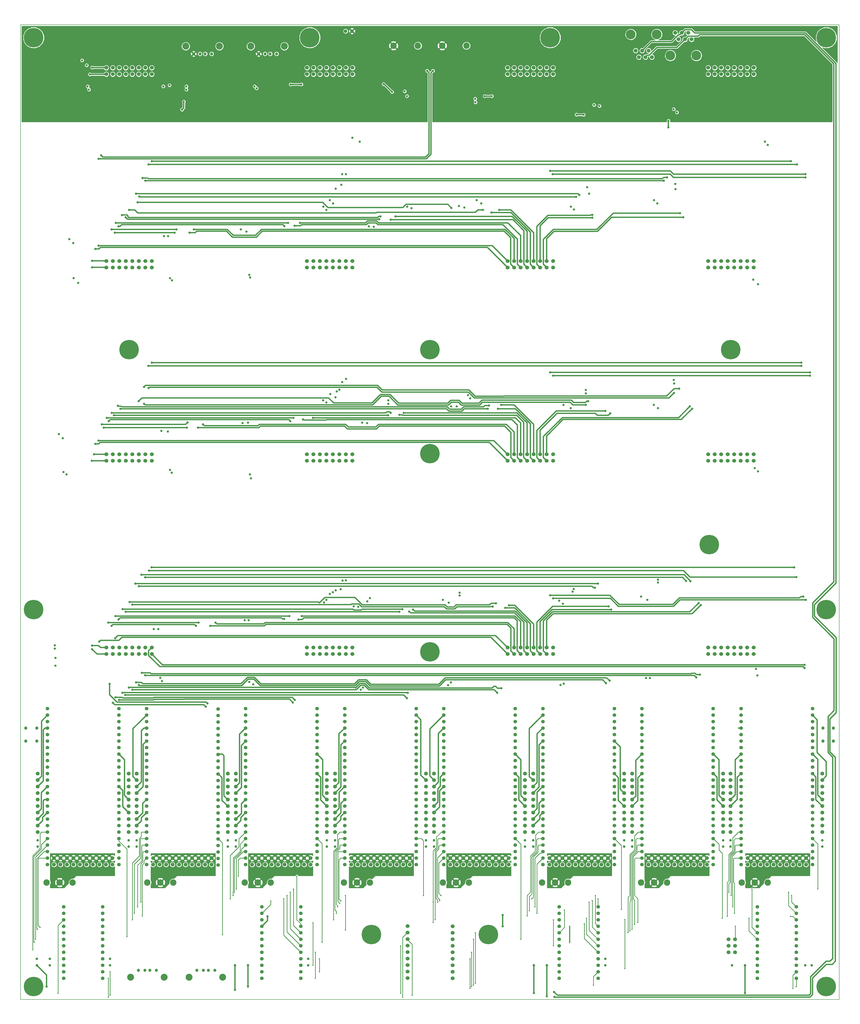
<source format=gbr>
G04 #@! TF.FileFunction,Copper,L4,Bot,Signal*
%FSLAX46Y46*%
G04 Gerber Fmt 4.6, Leading zero omitted, Abs format (unit mm)*
G04 Created by KiCad (PCBNEW 4.0.7) date Thursday, October 11, 2018 'PMt' 07:28:51 PM*
%MOMM*%
%LPD*%
G01*
G04 APERTURE LIST*
%ADD10C,0.100000*%
%ADD11C,0.150000*%
%ADD12C,1.500000*%
%ADD13C,3.800000*%
%ADD14C,1.524000*%
%ADD15C,1.200000*%
%ADD16C,2.700000*%
%ADD17C,1.397000*%
%ADD18C,1.000000*%
%ADD19C,7.620000*%
%ADD20C,2.500000*%
%ADD21C,1.270000*%
%ADD22C,0.508000*%
%ADD23C,0.889000*%
%ADD24C,0.254000*%
%ADD25C,0.508000*%
%ADD26C,0.381000*%
G04 APERTURE END LIST*
D10*
D11*
X345440000Y-16510000D02*
X345440000Y-397510000D01*
X25400000Y-16510000D02*
X25400000Y-397510000D01*
X25400000Y-397510000D02*
X345440000Y-397510000D01*
X25400000Y-16510000D02*
X345440000Y-16510000D01*
D12*
X148272500Y-332105000D03*
X148272500Y-329565000D03*
X148272500Y-327025000D03*
X148272500Y-324485000D03*
X148272500Y-321945000D03*
X148272500Y-319405000D03*
X148272500Y-316865000D03*
X148272500Y-314325000D03*
X148272500Y-311785000D03*
X148272500Y-309245000D03*
X145097500Y-332105000D03*
X145097500Y-329565000D03*
X145097500Y-327025000D03*
X145097500Y-324485000D03*
X145097500Y-321945000D03*
X145097500Y-319405000D03*
X145097500Y-316865000D03*
X145097500Y-314325000D03*
X145097500Y-311785000D03*
X145097500Y-309245000D03*
D13*
X279400000Y-28575000D03*
X289560000Y-28575000D03*
D14*
X285110000Y-22225000D03*
X287650000Y-22225000D03*
X283840000Y-19685000D03*
X286380000Y-19685000D03*
X282570000Y-22225000D03*
X281300000Y-19685000D03*
D15*
X94290000Y-386080000D03*
X96790000Y-386080000D03*
X98790000Y-386080000D03*
X101290000Y-386080000D03*
D16*
X104360000Y-388790000D03*
X91220000Y-388790000D03*
D14*
X304673000Y-379095000D03*
X302133000Y-379095000D03*
X304673000Y-376555000D03*
X302133000Y-376555000D03*
X304673000Y-374015000D03*
X302133000Y-374015000D03*
D17*
X154940000Y-19050000D03*
X152400000Y-19050000D03*
D18*
X60325000Y-384155000D03*
X60325000Y-381655000D03*
X137795000Y-384155000D03*
X137795000Y-381655000D03*
X254000000Y-384155000D03*
X254000000Y-381655000D03*
X332125000Y-384175000D03*
X334625000Y-384175000D03*
X32067500Y-337800000D03*
X32067500Y-335300000D03*
X67627500Y-337800000D03*
X67627500Y-335300000D03*
X109537500Y-337800000D03*
X109537500Y-335300000D03*
X145097500Y-337800000D03*
X145097500Y-335300000D03*
X148272500Y-337800000D03*
X148272500Y-335300000D03*
X183832500Y-337800000D03*
X183832500Y-335300000D03*
X187007500Y-337800000D03*
X187007500Y-335300000D03*
X222567500Y-337800000D03*
X222567500Y-335300000D03*
X225742500Y-337800000D03*
X225742500Y-335300000D03*
X261302500Y-337800000D03*
X261302500Y-335300000D03*
X264477500Y-337800000D03*
X264477500Y-335300000D03*
X300037500Y-337800000D03*
X300037500Y-335300000D03*
X302895000Y-337800000D03*
X302895000Y-335300000D03*
X338772500Y-337800000D03*
X338772500Y-335300000D03*
X70739000Y-337800000D03*
X70739000Y-335300000D03*
X106362500Y-337800000D03*
X106362500Y-335300000D03*
X36830000Y-384175000D03*
X31750000Y-384175000D03*
X231140000Y-384175000D03*
X226060000Y-384175000D03*
X308610000Y-384175000D03*
X303530000Y-384175000D03*
X114300000Y-384175000D03*
X109220000Y-384175000D03*
X36830000Y-381635000D03*
X31750000Y-381635000D03*
D14*
X76657200Y-35877500D03*
X74117200Y-35877500D03*
X71577200Y-35877500D03*
X69037200Y-35877500D03*
X66497200Y-35877500D03*
X63957200Y-35877500D03*
X61417200Y-35877500D03*
X76657200Y-33337500D03*
X74117200Y-33337500D03*
X71577200Y-33337500D03*
X69037200Y-33337500D03*
X66497200Y-33337500D03*
X63957200Y-33337500D03*
X58877200Y-33337500D03*
X61417200Y-33337500D03*
X58877200Y-35877500D03*
X155092400Y-35877500D03*
X152552400Y-35877500D03*
X150012400Y-35877500D03*
X147472400Y-35877500D03*
X144932400Y-35877500D03*
X142392400Y-35877500D03*
X139852400Y-35877500D03*
X155092400Y-33337500D03*
X152552400Y-33337500D03*
X150012400Y-33337500D03*
X147472400Y-33337500D03*
X144932400Y-33337500D03*
X142392400Y-33337500D03*
X137312400Y-33337500D03*
X139852400Y-33337500D03*
X137312400Y-35877500D03*
X311962800Y-35877500D03*
X309422800Y-35877500D03*
X306882800Y-35877500D03*
X304342800Y-35877500D03*
X301802800Y-35877500D03*
X299262800Y-35877500D03*
X296722800Y-35877500D03*
X311962800Y-33337500D03*
X309422800Y-33337500D03*
X306882800Y-33337500D03*
X304342800Y-33337500D03*
X301802800Y-33337500D03*
X299262800Y-33337500D03*
X294182800Y-33337500D03*
X296722800Y-33337500D03*
X294182800Y-35877500D03*
X76657200Y-111417100D03*
X74117200Y-111417100D03*
X71577200Y-111417100D03*
X69037200Y-111417100D03*
X66497200Y-111417100D03*
X63957200Y-111417100D03*
X61417200Y-111417100D03*
X76657200Y-108877100D03*
X74117200Y-108877100D03*
X71577200Y-108877100D03*
X69037200Y-108877100D03*
X66497200Y-108877100D03*
X63957200Y-108877100D03*
X58877200Y-108877100D03*
X61417200Y-108877100D03*
X58877200Y-111417100D03*
X155092400Y-111417100D03*
X152552400Y-111417100D03*
X150012400Y-111417100D03*
X147472400Y-111417100D03*
X144932400Y-111417100D03*
X142392400Y-111417100D03*
X139852400Y-111417100D03*
X155092400Y-108877100D03*
X152552400Y-108877100D03*
X150012400Y-108877100D03*
X147472400Y-108877100D03*
X144932400Y-108877100D03*
X142392400Y-108877100D03*
X137312400Y-108877100D03*
X139852400Y-108877100D03*
X137312400Y-111417100D03*
X311962800Y-111417100D03*
X309422800Y-111417100D03*
X306882800Y-111417100D03*
X304342800Y-111417100D03*
X301802800Y-111417100D03*
X299262800Y-111417100D03*
X296722800Y-111417100D03*
X311962800Y-108877100D03*
X309422800Y-108877100D03*
X306882800Y-108877100D03*
X304342800Y-108877100D03*
X301802800Y-108877100D03*
X299262800Y-108877100D03*
X294182800Y-108877100D03*
X296722800Y-108877100D03*
X294182800Y-111417100D03*
X76657200Y-186956700D03*
X74117200Y-186956700D03*
X71577200Y-186956700D03*
X69037200Y-186956700D03*
X66497200Y-186956700D03*
X63957200Y-186956700D03*
X61417200Y-186956700D03*
X76657200Y-184416700D03*
X74117200Y-184416700D03*
X71577200Y-184416700D03*
X69037200Y-184416700D03*
X66497200Y-184416700D03*
X63957200Y-184416700D03*
X58877200Y-184416700D03*
X61417200Y-184416700D03*
X58877200Y-186956700D03*
X155092400Y-186956700D03*
X152552400Y-186956700D03*
X150012400Y-186956700D03*
X147472400Y-186956700D03*
X144932400Y-186956700D03*
X142392400Y-186956700D03*
X139852400Y-186956700D03*
X155092400Y-184416700D03*
X152552400Y-184416700D03*
X150012400Y-184416700D03*
X147472400Y-184416700D03*
X144932400Y-184416700D03*
X142392400Y-184416700D03*
X137312400Y-184416700D03*
X139852400Y-184416700D03*
X137312400Y-186956700D03*
X76657200Y-262496300D03*
X74117200Y-262496300D03*
X71577200Y-262496300D03*
X69037200Y-262496300D03*
X66497200Y-262496300D03*
X63957200Y-262496300D03*
X61417200Y-262496300D03*
X76657200Y-259956300D03*
X74117200Y-259956300D03*
X71577200Y-259956300D03*
X69037200Y-259956300D03*
X66497200Y-259956300D03*
X63957200Y-259956300D03*
X58877200Y-259956300D03*
X61417200Y-259956300D03*
X58877200Y-262496300D03*
X155092400Y-262496300D03*
X152552400Y-262496300D03*
X150012400Y-262496300D03*
X147472400Y-262496300D03*
X144932400Y-262496300D03*
X142392400Y-262496300D03*
X139852400Y-262496300D03*
X155092400Y-259956300D03*
X152552400Y-259956300D03*
X150012400Y-259956300D03*
X147472400Y-259956300D03*
X144932400Y-259956300D03*
X142392400Y-259956300D03*
X137312400Y-259956300D03*
X139852400Y-259956300D03*
X137312400Y-262496300D03*
X233527600Y-262496300D03*
X230987600Y-262496300D03*
X228447600Y-262496300D03*
X225907600Y-262496300D03*
X223367600Y-262496300D03*
X220827600Y-262496300D03*
X218287600Y-262496300D03*
X233527600Y-259956300D03*
X230987600Y-259956300D03*
X228447600Y-259956300D03*
X225907600Y-259956300D03*
X223367600Y-259956300D03*
X220827600Y-259956300D03*
X215747600Y-259956300D03*
X218287600Y-259956300D03*
X215747600Y-262496300D03*
X311962800Y-262496300D03*
X309422800Y-262496300D03*
X306882800Y-262496300D03*
X304342800Y-262496300D03*
X301802800Y-262496300D03*
X299262800Y-262496300D03*
X296722800Y-262496300D03*
X311962800Y-259956300D03*
X309422800Y-259956300D03*
X306882800Y-259956300D03*
X304342800Y-259956300D03*
X301802800Y-259956300D03*
X299262800Y-259956300D03*
X294182800Y-259956300D03*
X296722800Y-259956300D03*
X294182800Y-262496300D03*
X233527600Y-35877500D03*
X230987600Y-35877500D03*
X228447600Y-35877500D03*
X225907600Y-35877500D03*
X223367600Y-35877500D03*
X220827600Y-35877500D03*
X218287600Y-35877500D03*
X233527600Y-33337500D03*
X230987600Y-33337500D03*
X228447600Y-33337500D03*
X225907600Y-33337500D03*
X223367600Y-33337500D03*
X220827600Y-33337500D03*
X215747600Y-33337500D03*
X218287600Y-33337500D03*
X215747600Y-35877500D03*
X233527600Y-111417100D03*
X230987600Y-111417100D03*
X228447600Y-111417100D03*
X225907600Y-111417100D03*
X223367600Y-111417100D03*
X220827600Y-111417100D03*
X218287600Y-111417100D03*
X233527600Y-108877100D03*
X230987600Y-108877100D03*
X228447600Y-108877100D03*
X225907600Y-108877100D03*
X223367600Y-108877100D03*
X220827600Y-108877100D03*
X215747600Y-108877100D03*
X218287600Y-108877100D03*
X215747600Y-111417100D03*
X233527600Y-186956700D03*
X230987600Y-186956700D03*
X228447600Y-186956700D03*
X225907600Y-186956700D03*
X223367600Y-186956700D03*
X220827600Y-186956700D03*
X218287600Y-186956700D03*
X233527600Y-184416700D03*
X230987600Y-184416700D03*
X228447600Y-184416700D03*
X225907600Y-184416700D03*
X223367600Y-184416700D03*
X220827600Y-184416700D03*
X215747600Y-184416700D03*
X218287600Y-184416700D03*
X215747600Y-186956700D03*
X311962800Y-186956700D03*
X309422800Y-186956700D03*
X306882800Y-186956700D03*
X304342800Y-186956700D03*
X301802800Y-186956700D03*
X299262800Y-186956700D03*
X296722800Y-186956700D03*
X311962800Y-184416700D03*
X309422800Y-184416700D03*
X306882800Y-184416700D03*
X304342800Y-184416700D03*
X301802800Y-184416700D03*
X299262800Y-184416700D03*
X294182800Y-184416700D03*
X296722800Y-184416700D03*
X294182800Y-186956700D03*
D19*
X30480000Y-21590000D03*
X138430000Y-21590000D03*
X232410000Y-21590000D03*
X67818000Y-143510000D03*
X185420000Y-143510000D03*
X303022000Y-143510000D03*
X185420000Y-184150000D03*
X294640000Y-219710000D03*
X30480000Y-245110000D03*
X340360000Y-245110000D03*
X185420000Y-261620000D03*
X162560000Y-372110000D03*
X208280000Y-372110000D03*
X30480000Y-392430000D03*
X340360000Y-392430000D03*
X340360000Y-21590000D03*
D20*
X199670000Y-24765000D03*
X190170000Y-24765000D03*
X180670000Y-24765000D03*
X171170000Y-24765000D03*
X317500000Y-351790000D03*
X312420000Y-351790000D03*
X307340000Y-351790000D03*
X278130000Y-351790000D03*
X273050000Y-351790000D03*
X267970000Y-351790000D03*
X239395000Y-351790000D03*
X234315000Y-351790000D03*
X229235000Y-351790000D03*
X200660000Y-351790000D03*
X195580000Y-351790000D03*
X190500000Y-351790000D03*
X161925000Y-351790000D03*
X156845000Y-351790000D03*
X151765000Y-351790000D03*
X123190000Y-351790000D03*
X118110000Y-351790000D03*
X113030000Y-351790000D03*
X85090000Y-351790000D03*
X80010000Y-351790000D03*
X74930000Y-351790000D03*
X45720000Y-351790000D03*
X40640000Y-351790000D03*
X35560000Y-351790000D03*
D15*
X100020000Y-27940000D03*
X97520000Y-27940000D03*
X95520000Y-27940000D03*
X93020000Y-27940000D03*
D16*
X89950000Y-24940000D03*
X103090000Y-24940000D03*
D15*
X71430000Y-386080000D03*
X73930000Y-386080000D03*
X75930000Y-386080000D03*
X78430000Y-386080000D03*
D16*
X81500000Y-388790000D03*
X68360000Y-388790000D03*
D15*
X125420000Y-27940000D03*
X122920000Y-27940000D03*
X120920000Y-27940000D03*
X118420000Y-27940000D03*
D16*
X115350000Y-24940000D03*
X128490000Y-24940000D03*
D21*
X339090000Y-296545000D03*
X343154000Y-296545000D03*
X339090000Y-291465000D03*
X343154000Y-291465000D03*
X31750000Y-296545000D03*
X31750000Y-291465000D03*
X27432000Y-296545000D03*
X27432000Y-291465000D03*
X31750000Y-35560000D03*
X34925000Y-35560000D03*
X31750000Y-38735000D03*
X34925000Y-38735000D03*
X31750000Y-41910000D03*
X34925000Y-41910000D03*
X31750000Y-45085000D03*
X34925000Y-45085000D03*
X333375000Y-35560000D03*
X336550000Y-35560000D03*
X333375000Y-38735000D03*
X336550000Y-38735000D03*
X333375000Y-41910000D03*
X336550000Y-41910000D03*
X333375000Y-45085000D03*
X336550000Y-45085000D03*
D17*
X119697500Y-361315000D03*
X119697500Y-363855000D03*
X119697500Y-366395000D03*
X119697500Y-368935000D03*
X119697500Y-371475000D03*
X119697500Y-374015000D03*
X119697500Y-376555000D03*
X119697500Y-381635000D03*
X119697500Y-384175000D03*
X119697500Y-386715000D03*
X119697500Y-389255000D03*
X119697500Y-379095000D03*
X134937500Y-379095000D03*
X134937500Y-389255000D03*
X134937500Y-386715000D03*
X134937500Y-384175000D03*
X134937500Y-381635000D03*
X134937500Y-376555000D03*
X134937500Y-374015000D03*
X134937500Y-371475000D03*
X134937500Y-368935000D03*
X134937500Y-366395000D03*
X134937500Y-363855000D03*
X134937500Y-361315000D03*
X313372500Y-361315000D03*
X313372500Y-363855000D03*
X313372500Y-366395000D03*
X313372500Y-368935000D03*
X313372500Y-371475000D03*
X313372500Y-374015000D03*
X313372500Y-376555000D03*
X313372500Y-381635000D03*
X313372500Y-384175000D03*
X313372500Y-386715000D03*
X313372500Y-389255000D03*
X313372500Y-379095000D03*
X328612500Y-379095000D03*
X328612500Y-389255000D03*
X328612500Y-386715000D03*
X328612500Y-384175000D03*
X328612500Y-381635000D03*
X328612500Y-376555000D03*
X328612500Y-374015000D03*
X328612500Y-371475000D03*
X328612500Y-368935000D03*
X328612500Y-366395000D03*
X328612500Y-363855000D03*
X328612500Y-361315000D03*
X235902500Y-361315000D03*
X235902500Y-363855000D03*
X235902500Y-366395000D03*
X235902500Y-368935000D03*
X235902500Y-371475000D03*
X235902500Y-374015000D03*
X235902500Y-376555000D03*
X235902500Y-381635000D03*
X235902500Y-384175000D03*
X235902500Y-386715000D03*
X235902500Y-389255000D03*
X235902500Y-379095000D03*
X251142500Y-379095000D03*
X251142500Y-389255000D03*
X251142500Y-386715000D03*
X251142500Y-384175000D03*
X251142500Y-381635000D03*
X251142500Y-376555000D03*
X251142500Y-374015000D03*
X251142500Y-371475000D03*
X251142500Y-368935000D03*
X251142500Y-366395000D03*
X251142500Y-363855000D03*
X251142500Y-361315000D03*
X42227500Y-361315000D03*
X42227500Y-363855000D03*
X42227500Y-366395000D03*
X42227500Y-368935000D03*
X42227500Y-371475000D03*
X42227500Y-374015000D03*
X42227500Y-376555000D03*
X42227500Y-381635000D03*
X42227500Y-384175000D03*
X42227500Y-386715000D03*
X42227500Y-389255000D03*
X42227500Y-379095000D03*
X57467500Y-379095000D03*
X57467500Y-389255000D03*
X57467500Y-386715000D03*
X57467500Y-384175000D03*
X57467500Y-381635000D03*
X57467500Y-376555000D03*
X57467500Y-374015000D03*
X57467500Y-371475000D03*
X57467500Y-368935000D03*
X57467500Y-366395000D03*
X57467500Y-363855000D03*
X57467500Y-361315000D03*
D14*
X265816000Y-26670000D03*
D13*
X274066000Y-20320000D03*
X263906000Y-20320000D03*
D14*
X268356000Y-26670000D03*
X270896000Y-26670000D03*
X267086000Y-29210000D03*
X269626000Y-29210000D03*
X272166000Y-29210000D03*
D12*
X32067500Y-332105000D03*
X32067500Y-329565000D03*
X32067500Y-327025000D03*
X32067500Y-324485000D03*
X32067500Y-321945000D03*
X32067500Y-319405000D03*
X32067500Y-316865000D03*
X32067500Y-314325000D03*
X32067500Y-311785000D03*
X32067500Y-309245000D03*
X67627500Y-332105000D03*
X67627500Y-329565000D03*
X67627500Y-327025000D03*
X67627500Y-324485000D03*
X67627500Y-321945000D03*
X67627500Y-319405000D03*
X67627500Y-316865000D03*
X67627500Y-314325000D03*
X67627500Y-311785000D03*
X67627500Y-309245000D03*
X70739000Y-332105000D03*
X70739000Y-329565000D03*
X70739000Y-327025000D03*
X70739000Y-324485000D03*
X70739000Y-321945000D03*
X70739000Y-319405000D03*
X70739000Y-316865000D03*
X70739000Y-314325000D03*
X70739000Y-311785000D03*
X70739000Y-309245000D03*
X106362500Y-332105000D03*
X106362500Y-329565000D03*
X106362500Y-327025000D03*
X106362500Y-324485000D03*
X106362500Y-321945000D03*
X106362500Y-319405000D03*
X106362500Y-316865000D03*
X106362500Y-314325000D03*
X106362500Y-311785000D03*
X106362500Y-309245000D03*
X109537500Y-332105000D03*
X109537500Y-329565000D03*
X109537500Y-327025000D03*
X109537500Y-324485000D03*
X109537500Y-321945000D03*
X109537500Y-319405000D03*
X109537500Y-316865000D03*
X109537500Y-314325000D03*
X109537500Y-311785000D03*
X109537500Y-309245000D03*
X183832500Y-332105000D03*
X183832500Y-329565000D03*
X183832500Y-327025000D03*
X183832500Y-324485000D03*
X183832500Y-321945000D03*
X183832500Y-319405000D03*
X183832500Y-316865000D03*
X183832500Y-314325000D03*
X183832500Y-311785000D03*
X183832500Y-309245000D03*
X187007500Y-332105000D03*
X187007500Y-329565000D03*
X187007500Y-327025000D03*
X187007500Y-324485000D03*
X187007500Y-321945000D03*
X187007500Y-319405000D03*
X187007500Y-316865000D03*
X187007500Y-314325000D03*
X187007500Y-311785000D03*
X187007500Y-309245000D03*
X222567500Y-332105000D03*
X222567500Y-329565000D03*
X222567500Y-327025000D03*
X222567500Y-324485000D03*
X222567500Y-321945000D03*
X222567500Y-319405000D03*
X222567500Y-316865000D03*
X222567500Y-314325000D03*
X222567500Y-311785000D03*
X222567500Y-309245000D03*
X225742500Y-332105000D03*
X225742500Y-329565000D03*
X225742500Y-327025000D03*
X225742500Y-324485000D03*
X225742500Y-321945000D03*
X225742500Y-319405000D03*
X225742500Y-316865000D03*
X225742500Y-314325000D03*
X225742500Y-311785000D03*
X225742500Y-309245000D03*
X261302500Y-332105000D03*
X261302500Y-329565000D03*
X261302500Y-327025000D03*
X261302500Y-324485000D03*
X261302500Y-321945000D03*
X261302500Y-319405000D03*
X261302500Y-316865000D03*
X261302500Y-314325000D03*
X261302500Y-311785000D03*
X261302500Y-309245000D03*
X264477500Y-332105000D03*
X264477500Y-329565000D03*
X264477500Y-327025000D03*
X264477500Y-324485000D03*
X264477500Y-321945000D03*
X264477500Y-319405000D03*
X264477500Y-316865000D03*
X264477500Y-314325000D03*
X264477500Y-311785000D03*
X264477500Y-309245000D03*
X300037500Y-332105000D03*
X300037500Y-329565000D03*
X300037500Y-327025000D03*
X300037500Y-324485000D03*
X300037500Y-321945000D03*
X300037500Y-319405000D03*
X300037500Y-316865000D03*
X300037500Y-314325000D03*
X300037500Y-311785000D03*
X300037500Y-309245000D03*
X302895000Y-332105000D03*
X302895000Y-329565000D03*
X302895000Y-327025000D03*
X302895000Y-324485000D03*
X302895000Y-321945000D03*
X302895000Y-319405000D03*
X302895000Y-316865000D03*
X302895000Y-314325000D03*
X302895000Y-311785000D03*
X302895000Y-309245000D03*
X338772500Y-332105000D03*
X338772500Y-329565000D03*
X338772500Y-327025000D03*
X338772500Y-324485000D03*
X338772500Y-321945000D03*
X338772500Y-319405000D03*
X338772500Y-316865000D03*
X338772500Y-314325000D03*
X338772500Y-311785000D03*
X338772500Y-309245000D03*
X38417500Y-344805000D03*
X40957500Y-344805000D03*
X43497500Y-344805000D03*
X46037500Y-344805000D03*
X48577500Y-344805000D03*
X51117500Y-344805000D03*
X53657500Y-344805000D03*
X56197500Y-344805000D03*
X58737500Y-344805000D03*
X61277500Y-344805000D03*
X77152500Y-344805000D03*
X79692500Y-344805000D03*
X82232500Y-344805000D03*
X84772500Y-344805000D03*
X87312500Y-344805000D03*
X89852500Y-344805000D03*
X92392500Y-344805000D03*
X94932500Y-344805000D03*
X97472500Y-344805000D03*
X100012500Y-344805000D03*
X115887500Y-344805000D03*
X118427500Y-344805000D03*
X120967500Y-344805000D03*
X123507500Y-344805000D03*
X126047500Y-344805000D03*
X128587500Y-344805000D03*
X131127500Y-344805000D03*
X133667500Y-344805000D03*
X136207500Y-344805000D03*
X138747500Y-344805000D03*
X154622500Y-344805000D03*
X157162500Y-344805000D03*
X159702500Y-344805000D03*
X162242500Y-344805000D03*
X164782500Y-344805000D03*
X167322500Y-344805000D03*
X169862500Y-344805000D03*
X172402500Y-344805000D03*
X174942500Y-344805000D03*
X177482500Y-344805000D03*
X193357500Y-344805000D03*
X195897500Y-344805000D03*
X198437500Y-344805000D03*
X200977500Y-344805000D03*
X203517500Y-344805000D03*
X206057500Y-344805000D03*
X208597500Y-344805000D03*
X211137500Y-344805000D03*
X213677500Y-344805000D03*
X216217500Y-344805000D03*
X232092500Y-344805000D03*
X234632500Y-344805000D03*
X237172500Y-344805000D03*
X239712500Y-344805000D03*
X242252500Y-344805000D03*
X244792500Y-344805000D03*
X247332500Y-344805000D03*
X249872500Y-344805000D03*
X252412500Y-344805000D03*
X254952500Y-344805000D03*
X270827500Y-344805000D03*
X273367500Y-344805000D03*
X275907500Y-344805000D03*
X278447500Y-344805000D03*
X280987500Y-344805000D03*
X283527500Y-344805000D03*
X286067500Y-344805000D03*
X288607500Y-344805000D03*
X291147500Y-344805000D03*
X293687500Y-344805000D03*
X309562500Y-344805000D03*
X312102500Y-344805000D03*
X314642500Y-344805000D03*
X317182500Y-344805000D03*
X319722500Y-344805000D03*
X322262500Y-344805000D03*
X324802500Y-344805000D03*
X327342500Y-344805000D03*
X329882500Y-344805000D03*
X332422500Y-344805000D03*
X38417500Y-342265000D03*
X40957500Y-342265000D03*
X43497500Y-342265000D03*
X46037500Y-342265000D03*
X48577500Y-342265000D03*
X51117500Y-342265000D03*
X53657500Y-342265000D03*
X56197500Y-342265000D03*
X58737500Y-342265000D03*
X61277500Y-342265000D03*
X77152500Y-342265000D03*
X79692500Y-342265000D03*
X82232500Y-342265000D03*
X84772500Y-342265000D03*
X87312500Y-342265000D03*
X89852500Y-342265000D03*
X92392500Y-342265000D03*
X94932500Y-342265000D03*
X97472500Y-342265000D03*
X100012500Y-342265000D03*
X115887500Y-342265000D03*
X118427500Y-342265000D03*
X120967500Y-342265000D03*
X123507500Y-342265000D03*
X126047500Y-342265000D03*
X128587500Y-342265000D03*
X131127500Y-342265000D03*
X133667500Y-342265000D03*
X136207500Y-342265000D03*
X138747500Y-342265000D03*
X154622500Y-342265000D03*
X157162500Y-342265000D03*
X159702500Y-342265000D03*
X162242500Y-342265000D03*
X164782500Y-342265000D03*
X167322500Y-342265000D03*
X169862500Y-342265000D03*
X172402500Y-342265000D03*
X174942500Y-342265000D03*
X177482500Y-342265000D03*
X193357500Y-342265000D03*
X195897500Y-342265000D03*
X198437500Y-342265000D03*
X200977500Y-342265000D03*
X203517500Y-342265000D03*
X206057500Y-342265000D03*
X208597500Y-342265000D03*
X211137500Y-342265000D03*
X213677500Y-342265000D03*
X216217500Y-342265000D03*
X232092500Y-342265000D03*
X234632500Y-342265000D03*
X237172500Y-342265000D03*
X239712500Y-342265000D03*
X242252500Y-342265000D03*
X244792500Y-342265000D03*
X247332500Y-342265000D03*
X249872500Y-342265000D03*
X252412500Y-342265000D03*
X254952500Y-342265000D03*
X270827500Y-342265000D03*
X273367500Y-342265000D03*
X275907500Y-342265000D03*
X278447500Y-342265000D03*
X280987500Y-342265000D03*
X283527500Y-342265000D03*
X286067500Y-342265000D03*
X288607500Y-342265000D03*
X291147500Y-342265000D03*
X293687500Y-342265000D03*
X309562500Y-342265000D03*
X312102500Y-342265000D03*
X314642500Y-342265000D03*
X317182500Y-342265000D03*
X319722500Y-342265000D03*
X322262500Y-342265000D03*
X324802500Y-342265000D03*
X327342500Y-342265000D03*
X329882500Y-342265000D03*
X332422500Y-342265000D03*
D17*
X35877500Y-283845000D03*
X35877500Y-286385000D03*
X35877500Y-283845000D03*
X35877500Y-286385000D03*
X35877500Y-288925000D03*
X35877500Y-291465000D03*
X35877500Y-294005000D03*
X35877500Y-296545000D03*
X35877500Y-299085000D03*
X35877500Y-301625000D03*
X35877500Y-304165000D03*
X35877500Y-306705000D03*
X35877500Y-309245000D03*
X35877500Y-311785000D03*
X35877500Y-314325000D03*
X35877500Y-316865000D03*
X35877500Y-319405000D03*
X35877500Y-321945000D03*
X35877500Y-324485000D03*
X35877500Y-327025000D03*
X35877500Y-329565000D03*
X35877500Y-332105000D03*
X35877500Y-334645000D03*
X35877500Y-337185000D03*
X35877500Y-339725000D03*
X35877500Y-342265000D03*
X35877500Y-344805000D03*
X63817500Y-286385000D03*
X63817500Y-283845000D03*
X63817500Y-283845000D03*
X63817500Y-286385000D03*
X63817500Y-288925000D03*
X63817500Y-291465000D03*
X63817500Y-294005000D03*
X63817500Y-296545000D03*
X63817500Y-299085000D03*
X63817500Y-301625000D03*
X63817500Y-304165000D03*
X63817500Y-306705000D03*
X63817500Y-309245000D03*
X63817500Y-311785000D03*
X63817500Y-314325000D03*
X63817500Y-316865000D03*
X63817500Y-319405000D03*
X63817500Y-321945000D03*
X63817500Y-324485000D03*
X63817500Y-327025000D03*
X63817500Y-329565000D03*
X63817500Y-332105000D03*
X63817500Y-334645000D03*
X63817500Y-337185000D03*
X63817500Y-339725000D03*
X63817500Y-342265000D03*
X63817500Y-344805000D03*
X74612500Y-283845000D03*
X74612500Y-286385000D03*
X74612500Y-283845000D03*
X74612500Y-286385000D03*
X74612500Y-288925000D03*
X74612500Y-291465000D03*
X74612500Y-294005000D03*
X74612500Y-296545000D03*
X74612500Y-299085000D03*
X74612500Y-301625000D03*
X74612500Y-304165000D03*
X74612500Y-306705000D03*
X74612500Y-309245000D03*
X74612500Y-311785000D03*
X74612500Y-314325000D03*
X74612500Y-316865000D03*
X74612500Y-319405000D03*
X74612500Y-321945000D03*
X74612500Y-324485000D03*
X74612500Y-327025000D03*
X74612500Y-329565000D03*
X74612500Y-332105000D03*
X74612500Y-334645000D03*
X74612500Y-337185000D03*
X74612500Y-339725000D03*
X74612500Y-342265000D03*
X74612500Y-344805000D03*
X102616000Y-286512000D03*
X102616000Y-283972000D03*
X102616000Y-283972000D03*
X102616000Y-286512000D03*
X102616000Y-289052000D03*
X102616000Y-291592000D03*
X102616000Y-294132000D03*
X102616000Y-296672000D03*
X102616000Y-299212000D03*
X102616000Y-301752000D03*
X102616000Y-304292000D03*
X102616000Y-306832000D03*
X102616000Y-309372000D03*
X102616000Y-311912000D03*
X102616000Y-314452000D03*
X102616000Y-316992000D03*
X102616000Y-319532000D03*
X102616000Y-322072000D03*
X102616000Y-324612000D03*
X102616000Y-327152000D03*
X102616000Y-329692000D03*
X102616000Y-332232000D03*
X102616000Y-334772000D03*
X102616000Y-337312000D03*
X102616000Y-339852000D03*
X102616000Y-342392000D03*
X102616000Y-344932000D03*
X113347500Y-283845000D03*
X113347500Y-286385000D03*
X113347500Y-283845000D03*
X113347500Y-286385000D03*
X113347500Y-288925000D03*
X113347500Y-291465000D03*
X113347500Y-294005000D03*
X113347500Y-296545000D03*
X113347500Y-299085000D03*
X113347500Y-301625000D03*
X113347500Y-304165000D03*
X113347500Y-306705000D03*
X113347500Y-309245000D03*
X113347500Y-311785000D03*
X113347500Y-314325000D03*
X113347500Y-316865000D03*
X113347500Y-319405000D03*
X113347500Y-321945000D03*
X113347500Y-324485000D03*
X113347500Y-327025000D03*
X113347500Y-329565000D03*
X113347500Y-332105000D03*
X113347500Y-334645000D03*
X113347500Y-337185000D03*
X113347500Y-339725000D03*
X113347500Y-342265000D03*
X113347500Y-344805000D03*
X141287500Y-286385000D03*
X141287500Y-283845000D03*
X141287500Y-283845000D03*
X141287500Y-286385000D03*
X141287500Y-288925000D03*
X141287500Y-291465000D03*
X141287500Y-294005000D03*
X141287500Y-296545000D03*
X141287500Y-299085000D03*
X141287500Y-301625000D03*
X141287500Y-304165000D03*
X141287500Y-306705000D03*
X141287500Y-309245000D03*
X141287500Y-311785000D03*
X141287500Y-314325000D03*
X141287500Y-316865000D03*
X141287500Y-319405000D03*
X141287500Y-321945000D03*
X141287500Y-324485000D03*
X141287500Y-327025000D03*
X141287500Y-329565000D03*
X141287500Y-332105000D03*
X141287500Y-334645000D03*
X141287500Y-337185000D03*
X141287500Y-339725000D03*
X141287500Y-342265000D03*
X141287500Y-344805000D03*
X152082500Y-283845000D03*
X152082500Y-286385000D03*
X152082500Y-283845000D03*
X152082500Y-286385000D03*
X152082500Y-288925000D03*
X152082500Y-291465000D03*
X152082500Y-294005000D03*
X152082500Y-296545000D03*
X152082500Y-299085000D03*
X152082500Y-301625000D03*
X152082500Y-304165000D03*
X152082500Y-306705000D03*
X152082500Y-309245000D03*
X152082500Y-311785000D03*
X152082500Y-314325000D03*
X152082500Y-316865000D03*
X152082500Y-319405000D03*
X152082500Y-321945000D03*
X152082500Y-324485000D03*
X152082500Y-327025000D03*
X152082500Y-329565000D03*
X152082500Y-332105000D03*
X152082500Y-334645000D03*
X152082500Y-337185000D03*
X152082500Y-339725000D03*
X152082500Y-342265000D03*
X152082500Y-344805000D03*
X180022500Y-286385000D03*
X180022500Y-283845000D03*
X180022500Y-283845000D03*
X180022500Y-286385000D03*
X180022500Y-288925000D03*
X180022500Y-291465000D03*
X180022500Y-294005000D03*
X180022500Y-296545000D03*
X180022500Y-299085000D03*
X180022500Y-301625000D03*
X180022500Y-304165000D03*
X180022500Y-306705000D03*
X180022500Y-309245000D03*
X180022500Y-311785000D03*
X180022500Y-314325000D03*
X180022500Y-316865000D03*
X180022500Y-319405000D03*
X180022500Y-321945000D03*
X180022500Y-324485000D03*
X180022500Y-327025000D03*
X180022500Y-329565000D03*
X180022500Y-332105000D03*
X180022500Y-334645000D03*
X180022500Y-337185000D03*
X180022500Y-339725000D03*
X180022500Y-342265000D03*
X180022500Y-344805000D03*
X190817500Y-283845000D03*
X190817500Y-286385000D03*
X190817500Y-283845000D03*
X190817500Y-286385000D03*
X190817500Y-288925000D03*
X190817500Y-291465000D03*
X190817500Y-294005000D03*
X190817500Y-296545000D03*
X190817500Y-299085000D03*
X190817500Y-301625000D03*
X190817500Y-304165000D03*
X190817500Y-306705000D03*
X190817500Y-309245000D03*
X190817500Y-311785000D03*
X190817500Y-314325000D03*
X190817500Y-316865000D03*
X190817500Y-319405000D03*
X190817500Y-321945000D03*
X190817500Y-324485000D03*
X190817500Y-327025000D03*
X190817500Y-329565000D03*
X190817500Y-332105000D03*
X190817500Y-334645000D03*
X190817500Y-337185000D03*
X190817500Y-339725000D03*
X190817500Y-342265000D03*
X190817500Y-344805000D03*
X218757500Y-286385000D03*
X218757500Y-283845000D03*
X218757500Y-283845000D03*
X218757500Y-286385000D03*
X218757500Y-288925000D03*
X218757500Y-291465000D03*
X218757500Y-294005000D03*
X218757500Y-296545000D03*
X218757500Y-299085000D03*
X218757500Y-301625000D03*
X218757500Y-304165000D03*
X218757500Y-306705000D03*
X218757500Y-309245000D03*
X218757500Y-311785000D03*
X218757500Y-314325000D03*
X218757500Y-316865000D03*
X218757500Y-319405000D03*
X218757500Y-321945000D03*
X218757500Y-324485000D03*
X218757500Y-327025000D03*
X218757500Y-329565000D03*
X218757500Y-332105000D03*
X218757500Y-334645000D03*
X218757500Y-337185000D03*
X218757500Y-339725000D03*
X218757500Y-342265000D03*
X218757500Y-344805000D03*
X229552500Y-283845000D03*
X229552500Y-286385000D03*
X229552500Y-283845000D03*
X229552500Y-286385000D03*
X229552500Y-288925000D03*
X229552500Y-291465000D03*
X229552500Y-294005000D03*
X229552500Y-296545000D03*
X229552500Y-299085000D03*
X229552500Y-301625000D03*
X229552500Y-304165000D03*
X229552500Y-306705000D03*
X229552500Y-309245000D03*
X229552500Y-311785000D03*
X229552500Y-314325000D03*
X229552500Y-316865000D03*
X229552500Y-319405000D03*
X229552500Y-321945000D03*
X229552500Y-324485000D03*
X229552500Y-327025000D03*
X229552500Y-329565000D03*
X229552500Y-332105000D03*
X229552500Y-334645000D03*
X229552500Y-337185000D03*
X229552500Y-339725000D03*
X229552500Y-342265000D03*
X229552500Y-344805000D03*
X257492500Y-286385000D03*
X257492500Y-283845000D03*
X257492500Y-283845000D03*
X257492500Y-286385000D03*
X257492500Y-288925000D03*
X257492500Y-291465000D03*
X257492500Y-294005000D03*
X257492500Y-296545000D03*
X257492500Y-299085000D03*
X257492500Y-301625000D03*
X257492500Y-304165000D03*
X257492500Y-306705000D03*
X257492500Y-309245000D03*
X257492500Y-311785000D03*
X257492500Y-314325000D03*
X257492500Y-316865000D03*
X257492500Y-319405000D03*
X257492500Y-321945000D03*
X257492500Y-324485000D03*
X257492500Y-327025000D03*
X257492500Y-329565000D03*
X257492500Y-332105000D03*
X257492500Y-334645000D03*
X257492500Y-337185000D03*
X257492500Y-339725000D03*
X257492500Y-342265000D03*
X257492500Y-344805000D03*
X268287500Y-283845000D03*
X268287500Y-286385000D03*
X268287500Y-283845000D03*
X268287500Y-286385000D03*
X268287500Y-288925000D03*
X268287500Y-291465000D03*
X268287500Y-294005000D03*
X268287500Y-296545000D03*
X268287500Y-299085000D03*
X268287500Y-301625000D03*
X268287500Y-304165000D03*
X268287500Y-306705000D03*
X268287500Y-309245000D03*
X268287500Y-311785000D03*
X268287500Y-314325000D03*
X268287500Y-316865000D03*
X268287500Y-319405000D03*
X268287500Y-321945000D03*
X268287500Y-324485000D03*
X268287500Y-327025000D03*
X268287500Y-329565000D03*
X268287500Y-332105000D03*
X268287500Y-334645000D03*
X268287500Y-337185000D03*
X268287500Y-339725000D03*
X268287500Y-342265000D03*
X268287500Y-344805000D03*
X296164000Y-286385000D03*
X296164000Y-283845000D03*
X296164000Y-283845000D03*
X296164000Y-286385000D03*
X296164000Y-288925000D03*
X296164000Y-291465000D03*
X296164000Y-294005000D03*
X296164000Y-296545000D03*
X296164000Y-299085000D03*
X296164000Y-301625000D03*
X296164000Y-304165000D03*
X296164000Y-306705000D03*
X296164000Y-309245000D03*
X296164000Y-311785000D03*
X296164000Y-314325000D03*
X296164000Y-316865000D03*
X296164000Y-319405000D03*
X296164000Y-321945000D03*
X296164000Y-324485000D03*
X296164000Y-327025000D03*
X296164000Y-329565000D03*
X296164000Y-332105000D03*
X296164000Y-334645000D03*
X296164000Y-337185000D03*
X296164000Y-339725000D03*
X296164000Y-342265000D03*
X296164000Y-344805000D03*
X307022500Y-283845000D03*
X307022500Y-286385000D03*
X307022500Y-283845000D03*
X307022500Y-286385000D03*
X307022500Y-288925000D03*
X307022500Y-291465000D03*
X307022500Y-294005000D03*
X307022500Y-296545000D03*
X307022500Y-299085000D03*
X307022500Y-301625000D03*
X307022500Y-304165000D03*
X307022500Y-306705000D03*
X307022500Y-309245000D03*
X307022500Y-311785000D03*
X307022500Y-314325000D03*
X307022500Y-316865000D03*
X307022500Y-319405000D03*
X307022500Y-321945000D03*
X307022500Y-324485000D03*
X307022500Y-327025000D03*
X307022500Y-329565000D03*
X307022500Y-332105000D03*
X307022500Y-334645000D03*
X307022500Y-337185000D03*
X307022500Y-339725000D03*
X307022500Y-342265000D03*
X307022500Y-344805000D03*
X334962500Y-286385000D03*
X334962500Y-283845000D03*
X334962500Y-283845000D03*
X334962500Y-286385000D03*
X334962500Y-288925000D03*
X334962500Y-291465000D03*
X334962500Y-294005000D03*
X334962500Y-296545000D03*
X334962500Y-299085000D03*
X334962500Y-301625000D03*
X334962500Y-304165000D03*
X334962500Y-306705000D03*
X334962500Y-309245000D03*
X334962500Y-311785000D03*
X334962500Y-314325000D03*
X334962500Y-316865000D03*
X334962500Y-319405000D03*
X334962500Y-321945000D03*
X334962500Y-324485000D03*
X334962500Y-327025000D03*
X334962500Y-329565000D03*
X334962500Y-332105000D03*
X334962500Y-334645000D03*
X334962500Y-337185000D03*
X334962500Y-339725000D03*
X334962500Y-342265000D03*
X334962500Y-344805000D03*
D14*
X176664913Y-368867105D03*
X176664913Y-371407105D03*
X176664913Y-373947105D03*
X176664913Y-376487105D03*
X176664913Y-379027105D03*
X176664913Y-381567105D03*
X176664913Y-384107105D03*
X176664913Y-386647105D03*
X176664913Y-389187105D03*
X194310000Y-368935000D03*
X194310000Y-371475000D03*
X194310000Y-374015000D03*
X194310000Y-376555000D03*
X194310000Y-379095000D03*
X194310000Y-381635000D03*
X194310000Y-384175000D03*
X194310000Y-386715000D03*
X194310000Y-389255000D03*
D22*
X66929000Y-372999000D03*
D23*
X52451000Y-35941000D03*
X53340000Y-33274000D03*
X186563000Y-34544000D03*
X55880000Y-68961000D03*
X184277000Y-34544000D03*
X56896000Y-67564000D03*
X53340000Y-111379000D03*
X53340000Y-108839000D03*
X54610000Y-104140000D03*
X55880000Y-102870000D03*
X53200300Y-186944000D03*
X54102000Y-184404000D03*
X54610000Y-180340000D03*
X55880000Y-179070000D03*
X53340000Y-260604000D03*
X53340000Y-259207000D03*
X56134000Y-257683000D03*
X62357000Y-256286000D03*
X38732401Y-259077401D03*
X38735000Y-260350000D03*
X38989000Y-264033000D03*
X38989000Y-267081000D03*
X40386000Y-176530000D03*
X41910000Y-178181000D03*
X42164000Y-191389000D03*
X43307000Y-192278000D03*
X44450000Y-100330000D03*
X45974000Y-101854000D03*
X46101000Y-115570000D03*
X47879000Y-117475000D03*
X49403000Y-30480000D03*
X51181000Y-32385000D03*
X51562000Y-40640000D03*
X52070000Y-41910000D03*
D22*
X30099000Y-378079000D03*
X30734000Y-375158000D03*
X31242000Y-373888000D03*
X32004000Y-370078000D03*
X33020000Y-369316000D03*
X143256000Y-375158000D03*
D23*
X63627000Y-95377000D03*
X128524000Y-95250000D03*
X62611000Y-93980000D03*
X129921000Y-93980000D03*
X135130599Y-39880599D03*
X130937000Y-39878000D03*
X59817000Y-171450000D03*
X130810000Y-171450000D03*
X59055000Y-170180000D03*
X132080000Y-170180000D03*
X132461000Y-95123000D03*
X134620000Y-93980000D03*
X63627000Y-249047000D03*
X128397000Y-248793000D03*
X62484000Y-247650000D03*
X130429000Y-247650000D03*
X135763000Y-170815000D03*
X139700000Y-170180000D03*
X131826000Y-281432000D03*
X63881000Y-280416000D03*
X132588000Y-280416000D03*
X62484000Y-279400000D03*
X133985000Y-249047000D03*
X135255000Y-247650000D03*
X113030000Y-249288300D03*
X114554000Y-249288300D03*
X114808000Y-273431000D03*
X116332000Y-274320000D03*
X112141000Y-172212000D03*
X114300000Y-172072300D03*
X115062000Y-192278000D03*
X115443000Y-193802000D03*
X111506000Y-96520000D03*
X113665000Y-97409000D03*
X114808000Y-114300000D03*
X115072898Y-115359592D03*
X116840000Y-40640000D03*
X117612303Y-41412303D03*
D22*
X107315000Y-358140000D03*
X128270000Y-358140000D03*
X129540000Y-356870000D03*
X108458000Y-356870000D03*
X108966000Y-355600000D03*
X130810000Y-355600000D03*
X109728000Y-354330000D03*
X132080000Y-354330000D03*
X110490000Y-349250000D03*
X133350000Y-349250000D03*
X152400000Y-370332000D03*
X152400000Y-356870000D03*
X182880000Y-356870000D03*
D23*
X66421000Y-91821000D03*
X165608000Y-92583000D03*
X65024000Y-90932000D03*
X166116000Y-91440000D03*
X167259000Y-39751000D03*
X170561000Y-42799000D03*
X61849000Y-169164000D03*
X169037000Y-169164000D03*
X60972701Y-168262299D03*
X170053000Y-168275000D03*
X170053000Y-92710000D03*
X171958000Y-91440000D03*
X173482000Y-245999000D03*
X66421000Y-245999000D03*
X174625000Y-244983000D03*
X65278000Y-244983000D03*
X173482000Y-169037000D03*
X175133000Y-168275000D03*
X176403000Y-279781000D03*
X66294000Y-278498300D03*
X176784000Y-277622000D03*
X65151000Y-277622000D03*
X177292000Y-245872000D03*
X178816000Y-245110000D03*
X155575000Y-243840000D03*
X157353000Y-244081300D03*
X158369000Y-276479000D03*
X159258000Y-275590000D03*
X158877000Y-172085000D03*
X160870910Y-172212000D03*
X160909000Y-241947700D03*
X144018000Y-242316000D03*
X161925000Y-240665000D03*
X144907000Y-241300000D03*
X161544000Y-95377000D03*
X163449000Y-95504000D03*
X143637000Y-163322000D03*
X169163999Y-163322000D03*
X169164000Y-164719000D03*
X144907000Y-164211000D03*
X175514000Y-42545000D03*
X176403000Y-44450000D03*
X143764000Y-87630000D03*
X176530000Y-87630000D03*
X178181000Y-88265000D03*
X144907000Y-88900000D03*
D22*
X147701000Y-366395000D03*
X148844000Y-363855000D03*
X149352000Y-361315000D03*
X150114000Y-359918000D03*
X150622000Y-359029000D03*
X123190000Y-359029000D03*
X220980000Y-374015000D03*
D23*
X71120000Y-85979000D03*
X193802000Y-88138000D03*
X206121000Y-88900000D03*
X67818000Y-88900000D03*
X209550000Y-44450000D03*
X206756000Y-44450000D03*
X208026000Y-166624000D03*
X64389000Y-166624000D03*
X208534000Y-165354000D03*
X63373000Y-165481000D03*
X209423000Y-89916000D03*
X212471000Y-88900000D03*
X209931000Y-243967000D03*
X69088000Y-243205000D03*
X211201000Y-242697000D03*
X67945000Y-242189000D03*
X211963000Y-166624000D03*
X213233000Y-165100000D03*
X211709000Y-277622000D03*
X69088000Y-276479000D03*
X213360000Y-275844000D03*
X67691000Y-275590000D03*
X214884000Y-244475000D03*
X216281000Y-243459000D03*
X190500000Y-241300000D03*
X192786000Y-242417591D03*
X192532000Y-274701000D03*
X193586111Y-273558000D03*
X193675000Y-165735000D03*
X195910210Y-165735000D03*
X146304000Y-239014000D03*
X196977000Y-239649000D03*
X147447000Y-238379000D03*
X196977000Y-238506000D03*
X196723000Y-87376000D03*
X198882000Y-88011000D03*
X146431000Y-160909000D03*
X200279000Y-161290000D03*
X148463000Y-162179000D03*
X201168000Y-162560000D03*
X203073000Y-45466000D03*
X203200000Y-46863000D03*
X146304000Y-85090000D03*
X203708000Y-85090000D03*
X205486000Y-86360000D03*
X147574000Y-86360000D03*
D22*
X186690000Y-367411000D03*
X245745000Y-367919000D03*
X186690000Y-359410000D03*
X187452000Y-366268000D03*
X246634000Y-365760000D03*
X188468000Y-359537000D03*
X247650000Y-359537000D03*
X189230000Y-358902000D03*
X248920000Y-358902000D03*
X189738000Y-356870000D03*
X250063000Y-356870000D03*
X237998000Y-362585000D03*
X260223000Y-362331000D03*
D23*
X71755000Y-83693000D03*
X242570000Y-83820000D03*
X70485000Y-82550000D03*
X243840000Y-83058000D03*
X242697000Y-51689000D03*
X245465599Y-51714401D03*
X73660000Y-164719000D03*
X246367300Y-165100000D03*
X71501000Y-163703000D03*
X247269000Y-163703000D03*
X248920000Y-90855797D03*
X248920000Y-91948000D03*
X249936000Y-236601000D03*
X71628000Y-235966000D03*
X70231000Y-234950000D03*
X251079000Y-234950000D03*
X254000000Y-167500300D03*
X255905000Y-168402000D03*
X254254000Y-273939000D03*
X71628000Y-274574000D03*
X255651000Y-272923000D03*
X70485000Y-273558000D03*
X255270000Y-243840000D03*
X256286000Y-245110000D03*
X235966000Y-241681000D03*
X237363000Y-242824000D03*
X236474000Y-274574000D03*
X237744000Y-274066000D03*
X237617000Y-165100000D03*
X240423700Y-166370000D03*
X148590000Y-237617000D03*
X148590000Y-237617000D03*
X241173000Y-238125000D03*
X241578260Y-237110767D03*
X150495000Y-237223300D03*
X240538000Y-87630000D03*
X241681000Y-88773000D03*
X148971000Y-159893000D03*
X246367299Y-160655000D03*
X149987000Y-159232591D03*
X246380000Y-159258000D03*
X249555000Y-47879000D03*
X251634054Y-48307054D03*
X247650000Y-82550000D03*
X148590000Y-80645000D03*
X246888000Y-80010000D03*
X150749000Y-79121000D03*
D22*
X223393000Y-364871000D03*
X224282000Y-362839000D03*
X225171000Y-358140000D03*
X251079000Y-358140000D03*
X226441000Y-361315000D03*
X227203000Y-363855000D03*
X299720000Y-365760000D03*
X310134000Y-365760000D03*
D23*
X74168000Y-77470000D03*
X276860000Y-77470000D03*
X73025000Y-76454000D03*
X278130000Y-76200000D03*
X278640599Y-54099401D03*
X278635401Y-56644599D03*
X280797000Y-160521683D03*
X75438000Y-158496000D03*
X73660000Y-158115000D03*
X282829000Y-158750000D03*
X283210000Y-90170000D03*
X284480000Y-91821000D03*
X285546790Y-233934000D03*
X74041000Y-232537000D03*
X287274000Y-234061000D03*
X72644000Y-231521000D03*
X287020000Y-165735000D03*
X287909000Y-166624000D03*
X289560000Y-271653000D03*
X74041000Y-270764000D03*
X290957000Y-270510000D03*
X72771000Y-269875000D03*
X290449000Y-242570000D03*
X291338000Y-243332000D03*
X267970000Y-240030000D03*
X270395700Y-241300000D03*
X269875000Y-271907000D03*
X271399000Y-271907000D03*
X272923000Y-165100000D03*
X274574000Y-166370000D03*
X151257000Y-233807000D03*
X274574000Y-234569000D03*
X152527000Y-233680000D03*
X274574000Y-233476797D03*
X273050000Y-85090000D03*
X274320000Y-86360000D03*
X280924000Y-156718000D03*
X151130000Y-156210000D03*
X280713877Y-155358922D03*
X152591518Y-154940000D03*
X280670000Y-49530000D03*
X281940000Y-50800000D03*
X281432000Y-80772000D03*
X151130000Y-74930000D03*
X281311317Y-78740000D03*
X152527000Y-74930000D03*
D22*
X262890000Y-371348000D03*
X263525000Y-370713000D03*
X264414000Y-370078000D03*
X265430000Y-368173000D03*
X266700000Y-367411000D03*
X337058000Y-354330000D03*
X311277000Y-354330000D03*
D23*
X326517000Y-69850000D03*
X76708000Y-69850000D03*
X75438000Y-71120000D03*
X328930000Y-71120000D03*
X76708000Y-148590000D03*
X330581000Y-148590000D03*
X75311000Y-149860000D03*
X330581000Y-149860000D03*
X232410000Y-73660000D03*
X332232000Y-74930000D03*
X233426000Y-74930000D03*
X332232000Y-76200000D03*
X327787000Y-228600000D03*
X76581000Y-228600000D03*
X328676000Y-232410000D03*
X75565000Y-229870000D03*
X232410000Y-152400000D03*
X334010000Y-152400000D03*
X233553000Y-153670000D03*
X334010000Y-153670000D03*
X331851000Y-266700000D03*
X331851000Y-267970000D03*
X331343000Y-240030000D03*
X232410000Y-239522000D03*
X332359000Y-241300000D03*
X233553000Y-240779299D03*
X312928000Y-268351000D03*
X313385220Y-270891000D03*
X312420000Y-189865000D03*
X313690000Y-191135000D03*
X311785000Y-116205000D03*
X313639210Y-117994692D03*
X157988000Y-62230000D03*
X316357000Y-62230000D03*
X155067000Y-60706000D03*
X317500000Y-63500000D03*
D22*
X326390000Y-364998000D03*
X301625000Y-364998000D03*
X302260000Y-355600000D03*
X325628000Y-355600000D03*
X303149000Y-356870000D03*
X326771000Y-356870000D03*
X303784000Y-361315000D03*
X304419000Y-363855000D03*
X71120000Y-361315000D03*
X69850000Y-363855000D03*
X178435000Y-395859000D03*
X60325000Y-395859000D03*
X60325000Y-386715000D03*
X174752000Y-396621000D03*
X59690000Y-396621000D03*
X59690000Y-389255000D03*
X142240000Y-386715000D03*
X142240000Y-381635000D03*
X140589000Y-389255000D03*
X140589000Y-379095000D03*
X249301000Y-391922000D03*
X202438000Y-391922000D03*
X202438000Y-374015000D03*
X203200000Y-391160000D03*
X203200000Y-371475000D03*
X327279000Y-393192000D03*
X201041000Y-393192000D03*
X201041000Y-381635000D03*
X328549000Y-392557000D03*
X201676000Y-392557000D03*
X201676000Y-379095000D03*
X72390000Y-359410000D03*
X72974201Y-364871000D03*
X40005000Y-395097000D03*
X173990000Y-395097000D03*
X173990000Y-376555000D03*
D23*
X121920000Y-364998000D03*
X213868000Y-364490000D03*
X213868000Y-368935000D03*
D22*
X240030000Y-368935000D03*
X240030000Y-375285000D03*
X304800000Y-368935000D03*
X104267000Y-372110000D03*
X69088000Y-366395000D03*
X139700000Y-367538000D03*
X139700000Y-384175000D03*
X233680000Y-376555000D03*
X233680000Y-366395000D03*
X261620000Y-385445000D03*
X261620000Y-366344201D03*
D23*
X233934000Y-394589000D03*
X234061000Y-396494000D03*
X62230000Y-97790000D03*
X85598000Y-97790000D03*
X60960000Y-96520000D03*
X86360000Y-96520000D03*
X88442790Y-49733210D03*
X89154000Y-46609000D03*
X90424000Y-174028090D03*
X57912000Y-173990000D03*
X90678000Y-171958000D03*
X57150000Y-172720000D03*
X91440000Y-97790000D03*
X93091000Y-96520000D03*
X60960000Y-251460000D03*
X93980000Y-251460000D03*
X59690000Y-250190000D03*
X94996000Y-250190000D03*
X94742000Y-173990000D03*
X96647000Y-172720000D03*
X97790000Y-283083000D03*
X61468000Y-281559000D03*
X98425000Y-281813000D03*
X60197999Y-274193000D03*
X99568000Y-251460000D03*
X101600000Y-250190000D03*
X77470000Y-252730000D03*
X79248000Y-252730000D03*
X80010000Y-271780000D03*
X80632300Y-273050000D03*
X80391000Y-175260000D03*
X82931000Y-175514000D03*
X83820000Y-190500000D03*
X84467700Y-191643000D03*
X81394300Y-99187000D03*
X83058000Y-99187000D03*
X83820000Y-115570000D03*
X84582000Y-116459000D03*
X81153000Y-40640000D03*
X83578700Y-40209053D03*
X90170000Y-40640000D03*
X90170000Y-41910000D03*
X114300000Y-392430000D03*
X35560000Y-392430000D03*
X231140000Y-396240000D03*
X109220000Y-393700000D03*
X308610000Y-394970000D03*
X226060000Y-394970000D03*
D24*
X66929000Y-372999000D02*
X66929000Y-372618000D01*
X63817500Y-334645000D02*
X63817500Y-335632828D01*
X63817500Y-335632828D02*
X66929000Y-338744328D01*
X66929000Y-338744328D02*
X66929000Y-372618000D01*
D25*
X54864000Y-35941000D02*
X58813700Y-35941000D01*
X52451000Y-35941000D02*
X54864000Y-35941000D01*
X58813700Y-35941000D02*
X58877200Y-35877500D01*
X55118000Y-33274000D02*
X58813700Y-33274000D01*
X53340000Y-33274000D02*
X55118000Y-33274000D01*
X58813700Y-33274000D02*
X58877200Y-33337500D01*
X186563000Y-34544000D02*
X185801000Y-35306000D01*
X185801000Y-35306000D02*
X185801000Y-67172802D01*
X55892701Y-68948299D02*
X55880000Y-68961000D01*
X185801000Y-67172802D02*
X184025504Y-68948298D01*
X184025504Y-68948298D02*
X175399701Y-68948299D01*
X175399701Y-68948299D02*
X55892701Y-68948299D01*
X175105109Y-68237089D02*
X174625000Y-68237089D01*
X174625000Y-68237089D02*
X59436000Y-68237089D01*
X184277000Y-34544000D02*
X185039000Y-35306000D01*
X185039000Y-35306000D02*
X185039000Y-66929000D01*
X185039000Y-66929000D02*
X183730911Y-68237089D01*
X183730911Y-68237089D02*
X174625000Y-68237089D01*
X59436000Y-68237089D02*
X57569089Y-68237089D01*
X57569089Y-68237089D02*
X56896000Y-67564000D01*
X53340000Y-111379000D02*
X58839100Y-111379000D01*
X58839100Y-111379000D02*
X58877200Y-111417100D01*
X67627500Y-324485000D02*
X65328790Y-322186290D01*
X65328790Y-315836290D02*
X64515999Y-315023499D01*
X65328790Y-322186290D02*
X65328790Y-315836290D01*
X64515999Y-315023499D02*
X63817500Y-314325000D01*
X53340000Y-108839000D02*
X58839100Y-108839000D01*
X58839100Y-108839000D02*
X58877200Y-108877100D01*
X207911710Y-103581210D02*
X215747600Y-111417100D01*
X56565790Y-103581210D02*
X207911710Y-103581210D01*
X54610000Y-104140000D02*
X56007000Y-104140000D01*
X56007000Y-104140000D02*
X56565790Y-103581210D01*
X55880000Y-102870000D02*
X209740500Y-102870000D01*
X209740500Y-102870000D02*
X215747600Y-108877100D01*
X53200300Y-186944000D02*
X58864500Y-186944000D01*
X58864500Y-186944000D02*
X58877200Y-186956700D01*
X66040000Y-317817500D02*
X66040000Y-303847500D01*
X66040000Y-303847500D02*
X65786000Y-303593500D01*
X67627500Y-319405000D02*
X66040000Y-317817500D01*
X65786000Y-303593500D02*
X63817500Y-301625000D01*
X54102000Y-184404000D02*
X58864500Y-184404000D01*
X58864500Y-184404000D02*
X58877200Y-184416700D01*
X56503308Y-179781210D02*
X208572110Y-179781210D01*
X208572110Y-179781210D02*
X215747600Y-186956700D01*
X54610000Y-180340000D02*
X55944518Y-180340000D01*
X55944518Y-180340000D02*
X56503308Y-179781210D01*
X55880000Y-179070000D02*
X210400900Y-179070000D01*
X210400900Y-179070000D02*
X215747600Y-184416700D01*
X53340000Y-260604000D02*
X55232300Y-262496300D01*
X55232300Y-262496300D02*
X58877200Y-262496300D01*
X55880000Y-259207000D02*
X56629300Y-259956300D01*
X56629300Y-259956300D02*
X58877200Y-259956300D01*
X53340000Y-259207000D02*
X55880000Y-259207000D01*
X56134000Y-257683000D02*
X56629299Y-257187701D01*
X56629299Y-257187701D02*
X63817509Y-257187701D01*
X63817509Y-257187701D02*
X65024000Y-255981210D01*
X65024000Y-255981210D02*
X209232510Y-255981210D01*
X209232510Y-255981210D02*
X215747600Y-262496300D01*
X215747600Y-259956300D02*
X211061300Y-255270000D01*
X211061300Y-255270000D02*
X63373000Y-255270000D01*
X63373000Y-255270000D02*
X62357000Y-256286000D01*
X35877500Y-286385000D02*
X33540701Y-288721799D01*
X33540701Y-288721799D02*
X33540701Y-310311799D01*
X33540701Y-310311799D02*
X32765999Y-311086501D01*
X32765999Y-311086501D02*
X32067500Y-311785000D01*
X35877500Y-291465000D02*
X34889672Y-291465000D01*
X34889672Y-291465000D02*
X34251911Y-292102761D01*
X34251911Y-292102761D02*
X34251911Y-312140589D01*
X32765999Y-313626501D02*
X32067500Y-314325000D01*
X34251911Y-312140589D02*
X32765999Y-313626501D01*
X35877500Y-314325000D02*
X33528000Y-316674500D01*
X33528000Y-323024500D02*
X33528000Y-316674500D01*
X32067500Y-324485000D02*
X33528000Y-323024500D01*
X35877500Y-319405000D02*
X34671000Y-319405000D01*
X34671000Y-319405000D02*
X34290000Y-319786000D01*
X32765999Y-326326501D02*
X32067500Y-327025000D01*
X34290000Y-319786000D02*
X34290000Y-324802500D01*
X34290000Y-324802500D02*
X32765999Y-326326501D01*
X35877500Y-324485000D02*
X34036000Y-326326500D01*
X34036000Y-326326500D02*
X34036000Y-327596500D01*
X34036000Y-327596500D02*
X32765999Y-328866501D01*
X32765999Y-328866501D02*
X32067500Y-329565000D01*
D24*
X30099000Y-341376000D02*
X30099000Y-378079000D01*
X33020000Y-338455000D02*
X30099000Y-341376000D01*
X33020000Y-332674978D02*
X33020000Y-338455000D01*
X35877500Y-332105000D02*
X33589978Y-332105000D01*
X33589978Y-332105000D02*
X33020000Y-332674978D01*
X30556210Y-341565382D02*
X30556210Y-374980210D01*
X30556210Y-374980210D02*
X30734000Y-375158000D01*
X35877500Y-334645000D02*
X33477210Y-337045290D01*
X33477210Y-337045290D02*
X33477209Y-338644383D01*
X33477209Y-338644383D02*
X30556210Y-341565382D01*
X31242000Y-359664000D02*
X31242000Y-373888000D01*
X31242000Y-341820500D02*
X31242000Y-359664000D01*
X35877500Y-337185000D02*
X31242000Y-341820500D01*
X34532408Y-339725000D02*
X35877500Y-339725000D01*
X32004000Y-370078000D02*
X31750000Y-369824000D01*
X31750000Y-369824000D02*
X31750000Y-342507408D01*
X31750000Y-342507408D02*
X34532408Y-339725000D01*
X32258000Y-342646000D02*
X32258000Y-368046000D01*
X33020000Y-369316000D02*
X32258000Y-368554000D01*
X32258000Y-368554000D02*
X32258000Y-368046000D01*
X32639000Y-342265000D02*
X32258000Y-342646000D01*
X35877500Y-342265000D02*
X32639000Y-342265000D01*
X141287500Y-334645000D02*
X143256000Y-336613500D01*
X143256000Y-336613500D02*
X143256000Y-375158000D01*
D25*
X63627000Y-95377000D02*
X64255617Y-95377000D01*
X64255617Y-95377000D02*
X64941407Y-94691210D01*
X64941407Y-94691210D02*
X65278000Y-94691210D01*
X127508000Y-94691210D02*
X65278000Y-94691210D01*
X128524000Y-95250000D02*
X127965210Y-94691210D01*
X127965210Y-94691210D02*
X127508000Y-94691210D01*
X129921000Y-93980000D02*
X62611000Y-93980000D01*
X130937000Y-39878000D02*
X135128000Y-39878000D01*
X135128000Y-39878000D02*
X135130599Y-39880599D01*
X130251210Y-170891210D02*
X60375790Y-170891210D01*
X60375790Y-170891210D02*
X59817000Y-171450000D01*
X130810000Y-171450000D02*
X130251210Y-170891210D01*
X132080000Y-170180000D02*
X59055000Y-170180000D01*
X132461000Y-95123000D02*
X134811518Y-95123000D01*
X165059408Y-94691210D02*
X213934012Y-94691210D01*
X134811518Y-95123000D02*
X135243308Y-94691210D01*
X135243308Y-94691210D02*
X160578790Y-94691210D01*
X160578790Y-94691210D02*
X161264580Y-94005420D01*
X164373618Y-94005420D02*
X165059408Y-94691210D01*
X161264580Y-94005420D02*
X164373618Y-94005420D01*
X219608399Y-110197899D02*
X220065601Y-110655101D01*
X213934012Y-94691210D02*
X219608399Y-100365597D01*
X219608399Y-100365597D02*
X219608399Y-110197899D01*
X220065601Y-110655101D02*
X220827600Y-111417100D01*
X142748000Y-319595500D02*
X142748000Y-310705500D01*
X142748000Y-310705500D02*
X141287500Y-309245000D01*
X145097500Y-321945000D02*
X142748000Y-319595500D01*
X134620000Y-93980000D02*
X160274000Y-93980000D01*
X160274000Y-93980000D02*
X160959790Y-93294210D01*
X160959790Y-93294210D02*
X164668210Y-93294210D01*
X164668210Y-93294210D02*
X165354000Y-93980000D01*
X165354000Y-93980000D02*
X215900000Y-93980000D01*
X215900000Y-93980000D02*
X220827600Y-98907600D01*
X220827600Y-98907600D02*
X220827600Y-108877100D01*
X127336593Y-248361210D02*
X69215000Y-248361210D01*
X69215000Y-248361210D02*
X64312790Y-248361210D01*
X64312790Y-248361210D02*
X63627000Y-249047000D01*
X128397000Y-248793000D02*
X127768383Y-248793000D01*
X127768383Y-248793000D02*
X127336593Y-248361210D01*
X143459210Y-317766710D02*
X143459210Y-303796710D01*
X143459210Y-303796710D02*
X141287500Y-301625000D01*
X145097500Y-319405000D02*
X143459210Y-317766710D01*
X130429000Y-247650000D02*
X62484000Y-247650000D01*
X145034000Y-170891210D02*
X217500210Y-170891210D01*
X135763000Y-170815000D02*
X136029701Y-171081701D01*
X136029701Y-171081701D02*
X144843509Y-171081701D01*
X144843509Y-171081701D02*
X145034000Y-170891210D01*
X217500210Y-170891210D02*
X219608399Y-172999399D01*
X219608399Y-172999399D02*
X219608399Y-185737499D01*
X219608399Y-185737499D02*
X220065601Y-186194701D01*
X220065601Y-186194701D02*
X220827600Y-186956700D01*
X139700000Y-170180000D02*
X218821000Y-170180000D01*
X218821000Y-170180000D02*
X220827600Y-172186600D01*
X220827600Y-172186600D02*
X220827600Y-184416700D01*
X129794000Y-280111210D02*
X89077790Y-280111210D01*
X129794000Y-280111210D02*
X130505210Y-280111210D01*
X130505210Y-280111210D02*
X131826000Y-281432000D01*
X89027000Y-280162000D02*
X77724000Y-280162000D01*
X63881000Y-280416000D02*
X77470000Y-280416000D01*
X77470000Y-280416000D02*
X77724000Y-280162000D01*
X89077790Y-280111210D02*
X89027000Y-280162000D01*
X77851000Y-279400000D02*
X130937000Y-279400000D01*
X132588000Y-280416000D02*
X131572000Y-279400000D01*
X131572000Y-279400000D02*
X130937000Y-279400000D01*
X62484000Y-279400000D02*
X65100210Y-279400000D01*
X65100210Y-279400000D02*
X65405000Y-279704790D01*
X77175408Y-279704790D02*
X77480198Y-279400000D01*
X65405000Y-279704790D02*
X77175408Y-279704790D01*
X77480198Y-279400000D02*
X77851000Y-279400000D01*
X136144000Y-248361210D02*
X218399408Y-248361210D01*
X133985000Y-249047000D02*
X135458210Y-249047000D01*
X135458210Y-249047000D02*
X136144000Y-248361210D01*
X220827600Y-262496300D02*
X219506801Y-261175501D01*
X219506801Y-261175501D02*
X219506801Y-249468603D01*
X219506801Y-249468603D02*
X218399408Y-248361210D01*
X218399408Y-248361210D02*
X218399408Y-248371408D01*
X220827600Y-259956300D02*
X220827600Y-249783600D01*
X220827600Y-249783600D02*
X218694000Y-247650000D01*
X135255000Y-247650000D02*
X218694000Y-247650000D01*
X109537500Y-314325000D02*
X110998000Y-312864500D01*
X110998000Y-312864500D02*
X110998000Y-293814500D01*
X111404411Y-293408089D02*
X113347500Y-291465000D01*
X110998000Y-293814500D02*
X111404411Y-293408089D01*
X112115621Y-297840379D02*
X111709210Y-298246790D01*
X111709210Y-298246790D02*
X111709210Y-314693290D01*
X111709210Y-314693290D02*
X110235999Y-316166501D01*
X112115621Y-297776879D02*
X112115621Y-297840379D01*
X113347500Y-296545000D02*
X112115621Y-297776879D01*
X110235999Y-316166501D02*
X109537500Y-316865000D01*
X109537500Y-327025000D02*
X111760000Y-324802500D01*
X111760000Y-324802500D02*
X111760000Y-320992500D01*
X111760000Y-320992500D02*
X112649001Y-320103499D01*
X112649001Y-320103499D02*
X113347500Y-319405000D01*
X111506000Y-326390000D02*
X111506000Y-327596500D01*
X111506000Y-327596500D02*
X110235999Y-328866501D01*
X112191799Y-325704201D02*
X111506000Y-326390000D01*
X112191799Y-325640701D02*
X112191799Y-325704201D01*
X113347500Y-324485000D02*
X112191799Y-325640701D01*
X110235999Y-328866501D02*
X109537500Y-329565000D01*
D24*
X107315000Y-358140000D02*
X107315000Y-341251198D01*
X107315000Y-341251198D02*
X110718580Y-337847618D01*
X110718580Y-337847618D02*
X110718580Y-334733920D01*
X112649001Y-332803499D02*
X113347500Y-332105000D01*
X110718580Y-334733920D02*
X112649001Y-332803499D01*
X134937500Y-379095000D02*
X128270000Y-372427500D01*
X128270000Y-372427500D02*
X128270000Y-358140000D01*
X129540000Y-356870000D02*
X129540000Y-371157500D01*
X129540000Y-371157500D02*
X134937500Y-376555000D01*
X108508790Y-354914210D02*
X108381799Y-355041201D01*
X108381799Y-355041201D02*
X108381799Y-356793799D01*
X108381799Y-356793799D02*
X108458000Y-356870000D01*
X108508790Y-342282698D02*
X108508790Y-354914210D01*
X111175790Y-336816710D02*
X111175790Y-339615698D01*
X111175790Y-339615698D02*
X108508790Y-342282698D01*
X113347500Y-334645000D02*
X111175790Y-336816710D01*
X111633000Y-339805080D02*
X111633000Y-338899500D01*
X111633000Y-338899500D02*
X113347500Y-337185000D01*
X108966000Y-355600000D02*
X108966000Y-342472080D01*
X108966000Y-342472080D02*
X111633000Y-339805080D01*
X134937500Y-374015000D02*
X130810000Y-369887500D01*
X130810000Y-369887500D02*
X130810000Y-355600000D01*
X110073672Y-342011000D02*
X112359672Y-339725000D01*
X109728000Y-354330000D02*
X109728000Y-342356672D01*
X109728000Y-342356672D02*
X110073672Y-342011000D01*
X112359672Y-339725000D02*
X113347500Y-339725000D01*
X134937500Y-371475000D02*
X132080000Y-368617500D01*
X132080000Y-368617500D02*
X132080000Y-354330000D01*
X134937500Y-368935000D02*
X134937500Y-367947172D01*
X134937500Y-367947172D02*
X133350000Y-366359672D01*
X133350000Y-366359672D02*
X133350000Y-349609210D01*
X133350000Y-349609210D02*
X133350000Y-349250000D01*
X110490000Y-343027000D02*
X111252000Y-342265000D01*
X111252000Y-342265000D02*
X113347500Y-342265000D01*
X110490000Y-347345000D02*
X110490000Y-349250000D01*
X110490000Y-347345000D02*
X110490000Y-343027000D01*
X152400000Y-356870000D02*
X152400000Y-370332000D01*
X182880000Y-339090000D02*
X182880000Y-356870000D01*
X182880000Y-335407000D02*
X182880000Y-339090000D01*
X182118000Y-334645000D02*
X182880000Y-335407000D01*
X181010328Y-334645000D02*
X182118000Y-334645000D01*
X180022500Y-334645000D02*
X181010328Y-334645000D01*
D25*
X165608000Y-92583000D02*
X67183000Y-92583000D01*
X67183000Y-92583000D02*
X66865499Y-92265499D01*
X66865499Y-92265499D02*
X66421000Y-91821000D01*
X65024000Y-90932000D02*
X65036701Y-90919299D01*
X65036701Y-90919299D02*
X66929000Y-90919299D01*
X66929000Y-90919299D02*
X67322701Y-91313000D01*
X67322701Y-91313000D02*
X67322701Y-91706701D01*
X67322701Y-91706701D02*
X67487790Y-91871790D01*
X67487790Y-91871790D02*
X164984692Y-91871790D01*
X165416482Y-91440000D02*
X165487383Y-91440000D01*
X164984692Y-91871790D02*
X165416482Y-91440000D01*
X165487383Y-91440000D02*
X166116000Y-91440000D01*
X167259000Y-39751000D02*
X167513000Y-39751000D01*
X167513000Y-39751000D02*
X170561000Y-42799000D01*
X169037000Y-169164000D02*
X67437000Y-169164000D01*
X67437000Y-169164000D02*
X61849000Y-169164000D01*
X168223201Y-168262299D02*
X168654999Y-167830501D01*
X168654999Y-167830501D02*
X169608501Y-167830501D01*
X169608501Y-167830501D02*
X170053000Y-168275000D01*
X168223201Y-168262299D02*
X60972701Y-168262299D01*
X170053000Y-92710000D02*
X171640501Y-92710000D01*
X171704000Y-92773499D02*
X217868499Y-92773499D01*
X171640501Y-92710000D02*
X171704000Y-92773499D01*
X217868499Y-92773499D02*
X222148399Y-97053399D01*
X222148399Y-97053399D02*
X222148399Y-110197899D01*
X222605601Y-110655101D02*
X223367600Y-111417100D01*
X222148399Y-110197899D02*
X222605601Y-110655101D01*
X171958000Y-91440000D02*
X217540802Y-91440000D01*
X217540802Y-91440000D02*
X223367600Y-97266798D01*
X223367600Y-97266798D02*
X223367600Y-107799470D01*
X223367600Y-107799470D02*
X223367600Y-108877100D01*
X173482000Y-245999000D02*
X172580300Y-245999000D01*
X172580300Y-245999000D02*
X66421000Y-245999000D01*
X174625000Y-244983000D02*
X172726383Y-244983000D01*
X172726383Y-244983000D02*
X158877000Y-244983000D01*
X158877000Y-244983000D02*
X158572210Y-245287790D01*
X158572210Y-245287790D02*
X155625790Y-245287790D01*
X155625790Y-245287790D02*
X155321000Y-244983000D01*
X155321000Y-244983000D02*
X65278000Y-244983000D01*
X176530000Y-169176701D02*
X219341701Y-169176701D01*
X174560482Y-169037000D02*
X174700183Y-169176701D01*
X173482000Y-169037000D02*
X174560482Y-169037000D01*
X174700183Y-169176701D02*
X176530000Y-169176701D01*
X219341701Y-169176701D02*
X222046801Y-171881801D01*
X222605601Y-186194701D02*
X223367600Y-186956700D01*
X222046801Y-171881801D02*
X222046801Y-185635901D01*
X222046801Y-185635901D02*
X222605601Y-186194701D01*
X175133000Y-168275000D02*
X219445802Y-168275000D01*
X219445802Y-168275000D02*
X223367600Y-172196798D01*
X223367600Y-172196798D02*
X223367600Y-183339070D01*
X223367600Y-183339070D02*
X223367600Y-184416700D01*
X176403000Y-279781000D02*
X175120300Y-278498300D01*
X175120300Y-278498300D02*
X175107600Y-278498300D01*
X176403000Y-279781000D02*
X176390300Y-279781000D01*
X175107600Y-278498300D02*
X66294000Y-278498300D01*
X176784000Y-277622000D02*
X176155383Y-277622000D01*
X176155383Y-277622000D02*
X176129982Y-277596599D01*
X176129982Y-277596599D02*
X175742599Y-277596599D01*
X175742599Y-277596599D02*
X65176401Y-277596599D01*
X65176401Y-277596599D02*
X65151000Y-277622000D01*
X177292000Y-245872000D02*
X177863498Y-246443498D01*
X179578000Y-246443499D02*
X218493301Y-246443499D01*
X177863498Y-246443498D02*
X179577999Y-246443498D01*
X179577999Y-246443498D02*
X179578000Y-246443499D01*
X218493301Y-246443499D02*
X222148399Y-250098597D01*
X222148399Y-250098597D02*
X222148399Y-261277099D01*
X222148399Y-261277099D02*
X222605601Y-261734301D01*
X222605601Y-261734301D02*
X223367600Y-262496300D01*
X181864000Y-309880000D02*
X181864000Y-288226500D01*
X181864000Y-288226500D02*
X180022500Y-286385000D01*
X182561799Y-310577799D02*
X181864000Y-309880000D01*
X183832500Y-311785000D02*
X182625299Y-310577799D01*
X182625299Y-310577799D02*
X182561799Y-310577799D01*
X178816000Y-245110000D02*
X179438289Y-245732289D01*
X179438289Y-245732289D02*
X218787894Y-245732290D01*
X218787894Y-245732290D02*
X223367600Y-250311996D01*
X223367600Y-250311996D02*
X223367600Y-258878670D01*
X223367600Y-258878670D02*
X223367600Y-259956300D01*
X149860000Y-312737500D02*
X149860000Y-293687500D01*
X149860000Y-293687500D02*
X152082500Y-291465000D01*
X148272500Y-314325000D02*
X149860000Y-312737500D01*
X150622000Y-314515500D02*
X150622000Y-298005500D01*
X150622000Y-298005500D02*
X152082500Y-296545000D01*
X148272500Y-316865000D02*
X150622000Y-314515500D01*
X149479701Y-323214299D02*
X149910790Y-322783210D01*
X151384001Y-315023499D02*
X152082500Y-314325000D01*
X149910790Y-322783210D02*
X149910790Y-316496710D01*
X149910790Y-316496710D02*
X151384001Y-315023499D01*
X148272500Y-324485000D02*
X149479701Y-323277799D01*
X149479701Y-323277799D02*
X149479701Y-323214299D01*
X150622000Y-324612000D02*
X150622000Y-320865500D01*
X150622000Y-320865500D02*
X152082500Y-319405000D01*
X148970999Y-326263001D02*
X150622000Y-324612000D01*
X148970999Y-326326501D02*
X148970999Y-326263001D01*
X148970999Y-326326501D02*
X148272500Y-327025000D01*
X148272500Y-329565000D02*
X150622000Y-327215500D01*
X150622000Y-327215500D02*
X150622000Y-325945500D01*
X150622000Y-325945500D02*
X152082500Y-324485000D01*
D24*
X147703198Y-339598000D02*
X147703198Y-366392802D01*
X147703198Y-366392802D02*
X147701000Y-366395000D01*
X149225000Y-333121000D02*
X149225000Y-338076198D01*
X149225000Y-338076198D02*
X147703198Y-339598000D01*
X150241000Y-332105000D02*
X149225000Y-333121000D01*
X151094672Y-332105000D02*
X150241000Y-332105000D01*
X152082500Y-332105000D02*
X151094672Y-332105000D01*
X148209000Y-339738790D02*
X148209000Y-362458000D01*
X148844000Y-363855000D02*
X148844000Y-363093000D01*
X148844000Y-363093000D02*
X148209000Y-362458000D01*
X149682210Y-334949790D02*
X149682209Y-338265581D01*
X149682209Y-338265581D02*
X148209000Y-339738790D01*
X151094672Y-334645000D02*
X149987000Y-334645000D01*
X149987000Y-334645000D02*
X149682210Y-334949790D01*
X152082500Y-334645000D02*
X151094672Y-334645000D01*
X148793200Y-339801182D02*
X148793200Y-360299000D01*
X149352000Y-361315000D02*
X149352000Y-360857800D01*
X149352000Y-360857800D02*
X148793200Y-360299000D01*
X150139418Y-338454964D02*
X148793200Y-339801182D01*
X150139419Y-337413581D02*
X150139418Y-338454964D01*
X151094672Y-337185000D02*
X150368000Y-337185000D01*
X150368000Y-337185000D02*
X150139419Y-337413581D01*
X152082500Y-337185000D02*
X151094672Y-337185000D01*
X149377400Y-339979010D02*
X149377400Y-358902000D01*
X150114000Y-359918000D02*
X149377399Y-359181399D01*
X149377399Y-359181399D02*
X149377399Y-358902001D01*
X149377399Y-358902001D02*
X149377400Y-358902000D01*
X149631410Y-339725000D02*
X149377400Y-339979010D01*
X152082500Y-339725000D02*
X149631410Y-339725000D01*
X149834610Y-342925390D02*
X149834610Y-358394000D01*
X149834610Y-358394000D02*
X149987000Y-358394000D01*
X149987000Y-358394000D02*
X150622000Y-359029000D01*
X123190000Y-359029000D02*
X123190000Y-360362500D01*
X123190000Y-360362500D02*
X119697500Y-363855000D01*
X151094672Y-342265000D02*
X150495000Y-342265000D01*
X150495000Y-342265000D02*
X149834610Y-342925390D01*
X152082500Y-342265000D02*
X151094672Y-342265000D01*
X220980000Y-336867500D02*
X220980000Y-374015000D01*
X218757500Y-334645000D02*
X220980000Y-336867500D01*
D25*
X193802000Y-88138000D02*
X192392299Y-86728299D01*
X143447518Y-85979000D02*
X71120000Y-85979000D01*
X192392299Y-86728299D02*
X176097183Y-86728299D01*
X176097183Y-86728299D02*
X174827183Y-87998299D01*
X174827183Y-87998299D02*
X145466817Y-87998299D01*
X145466817Y-87998299D02*
X143447518Y-85979000D01*
X204089000Y-88900000D02*
X203161911Y-89827089D01*
X206121000Y-88900000D02*
X204089000Y-88900000D01*
X164680911Y-89827089D02*
X164414210Y-90093790D01*
X203161911Y-89827089D02*
X164680911Y-89827089D01*
X164414210Y-90093790D02*
X71170790Y-90093790D01*
X69977000Y-88900000D02*
X67818000Y-88900000D01*
X71170790Y-90093790D02*
X69977000Y-88900000D01*
X206756000Y-44450000D02*
X209550000Y-44450000D01*
X208026000Y-166624000D02*
X206997300Y-166624000D01*
X64389000Y-166624000D02*
X191897000Y-166624000D01*
X191897000Y-166624000D02*
X192836790Y-167563790D01*
X192836790Y-167563790D02*
X197942210Y-167563790D01*
X197942210Y-167563790D02*
X198882000Y-166624000D01*
X198882000Y-166624000D02*
X206997300Y-166624000D01*
X208534000Y-165354000D02*
X206932782Y-165354000D01*
X206805782Y-165481000D02*
X206373992Y-165912790D01*
X206932782Y-165354000D02*
X206805782Y-165481000D01*
X193131382Y-166852580D02*
X192191593Y-165912791D01*
X206373992Y-165912790D02*
X198577210Y-165912790D01*
X64947790Y-165912790D02*
X64643000Y-165608000D01*
X198577210Y-165912790D02*
X197637420Y-166852580D01*
X197637420Y-166852580D02*
X193131382Y-166852580D01*
X192191593Y-165912791D02*
X64947790Y-165912790D01*
X64643000Y-165608000D02*
X63500000Y-165608000D01*
X63500000Y-165608000D02*
X63373000Y-165481000D01*
X209423000Y-89916000D02*
X217022604Y-89916000D01*
X224688399Y-110197899D02*
X225145601Y-110655101D01*
X217022604Y-89916000D02*
X224688399Y-97581795D01*
X224688399Y-97581795D02*
X224688399Y-110197899D01*
X225145601Y-110655101D02*
X225907600Y-111417100D01*
X220218000Y-319595500D02*
X220218000Y-310705500D01*
X220218000Y-310705500D02*
X218757500Y-309245000D01*
X222567500Y-321945000D02*
X220218000Y-319595500D01*
X212471000Y-88900000D02*
X217012406Y-88900000D01*
X217012406Y-88900000D02*
X225907600Y-97795194D01*
X225907600Y-97795194D02*
X225907600Y-107799470D01*
X225907600Y-107799470D02*
X225907600Y-108877100D01*
X209931000Y-243967000D02*
X209097786Y-243967000D01*
X209097786Y-243967000D02*
X209034285Y-244030501D01*
X209034285Y-244030501D02*
X208445101Y-244030501D01*
X69088000Y-243205000D02*
X69100701Y-243217701D01*
X69100701Y-243217701D02*
X154546299Y-243217701D01*
X154546299Y-243217701D02*
X154825701Y-242938299D01*
X154825701Y-242938299D02*
X157594297Y-242938299D01*
X157594297Y-242938299D02*
X158686499Y-244030501D01*
X158686499Y-244030501D02*
X191071501Y-244030501D01*
X191071501Y-244030501D02*
X191897000Y-244856000D01*
X191897000Y-244856000D02*
X195135501Y-244856000D01*
X195135501Y-244856000D02*
X195961000Y-244030501D01*
X195961000Y-244030501D02*
X208445101Y-244030501D01*
X220929210Y-317766710D02*
X220929210Y-303796710D01*
X220929210Y-303796710D02*
X218757500Y-301625000D01*
X222567500Y-319405000D02*
X220929210Y-317766710D01*
X211201000Y-242697000D02*
X209361984Y-242697000D01*
X209361984Y-242697000D02*
X208739693Y-243319291D01*
X208739693Y-243319291D02*
X195666407Y-243319292D01*
X194840909Y-244144790D02*
X192191592Y-244144790D01*
X142176509Y-242506491D02*
X141859018Y-242189000D01*
X195666407Y-243319292D02*
X194840909Y-244144790D01*
X192191592Y-244144790D02*
X191366093Y-243319291D01*
X191366093Y-243319291D02*
X158981091Y-243319291D01*
X158981091Y-243319291D02*
X156060099Y-240398299D01*
X156060099Y-240398299D02*
X144284701Y-240398299D01*
X144284701Y-240398299D02*
X142176509Y-242506491D01*
X141859018Y-242189000D02*
X69406518Y-242189000D01*
X69406518Y-242189000D02*
X67945000Y-242189000D01*
X211963000Y-166624000D02*
X218800604Y-166624000D01*
X218800604Y-166624000D02*
X224688399Y-172511795D01*
X224688399Y-172511795D02*
X224688399Y-185737499D01*
X225145601Y-186194701D02*
X225907600Y-186956700D01*
X224688399Y-185737499D02*
X225145601Y-186194701D01*
X213233000Y-165100000D02*
X218282406Y-165100000D01*
X218282406Y-165100000D02*
X225907600Y-172725194D01*
X225907600Y-172725194D02*
X225907600Y-183339070D01*
X225907600Y-183339070D02*
X225907600Y-184416700D01*
X209169000Y-276479000D02*
X161481518Y-276479000D01*
X211709000Y-277622000D02*
X210565999Y-276478999D01*
X210565999Y-276478999D02*
X209169001Y-276478999D01*
X209169001Y-276478999D02*
X209169000Y-276479000D01*
X158381701Y-274688299D02*
X156591000Y-276479000D01*
X156591000Y-276479000D02*
X69088000Y-276479000D01*
X159690817Y-274688299D02*
X158381701Y-274688299D01*
X161481518Y-276479000D02*
X159690817Y-274688299D01*
X213360000Y-275844000D02*
X211836000Y-275844000D01*
X211836000Y-275844000D02*
X211137501Y-275145501D01*
X156286210Y-275767790D02*
X156095719Y-275577299D01*
X156095719Y-275577299D02*
X67703701Y-275577299D01*
X67703701Y-275577299D02*
X67691000Y-275590000D01*
X161776110Y-275767790D02*
X159985409Y-273977089D01*
X159985409Y-273977089D02*
X158076911Y-273977089D01*
X158076911Y-273977089D02*
X156286210Y-275767790D01*
X209753210Y-275767790D02*
X161776110Y-275767790D01*
X211137501Y-275145501D02*
X210375499Y-275145501D01*
X210375499Y-275145501D02*
X209753210Y-275767790D01*
X214884000Y-244475000D02*
X218536406Y-244475000D01*
X218536406Y-244475000D02*
X224688399Y-250626993D01*
X224688399Y-250626993D02*
X224688399Y-261277099D01*
X224688399Y-261277099D02*
X225145601Y-261734301D01*
X225145601Y-261734301D02*
X225907600Y-262496300D01*
X216281000Y-243459000D02*
X218526208Y-243459000D01*
X218526208Y-243459000D02*
X218640507Y-243573299D01*
X218640507Y-243573299D02*
X225907600Y-250840392D01*
X225907600Y-250840392D02*
X225907600Y-258878670D01*
X225907600Y-258878670D02*
X225907600Y-259956300D01*
X185420000Y-310197500D02*
X185420000Y-291782500D01*
X185420000Y-291782500D02*
X190817500Y-286385000D01*
X187007500Y-311785000D02*
X185420000Y-310197500D01*
X188722000Y-312610500D02*
X188722000Y-293560500D01*
X188722000Y-293560500D02*
X190817500Y-291465000D01*
X187007500Y-314325000D02*
X188722000Y-312610500D01*
X189484000Y-314198000D02*
X189484000Y-310578500D01*
X189484000Y-310578500D02*
X190817500Y-309245000D01*
X188518790Y-315163210D02*
X189484000Y-314198000D01*
X188518790Y-320433710D02*
X188518790Y-315163210D01*
X187007500Y-321945000D02*
X188518790Y-320433710D01*
X190817500Y-309562500D02*
X190817500Y-309245000D01*
X189230000Y-322262500D02*
X189230000Y-315912500D01*
X189230000Y-315912500D02*
X190817500Y-314325000D01*
X187007500Y-324485000D02*
X189230000Y-322262500D01*
D24*
X186690000Y-367411000D02*
X186690000Y-359410000D01*
X251142500Y-379095000D02*
X245745000Y-373697500D01*
X245745000Y-373697500D02*
X245745000Y-367919000D01*
X186690000Y-339471000D02*
X186690000Y-359410000D01*
X187960000Y-338201000D02*
X186690000Y-339471000D01*
X187960000Y-333974672D02*
X187960000Y-338201000D01*
X190817500Y-332105000D02*
X189829672Y-332105000D01*
X189829672Y-332105000D02*
X187960000Y-333974672D01*
X187401203Y-339406389D02*
X187401203Y-358521000D01*
X187452000Y-366268000D02*
X187452000Y-358571797D01*
X187452000Y-358571797D02*
X187401203Y-358521000D01*
X251142500Y-376555000D02*
X246634000Y-372046500D01*
X246634000Y-372046500D02*
X246634000Y-365760000D01*
X188417209Y-338390383D02*
X187401203Y-339406389D01*
X188417210Y-334949790D02*
X188417209Y-338390383D01*
X189829672Y-334645000D02*
X188722000Y-334645000D01*
X188722000Y-334645000D02*
X188417210Y-334949790D01*
X190817500Y-334645000D02*
X189829672Y-334645000D01*
X188468000Y-359537000D02*
X188468000Y-358749587D01*
X188468000Y-358749587D02*
X187858413Y-358140000D01*
X251142500Y-374015000D02*
X247650000Y-370522500D01*
X247650000Y-370522500D02*
X247650000Y-359537000D01*
X187858413Y-339699587D02*
X187858413Y-358140000D01*
X189382419Y-337185000D02*
X188874419Y-337693000D01*
X188874419Y-338683581D02*
X187858413Y-339699587D01*
X188874419Y-337693000D02*
X188874419Y-338683581D01*
X190817500Y-337185000D02*
X189382419Y-337185000D01*
X188315623Y-346989377D02*
X188315623Y-355981000D01*
X189230000Y-358542790D02*
X188315623Y-357628413D01*
X189230000Y-358902000D02*
X189230000Y-358542790D01*
X188315623Y-357628413D02*
X188315623Y-355981000D01*
X251142500Y-371475000D02*
X248920000Y-369252500D01*
X248920000Y-369252500D02*
X248920000Y-358902000D01*
X190817500Y-339725000D02*
X188341000Y-342201500D01*
X188341000Y-342201500D02*
X188341000Y-346964000D01*
X188341000Y-346964000D02*
X188315623Y-346989377D01*
X188849000Y-344233500D02*
X188849000Y-355854000D01*
X189738000Y-356870000D02*
X188849000Y-355981000D01*
X188849000Y-355981000D02*
X188849000Y-355854000D01*
X251142500Y-368935000D02*
X250063000Y-367855500D01*
X250063000Y-367855500D02*
X250063000Y-356870000D01*
X190817500Y-342265000D02*
X188849000Y-344233500D01*
X237998000Y-362585000D02*
X237998000Y-369379500D01*
X237998000Y-369379500D02*
X235902500Y-371475000D01*
X260223000Y-337375500D02*
X260223000Y-362331000D01*
X257492500Y-334645000D02*
X260223000Y-337375500D01*
D25*
X203643482Y-83820000D02*
X71882000Y-83820000D01*
X71882000Y-83820000D02*
X71755000Y-83693000D01*
X242570000Y-83820000D02*
X203643482Y-83820000D01*
X243840000Y-83058000D02*
X243395501Y-82613501D01*
X243395501Y-82613501D02*
X70548501Y-82613501D01*
X70548501Y-82613501D02*
X70485000Y-82550000D01*
X245465599Y-51714401D02*
X242722401Y-51714401D01*
X242722401Y-51714401D02*
X242697000Y-51689000D01*
X246367300Y-165100000D02*
X241274611Y-165100000D01*
X241274611Y-165100000D02*
X240284000Y-164109389D01*
X240284000Y-164109389D02*
X205968611Y-164109389D01*
X197625708Y-165201580D02*
X196533517Y-164109389D01*
X163055299Y-165112701D02*
X74053701Y-165112701D01*
X205968611Y-164109389D02*
X204876420Y-165201580D01*
X204876420Y-165201580D02*
X197625708Y-165201580D01*
X196533517Y-164109389D02*
X193776611Y-164109389D01*
X193776611Y-164109389D02*
X192684420Y-165201580D01*
X172886097Y-165201580D02*
X169469816Y-161785299D01*
X192684420Y-165201580D02*
X172886097Y-165201580D01*
X74053701Y-165112701D02*
X73660000Y-164719000D01*
X169469816Y-161785299D02*
X166382701Y-161785299D01*
X166382701Y-161785299D02*
X163055299Y-165112701D01*
X71501000Y-163703000D02*
X72783701Y-162420299D01*
X246132383Y-164211000D02*
X246640383Y-163703000D01*
X193482019Y-163398179D02*
X196828110Y-163398180D01*
X72783701Y-162420299D02*
X145783299Y-162420299D01*
X240665000Y-163258501D02*
X241617499Y-164211000D01*
X145783299Y-162420299D02*
X147764491Y-164401491D01*
X204581828Y-164490370D02*
X205813697Y-163258501D01*
X173180689Y-164490370D02*
X192389828Y-164490370D01*
X147764491Y-164401491D02*
X162760707Y-164401491D01*
X162760707Y-164401491D02*
X166088109Y-161074089D01*
X166088109Y-161074089D02*
X169764409Y-161074090D01*
X169764409Y-161074090D02*
X173180689Y-164490370D01*
X192389828Y-164490370D02*
X193482019Y-163398179D01*
X241617499Y-164211000D02*
X246132383Y-164211000D01*
X196828110Y-163398180D02*
X197920300Y-164490370D01*
X197920300Y-164490370D02*
X204581828Y-164490370D01*
X205813697Y-163258501D02*
X240665000Y-163258501D01*
X246640383Y-163703000D02*
X247269000Y-163703000D01*
X248031000Y-91046300D02*
X231543898Y-91046300D01*
X248920000Y-90855797D02*
X248221503Y-90855797D01*
X248221503Y-90855797D02*
X248031000Y-91046300D01*
X231543898Y-91046300D02*
X227228399Y-95361799D01*
X227228399Y-95361799D02*
X227228399Y-110197899D01*
X227685601Y-110655101D02*
X228447600Y-111417100D01*
X227228399Y-110197899D02*
X227685601Y-110655101D01*
X259080000Y-319722500D02*
X259080000Y-310832500D01*
X259080000Y-310832500D02*
X257492500Y-309245000D01*
X261302500Y-321945000D02*
X259080000Y-319722500D01*
X248920000Y-91948000D02*
X231648000Y-91948000D01*
X231648000Y-91948000D02*
X228447600Y-95148400D01*
X228447600Y-95148400D02*
X228447600Y-108877100D01*
X248412000Y-235966000D02*
X72771000Y-235966000D01*
X249307383Y-236601000D02*
X248672383Y-235966000D01*
X249936000Y-236601000D02*
X249307383Y-236601000D01*
X248672383Y-235966000D02*
X248412000Y-235966000D01*
X72771000Y-235966000D02*
X71628000Y-235966000D01*
X251079000Y-234950000D02*
X72390000Y-234950000D01*
X70231000Y-234950000D02*
X72390000Y-234950000D01*
X254000000Y-167500300D02*
X251841000Y-167500300D01*
X228447600Y-186956700D02*
X227228399Y-185737499D01*
X227228399Y-185737499D02*
X227228399Y-175094901D01*
X227228399Y-175094901D02*
X234823000Y-167500300D01*
X234823000Y-167500300D02*
X251841000Y-167500300D01*
X261302500Y-316865000D02*
X259791210Y-315353710D01*
X259791210Y-315353710D02*
X259791210Y-298843710D01*
X259791210Y-298843710D02*
X258190999Y-297243499D01*
X258190999Y-297243499D02*
X257492500Y-296545000D01*
X255905000Y-168402000D02*
X255143000Y-169164000D01*
X255143000Y-169164000D02*
X250825000Y-169164000D01*
X235077000Y-168402000D02*
X228447600Y-175031400D01*
X250825000Y-169164000D02*
X250063000Y-168402000D01*
X250063000Y-168402000D02*
X235077000Y-168402000D01*
X228447600Y-175031400D02*
X228447600Y-183339070D01*
X228447600Y-183339070D02*
X228447600Y-184416700D01*
X252349000Y-272605501D02*
X191579499Y-272605501D01*
X254254000Y-273939000D02*
X252920501Y-272605501D01*
X252920501Y-272605501D02*
X252349000Y-272605501D01*
X111848911Y-274866089D02*
X71920089Y-274866089D01*
X71920089Y-274866089D02*
X71628000Y-274574000D01*
X156182109Y-274866089D02*
X119050807Y-274866089D01*
X119050807Y-274866089D02*
X116548927Y-272364209D01*
X116548927Y-272364209D02*
X114350791Y-272364209D01*
X114350791Y-272364209D02*
X111848911Y-274866089D01*
X157782318Y-273265880D02*
X156182109Y-274866089D01*
X189128420Y-275056580D02*
X162070702Y-275056580D01*
X162070702Y-275056580D02*
X160280001Y-273265879D01*
X160280001Y-273265879D02*
X157782318Y-273265880D01*
X191579499Y-272605501D02*
X189128420Y-275056580D01*
X254000000Y-271780000D02*
X191399198Y-271780000D01*
X255651000Y-272923000D02*
X254508000Y-271780000D01*
X254508000Y-271780000D02*
X254000000Y-271780000D01*
X111568015Y-274141183D02*
X73152000Y-274141183D01*
X73152000Y-274141183D02*
X72568817Y-273558000D01*
X72568817Y-273558000D02*
X71946518Y-273558000D01*
X71946518Y-273558000D02*
X70485000Y-273558000D01*
X191399198Y-271780000D02*
X188833828Y-274345370D01*
X188833828Y-274345370D02*
X162365294Y-274345370D01*
X155887517Y-274154879D02*
X119345399Y-274154879D01*
X162365294Y-274345370D02*
X160574592Y-272554670D01*
X160574592Y-272554670D02*
X157487725Y-272554671D01*
X157487725Y-272554671D02*
X155887517Y-274154879D01*
X119345399Y-274154879D02*
X116843519Y-271652999D01*
X116843519Y-271652999D02*
X114056198Y-271653000D01*
X114056198Y-271653000D02*
X111568015Y-274141183D01*
X255270000Y-243840000D02*
X233426000Y-243840000D01*
X227228399Y-261277099D02*
X227685601Y-261734301D01*
X233426000Y-243840000D02*
X227228399Y-250037601D01*
X227228399Y-250037601D02*
X227228399Y-261277099D01*
X227685601Y-261734301D02*
X228447600Y-262496300D01*
X228447600Y-259956300D02*
X228447600Y-249834400D01*
X228447600Y-249834400D02*
X233172000Y-245110000D01*
X233172000Y-245110000D02*
X256286000Y-245110000D01*
X225742500Y-311785000D02*
X224992501Y-311035001D01*
X224929001Y-311035001D02*
X224282000Y-310388000D01*
X224282000Y-310388000D02*
X224282000Y-291655500D01*
X224992501Y-311035001D02*
X224929001Y-311035001D01*
X224282000Y-291655500D02*
X226898201Y-289039299D01*
X226898201Y-289039299D02*
X229552500Y-286385000D01*
X227330000Y-312737500D02*
X227330000Y-293687500D01*
X227330000Y-293687500D02*
X229552500Y-291465000D01*
X225742500Y-314325000D02*
X227330000Y-312737500D01*
X228092000Y-314515500D02*
X228092000Y-298005500D01*
X228092000Y-298005500D02*
X229552500Y-296545000D01*
X225742500Y-316865000D02*
X228092000Y-314515500D01*
X225742500Y-324485000D02*
X227330000Y-322897500D01*
X227330000Y-322897500D02*
X227330000Y-316547500D01*
X227330000Y-316547500D02*
X228854001Y-315023499D01*
X228854001Y-315023499D02*
X229552500Y-314325000D01*
X225742500Y-327025000D02*
X228092000Y-324675500D01*
X228092000Y-324675500D02*
X228092000Y-320865500D01*
X228092000Y-320865500D02*
X228854001Y-320103499D01*
X228854001Y-320103499D02*
X229552500Y-319405000D01*
X229552500Y-324485000D02*
X228396799Y-325640701D01*
X228396799Y-325640701D02*
X228396799Y-326910701D01*
X228396799Y-326910701D02*
X226440999Y-328866501D01*
X226440999Y-328866501D02*
X225742500Y-329565000D01*
D24*
X224790000Y-355473000D02*
X223393000Y-356870000D01*
X223393000Y-356870000D02*
X223393000Y-364871000D01*
X224790000Y-341376000D02*
X224790000Y-355092000D01*
X224790000Y-355092000D02*
X224790000Y-355473000D01*
X226572701Y-339593299D02*
X224790000Y-341376000D01*
X226695000Y-333248000D02*
X226695000Y-337312000D01*
X226695000Y-337312000D02*
X226572701Y-337434299D01*
X226572701Y-337434299D02*
X226572701Y-339593299D01*
X227838000Y-332105000D02*
X226695000Y-333248000D01*
X228564672Y-332105000D02*
X227838000Y-332105000D01*
X229552500Y-332105000D02*
X228564672Y-332105000D01*
X225247210Y-356285790D02*
X224282000Y-357251000D01*
X224282000Y-357251000D02*
X224282000Y-362839000D01*
X225247210Y-344043000D02*
X225247210Y-356235000D01*
X225247210Y-356235000D02*
X225247210Y-356285790D01*
X225247210Y-342011000D02*
X225247210Y-344043000D01*
X227152210Y-335076790D02*
X227152210Y-339775790D01*
X227152210Y-339775790D02*
X225247210Y-341680790D01*
X225247210Y-341680790D02*
X225247210Y-342011000D01*
X228564672Y-334645000D02*
X227584000Y-334645000D01*
X227584000Y-334645000D02*
X227152210Y-335076790D01*
X229552500Y-334645000D02*
X228564672Y-334645000D01*
X225831410Y-341743182D02*
X225831410Y-357378000D01*
X225171000Y-358140000D02*
X225831410Y-357479590D01*
X225831410Y-357479590D02*
X225831410Y-357378000D01*
X251079000Y-358140000D02*
X251079000Y-361251500D01*
X251079000Y-361251500D02*
X251142500Y-361315000D01*
X227609419Y-339965173D02*
X225831410Y-341743182D01*
X227609420Y-337540580D02*
X227609419Y-339965173D01*
X227965000Y-337185000D02*
X227609420Y-337540580D01*
X228564672Y-337185000D02*
X227965000Y-337185000D01*
X229552500Y-337185000D02*
X228564672Y-337185000D01*
X228282501Y-340423499D02*
X226415611Y-342290389D01*
X226415611Y-342290389D02*
X226415611Y-361289611D01*
X226415611Y-361289611D02*
X226441000Y-361315000D01*
X229552500Y-339725000D02*
X228854001Y-340423499D01*
X228854001Y-340423499D02*
X228282501Y-340423499D01*
X229552500Y-342265000D02*
X227203000Y-344614500D01*
X227203000Y-344614500D02*
X227203000Y-345632022D01*
X227203000Y-345632022D02*
X227203000Y-363855000D01*
X299720000Y-365760000D02*
X299720000Y-340360000D01*
X298450000Y-339090000D02*
X298450000Y-336867500D01*
X299720000Y-340360000D02*
X298450000Y-339090000D01*
X298450000Y-336867500D02*
X296227500Y-334645000D01*
X313372500Y-374015000D02*
X310134000Y-370776500D01*
X310134000Y-370776500D02*
X310134000Y-365760000D01*
D25*
X241808000Y-77470000D02*
X74168000Y-77470000D01*
X276860000Y-77470000D02*
X241808000Y-77470000D01*
X75361790Y-76758790D02*
X75057000Y-76454000D01*
X75057000Y-76454000D02*
X73025000Y-76454000D01*
X276236692Y-76758790D02*
X75361790Y-76758790D01*
X278130000Y-76200000D02*
X276795482Y-76200000D01*
X276795482Y-76200000D02*
X276236692Y-76758790D01*
X278635401Y-56644599D02*
X278635401Y-54104599D01*
X278635401Y-54104599D02*
X278640599Y-54099401D01*
X280797000Y-160521683D02*
X278885683Y-162433000D01*
X145985482Y-158242000D02*
X76073000Y-158242000D01*
X76073000Y-158242000D02*
X75692000Y-158242000D01*
X75692000Y-158242000D02*
X75438000Y-158496000D01*
X166624000Y-160147000D02*
X164719000Y-158242000D01*
X164719000Y-158242000D02*
X145985482Y-158242000D01*
X200470518Y-160147000D02*
X166624000Y-160147000D01*
X278885683Y-162433000D02*
X202756518Y-162433000D01*
X202756518Y-162433000D02*
X200470518Y-160147000D01*
X88519000Y-157530790D02*
X76454000Y-157530790D01*
X76454000Y-157530790D02*
X76073000Y-157530790D01*
X73660000Y-158115000D02*
X74244210Y-157530790D01*
X74244210Y-157530790D02*
X76454000Y-157530790D01*
X76073000Y-157530790D02*
X75184000Y-157530790D01*
X146280074Y-157530790D02*
X88519000Y-157530790D01*
X165013592Y-157530790D02*
X146280074Y-157530790D01*
X200587320Y-159258000D02*
X166740802Y-159258000D01*
X166740802Y-159258000D02*
X165013592Y-157530790D01*
X214325210Y-161721790D02*
X203051110Y-161721790D01*
X203051110Y-161721790D02*
X200587320Y-159258000D01*
X277926790Y-161671000D02*
X214376000Y-161671000D01*
X214376000Y-161671000D02*
X214325210Y-161721790D01*
X280847790Y-158750000D02*
X277926790Y-161671000D01*
X282829000Y-158750000D02*
X280847790Y-158750000D01*
X250657408Y-96570790D02*
X233639407Y-96570791D01*
X233639407Y-96570791D02*
X229768399Y-100441799D01*
X229768399Y-100441799D02*
X229768399Y-110197899D01*
X229768399Y-110197899D02*
X230225601Y-110655101D01*
X230225601Y-110655101D02*
X230987600Y-111417100D01*
X283210000Y-90170000D02*
X257058198Y-90170000D01*
X257058198Y-90170000D02*
X250657408Y-96570790D01*
X297688000Y-319595500D02*
X297688000Y-310705500D01*
X297688000Y-310705500D02*
X296227500Y-309245000D01*
X300037500Y-321945000D02*
X297688000Y-319595500D01*
X233934000Y-97282000D02*
X230987600Y-100228400D01*
X230987600Y-100228400D02*
X230987600Y-108877100D01*
X250952000Y-97282000D02*
X233934000Y-97282000D01*
X256413000Y-91821000D02*
X250952000Y-97282000D01*
X284480000Y-91821000D02*
X256413000Y-91821000D01*
X74041000Y-232537000D02*
X284149790Y-232537000D01*
X284149790Y-232537000D02*
X285546790Y-233934000D01*
X300037500Y-319405000D02*
X298399210Y-317766710D01*
X298399210Y-303796710D02*
X296925999Y-302323499D01*
X298399210Y-317766710D02*
X298399210Y-303796710D01*
X296925999Y-302323499D02*
X296227500Y-301625000D01*
X287274000Y-234061000D02*
X287274000Y-233934000D01*
X287274000Y-233934000D02*
X285750000Y-232410000D01*
X285750000Y-232410000D02*
X284861000Y-231521000D01*
X284861000Y-231521000D02*
X72644000Y-231521000D01*
X287020000Y-165735000D02*
X282651210Y-170103790D01*
X282651210Y-170103790D02*
X237195407Y-170103791D01*
X237195407Y-170103791D02*
X229768399Y-177530799D01*
X229768399Y-177530799D02*
X229768399Y-185737499D01*
X229768399Y-185737499D02*
X230225601Y-186194701D01*
X230225601Y-186194701D02*
X230987600Y-186956700D01*
X287909000Y-166624000D02*
X283718000Y-170815000D01*
X283718000Y-170815000D02*
X237490000Y-170815000D01*
X237490000Y-170815000D02*
X230987600Y-177317400D01*
X230987600Y-177317400D02*
X230987600Y-184416700D01*
X289560000Y-271653000D02*
X288785299Y-270878299D01*
X288785299Y-270878299D02*
X288264599Y-270878299D01*
X288264599Y-270878299D02*
X74155299Y-270878299D01*
X74155299Y-270878299D02*
X74041000Y-270764000D01*
X290957000Y-270510000D02*
X289560000Y-270510000D01*
X289560000Y-270510000D02*
X289115501Y-270065501D01*
X72771000Y-269875000D02*
X72783701Y-269862299D01*
X72783701Y-269862299D02*
X76060299Y-269862299D01*
X76365089Y-270167089D02*
X287553412Y-270167089D01*
X287553412Y-270167089D02*
X287655000Y-270065501D01*
X76060299Y-269862299D02*
X76365089Y-270167089D01*
X287655000Y-270065501D02*
X289115501Y-270065501D01*
X233276101Y-246011701D02*
X229768399Y-249519403D01*
X229768399Y-249519403D02*
X229768399Y-261277099D01*
X229768399Y-261277099D02*
X230225601Y-261734301D01*
X230225601Y-261734301D02*
X230987600Y-262496300D01*
X290449000Y-242570000D02*
X287007299Y-246011701D01*
X287007299Y-246011701D02*
X233276101Y-246011701D01*
X230987600Y-249306004D02*
X233570693Y-246722911D01*
X233570693Y-246722911D02*
X287947089Y-246722911D01*
X287947089Y-246722911D02*
X290893501Y-243776499D01*
X290893501Y-243776499D02*
X291338000Y-243332000D01*
X230987600Y-259956300D02*
X230987600Y-249306004D01*
X265874500Y-318008000D02*
X265874500Y-304038000D01*
X265874500Y-304038000D02*
X268287500Y-301625000D01*
X264477500Y-319405000D02*
X265874500Y-318008000D01*
X266636500Y-319786000D02*
X266636500Y-310896000D01*
X266636500Y-310896000D02*
X268287500Y-309245000D01*
X264477500Y-321945000D02*
X266636500Y-319786000D01*
X268287500Y-324485000D02*
X268023302Y-324485000D01*
D24*
X262890000Y-371348000D02*
X262890000Y-360680000D01*
X263525000Y-356870000D02*
X262890000Y-357505000D01*
X262890000Y-357505000D02*
X262890000Y-359422790D01*
X262890000Y-359422790D02*
X262890000Y-360680000D01*
X263525000Y-340995000D02*
X263525000Y-356870000D01*
X265430000Y-339090000D02*
X263525000Y-340995000D01*
X265430000Y-333502000D02*
X265430000Y-339090000D01*
X266827000Y-332105000D02*
X265430000Y-333502000D01*
X267299672Y-332105000D02*
X266827000Y-332105000D01*
X268287500Y-332105000D02*
X267299672Y-332105000D01*
X263525000Y-370713000D02*
X263525000Y-360450382D01*
X263525000Y-360450382D02*
X263525000Y-360045000D01*
X263982210Y-356870000D02*
X263982210Y-358977172D01*
X263982210Y-358977172D02*
X263525000Y-359434382D01*
X263525000Y-359434382D02*
X263525000Y-360045000D01*
X263982210Y-341184382D02*
X263982210Y-356870000D01*
X265887209Y-339279383D02*
X263982210Y-341184382D01*
X266192000Y-334645000D02*
X265887210Y-334949790D01*
X265887210Y-334949790D02*
X265887209Y-339279383D01*
X268287500Y-334645000D02*
X266192000Y-334645000D01*
X264414000Y-370078000D02*
X264414000Y-359410000D01*
X264439420Y-356870000D02*
X264439420Y-359384580D01*
X264439420Y-359384580D02*
X264414000Y-359410000D01*
X264439420Y-341373764D02*
X264439420Y-356870000D01*
X266344418Y-339468766D02*
X264439420Y-341373764D01*
X266344419Y-337540581D02*
X266344418Y-339468766D01*
X267299672Y-337185000D02*
X266827000Y-337185000D01*
X266700000Y-337185000D02*
X266344419Y-337540581D01*
X266827000Y-337185000D02*
X266700000Y-337185000D01*
X268287500Y-337185000D02*
X267299672Y-337185000D01*
X265430000Y-368173000D02*
X265430000Y-358775000D01*
X264896630Y-356870000D02*
X264896630Y-358241630D01*
X264896630Y-358241630D02*
X265430000Y-358775000D01*
X264896630Y-341563146D02*
X264896630Y-356870000D01*
X266734776Y-339725000D02*
X264896630Y-341563146D01*
X267299672Y-339725000D02*
X266734776Y-339725000D01*
X268287500Y-339725000D02*
X267299672Y-339725000D01*
X266700000Y-367411000D02*
X266700000Y-367051790D01*
X266700000Y-367051790D02*
X266700000Y-358140000D01*
X268287500Y-342265000D02*
X265684000Y-342265000D01*
X265684000Y-342265000D02*
X265353840Y-342595160D01*
X265353840Y-342595160D02*
X265353840Y-356793840D01*
X265353840Y-356793840D02*
X266700000Y-358140000D01*
X337058000Y-354330000D02*
X337058000Y-336740500D01*
X337058000Y-336740500D02*
X334962500Y-334645000D01*
X313372500Y-371475000D02*
X311277000Y-369379500D01*
X311277000Y-369379500D02*
X311277000Y-354330000D01*
D25*
X326517000Y-69850000D02*
X76708000Y-69850000D01*
X328930000Y-71120000D02*
X75438000Y-71120000D01*
X329952383Y-148590000D02*
X76708000Y-148590000D01*
X330581000Y-148590000D02*
X329952383Y-148590000D01*
X330581000Y-149860000D02*
X75311000Y-149860000D01*
X279400000Y-73660000D02*
X232410000Y-73660000D01*
X280670000Y-74930000D02*
X279400000Y-73660000D01*
X332232000Y-74930000D02*
X280670000Y-74930000D01*
X336296000Y-319468500D02*
X336296000Y-310578500D01*
X336296000Y-310578500D02*
X334962500Y-309245000D01*
X338772500Y-321945000D02*
X336296000Y-319468500D01*
X280670000Y-76200000D02*
X279400000Y-74930000D01*
X279400000Y-74930000D02*
X233426000Y-74930000D01*
X314960000Y-76200000D02*
X280670000Y-76200000D01*
X332232000Y-76200000D02*
X314960000Y-76200000D01*
X76581000Y-228600000D02*
X327787000Y-228600000D01*
X337007210Y-317639710D02*
X337007210Y-303669710D01*
X337007210Y-303669710D02*
X334962500Y-301625000D01*
X338772500Y-319405000D02*
X337007210Y-317639710D01*
X328676000Y-232410000D02*
X287084518Y-232410000D01*
X284544518Y-229870000D02*
X75565000Y-229870000D01*
X287084518Y-232410000D02*
X284544518Y-229870000D01*
X334010000Y-152400000D02*
X232410000Y-152400000D01*
X334010000Y-153670000D02*
X233553000Y-153670000D01*
X331851000Y-266700000D02*
X80860900Y-266700000D01*
X80860900Y-266700000D02*
X76657200Y-262496300D01*
X331851000Y-267970000D02*
X331292210Y-267411210D01*
X331292210Y-267411210D02*
X79767692Y-267411210D01*
X79767692Y-267411210D02*
X75437999Y-263081517D01*
X75437999Y-263081517D02*
X75437999Y-261175501D01*
X75437999Y-261175501D02*
X75895201Y-260718299D01*
X75895201Y-260718299D02*
X76657200Y-259956300D01*
X329819000Y-240588790D02*
X282905210Y-240588790D01*
X331343000Y-240030000D02*
X330377790Y-240030000D01*
X330377790Y-240030000D02*
X329819000Y-240588790D01*
X255767802Y-239522000D02*
X232410000Y-239522000D01*
X280375408Y-243128790D02*
X259374592Y-243128790D01*
X259374592Y-243128790D02*
X255767802Y-239522000D01*
X281813000Y-241691198D02*
X280375408Y-243128790D01*
X282905210Y-240588790D02*
X281813000Y-241681000D01*
X281813000Y-241681000D02*
X281813000Y-241691198D01*
X336804000Y-300990000D02*
X336804000Y-288226500D01*
X336804000Y-288226500D02*
X334962500Y-286385000D01*
X340360000Y-304546000D02*
X336804000Y-300990000D01*
X338772500Y-311785000D02*
X340360000Y-310197500D01*
X340360000Y-310197500D02*
X340360000Y-304546000D01*
X332359000Y-241300000D02*
X283210000Y-241300000D01*
X256019299Y-240779299D02*
X233553000Y-240779299D01*
X259080000Y-243840000D02*
X256019299Y-240779299D01*
X280670000Y-243840000D02*
X259080000Y-243840000D01*
X283210000Y-241300000D02*
X280670000Y-243840000D01*
X307022500Y-291465000D02*
X306034672Y-291465000D01*
X302895000Y-319405000D02*
X304800000Y-317500000D01*
X304800000Y-317500000D02*
X304800000Y-303847500D01*
X304800000Y-303847500D02*
X307022500Y-301625000D01*
X302895000Y-321945000D02*
X305562000Y-319278000D01*
X305562000Y-319278000D02*
X305562000Y-310705500D01*
X305562000Y-310705500D02*
X307022500Y-309245000D01*
X307022500Y-324485000D02*
X306451000Y-324485000D01*
D24*
X326390000Y-364998000D02*
X327215500Y-364998000D01*
X327215500Y-364998000D02*
X328612500Y-366395000D01*
X302260000Y-351155000D02*
X301625000Y-351790000D01*
X301625000Y-352235618D02*
X301625000Y-364998000D01*
X301625000Y-351790000D02*
X301625000Y-352235618D01*
X302260000Y-340868000D02*
X302260000Y-351155000D01*
X303784000Y-339344000D02*
X302260000Y-340868000D01*
X303784000Y-334355672D02*
X303784000Y-339344000D01*
X307022500Y-332105000D02*
X306034672Y-332105000D01*
X306034672Y-332105000D02*
X303784000Y-334355672D01*
X302717210Y-351790000D02*
X302260000Y-352247210D01*
X302260000Y-352247210D02*
X302260000Y-355600000D01*
X325628000Y-360870500D02*
X325628000Y-355600000D01*
X328612500Y-363855000D02*
X325628000Y-360870500D01*
X302717210Y-341057382D02*
X302717210Y-351790000D01*
X304241209Y-339533383D02*
X302717210Y-341057382D01*
X304241210Y-335203790D02*
X304241209Y-339533383D01*
X304800000Y-334645000D02*
X304241210Y-335203790D01*
X307022500Y-334645000D02*
X304800000Y-334645000D01*
X303149000Y-356870000D02*
X303149000Y-352004802D01*
X303149000Y-352004802D02*
X303174420Y-351979382D01*
X303174420Y-351979382D02*
X303174420Y-341246764D01*
X304698419Y-337540581D02*
X305054000Y-337185000D01*
X303174420Y-341246764D02*
X304698418Y-339722766D01*
X304698418Y-339722766D02*
X304698419Y-337540581D01*
X305054000Y-337185000D02*
X306034672Y-337185000D01*
X306034672Y-337185000D02*
X307022500Y-337185000D01*
X326771000Y-359473500D02*
X326771000Y-356870000D01*
X328612500Y-361315000D02*
X326771000Y-359473500D01*
X303631630Y-351790000D02*
X303631630Y-356488012D01*
X303631630Y-356488012D02*
X303784000Y-356640382D01*
X303784000Y-356640382D02*
X303784000Y-361315000D01*
X303631630Y-341436146D02*
X303631630Y-351790000D01*
X305155627Y-339912149D02*
X303631630Y-341436146D01*
X307022500Y-339725000D02*
X305342776Y-339725000D01*
X305342776Y-339725000D02*
X305155627Y-339912149D01*
X304088840Y-351790000D02*
X304419000Y-352120160D01*
X304419000Y-352120160D02*
X304419000Y-356628790D01*
X304419000Y-356628790D02*
X304419000Y-363855000D01*
X304088840Y-342595160D02*
X304088840Y-351790000D01*
X306034672Y-342265000D02*
X304419000Y-342265000D01*
X304419000Y-342265000D02*
X304088840Y-342595160D01*
X307022500Y-342265000D02*
X306034672Y-342265000D01*
X72669420Y-343509580D02*
X71120000Y-345059000D01*
X71120000Y-345059000D02*
X71120000Y-361315000D01*
X72669420Y-337439000D02*
X72669420Y-342900000D01*
X72669420Y-342900000D02*
X72669420Y-343509580D01*
X74612500Y-337185000D02*
X72923420Y-337185000D01*
X72923420Y-337185000D02*
X72669420Y-337439000D01*
X72212210Y-342315790D02*
X69850000Y-344678000D01*
X69850000Y-344678000D02*
X69850000Y-363855000D01*
X72212210Y-334822790D02*
X72212210Y-342011000D01*
X72212210Y-342011000D02*
X72212210Y-342315790D01*
X73624672Y-334645000D02*
X72390000Y-334645000D01*
X72390000Y-334645000D02*
X72212210Y-334822790D01*
X74612500Y-334645000D02*
X73624672Y-334645000D01*
X178435000Y-395859000D02*
X178435000Y-375920000D01*
X178435000Y-375920000D02*
X176530000Y-374015000D01*
X60325000Y-386715000D02*
X60325000Y-395859000D01*
X174752000Y-396621000D02*
X174752000Y-373253000D01*
X174752000Y-373253000D02*
X176530000Y-371475000D01*
X59690000Y-389255000D02*
X59690000Y-396621000D01*
X142240000Y-381635000D02*
X142240000Y-386715000D01*
X140589000Y-379095000D02*
X140589000Y-389255000D01*
X249301000Y-391922000D02*
X249301000Y-388556500D01*
X249301000Y-388556500D02*
X251142500Y-386715000D01*
X202438000Y-374015000D02*
X202438000Y-391922000D01*
X203200000Y-371475000D02*
X203200000Y-391160000D01*
X328612500Y-386715000D02*
X327279000Y-388048500D01*
X327279000Y-389066022D02*
X327279000Y-393192000D01*
X327279000Y-388048500D02*
X327279000Y-389066022D01*
X201041000Y-381635000D02*
X201041000Y-393192000D01*
X328612500Y-389255000D02*
X328612500Y-392493500D01*
X328612500Y-392493500D02*
X328549000Y-392557000D01*
X201676000Y-379095000D02*
X201676000Y-392557000D01*
X74612500Y-339725000D02*
X73279000Y-339725000D01*
X73279000Y-339725000D02*
X73126630Y-339877370D01*
X73126630Y-339877370D02*
X73126630Y-343814370D01*
X73126630Y-343814370D02*
X72390000Y-344551000D01*
X72390000Y-344551000D02*
X72390000Y-345313000D01*
X72390000Y-345313000D02*
X72390000Y-359410000D01*
X72974201Y-345073223D02*
X72974201Y-364871000D01*
X72898000Y-344997022D02*
X72974201Y-345073223D01*
X73583840Y-343293660D02*
X73583840Y-344311182D01*
X73583840Y-344311182D02*
X72898000Y-344997022D01*
X74612500Y-342265000D02*
X73583840Y-343293660D01*
X40005000Y-395097000D02*
X40005000Y-368617500D01*
X40005000Y-368617500D02*
X42227500Y-366395000D01*
X173990000Y-376555000D02*
X173990000Y-395097000D01*
D25*
X121920000Y-364998000D02*
X121920000Y-366712500D01*
X121920000Y-366712500D02*
X119697500Y-368935000D01*
X213868000Y-368935000D02*
X213868000Y-364490000D01*
D26*
X240030000Y-375285000D02*
X240030000Y-368935000D01*
D24*
X304800000Y-368935000D02*
X304800000Y-373888000D01*
X304800000Y-373888000D02*
X304673000Y-374015000D01*
X104267000Y-370840000D02*
X104267000Y-372110000D01*
X102552500Y-334645000D02*
X104267000Y-336359500D01*
X104267000Y-336359500D02*
X104267000Y-370840000D01*
X74612500Y-332105000D02*
X72517000Y-332105000D01*
X71755000Y-341503000D02*
X69088000Y-344170000D01*
X72517000Y-332105000D02*
X72517000Y-333871408D01*
X72517000Y-333871408D02*
X71755000Y-334633408D01*
X71755000Y-334633408D02*
X71755000Y-341503000D01*
X69088000Y-344170000D02*
X69088000Y-366395000D01*
X139700000Y-384175000D02*
X139700000Y-367538000D01*
X233680000Y-366395000D02*
X233680000Y-376555000D01*
X261620000Y-366344201D02*
X261620000Y-385445000D01*
D25*
X281940000Y-25400000D02*
X274171582Y-25400000D01*
X274171582Y-25400000D02*
X271123581Y-28448001D01*
X283459000Y-23881000D02*
X281940000Y-25400000D01*
X283459000Y-23876000D02*
X283459000Y-23881000D01*
X341839260Y-382568740D02*
X342900000Y-381508000D01*
X342900000Y-381508000D02*
X342900000Y-302895000D01*
X340315260Y-382568740D02*
X341839260Y-382568740D01*
X233934000Y-394589000D02*
X235216701Y-395871701D01*
X343281000Y-31832260D02*
X331895749Y-20447009D01*
X341045790Y-286969210D02*
X343408000Y-284607000D01*
X235216701Y-395871701D02*
X333616299Y-395871701D01*
X333616299Y-395871701D02*
X334264000Y-395224000D01*
X334264000Y-395224000D02*
X334264000Y-388620000D01*
X334264000Y-388620000D02*
X340315260Y-382568740D01*
X290830000Y-20447009D02*
X290271210Y-21005799D01*
X342900000Y-302895000D02*
X341045790Y-301040790D01*
X341045790Y-301040790D02*
X341045790Y-286969210D01*
X335076790Y-242519210D02*
X343281000Y-234315000D01*
X343408000Y-284607000D02*
X343408000Y-256540000D01*
X343408000Y-256540000D02*
X335076790Y-248208790D01*
X343281000Y-234315000D02*
X343281000Y-31832260D01*
X335076790Y-248208790D02*
X335076790Y-242519210D01*
X331895749Y-20447009D02*
X290830000Y-20447009D01*
X290271210Y-21005799D02*
X286429201Y-21005799D01*
X286429201Y-21005799D02*
X285210000Y-22225000D01*
X285110000Y-22225000D02*
X283459000Y-23876000D01*
X271123581Y-28448001D02*
X270387999Y-28448001D01*
X270387999Y-28448001D02*
X269626000Y-29210000D01*
X343916000Y-382558542D02*
X343916000Y-302895000D01*
X334010000Y-396621000D02*
X335026000Y-395605000D01*
X234061000Y-396494000D02*
X234188000Y-396621000D01*
X335788000Y-247650000D02*
X335788000Y-243205000D01*
X234188000Y-396621000D02*
X334010000Y-396621000D01*
X335026000Y-395605000D02*
X335026000Y-389128000D01*
X341757000Y-300736000D02*
X341757000Y-287909000D01*
X335026000Y-389128000D02*
X340360000Y-383794000D01*
X340360000Y-383794000D02*
X342680542Y-383794000D01*
X342680542Y-383794000D02*
X343916000Y-382558542D01*
X343916000Y-302895000D02*
X341757000Y-300736000D01*
X341757000Y-287909000D02*
X344182701Y-285483299D01*
X344182701Y-285483299D02*
X344182701Y-256044701D01*
X344182701Y-256044701D02*
X335788000Y-247650000D01*
X288925000Y-19735799D02*
X287655000Y-18465799D01*
X335788000Y-243205000D02*
X344170000Y-234823000D01*
X287655000Y-18465799D02*
X285139201Y-18465799D01*
X344170000Y-234823000D02*
X344170000Y-31715458D01*
X344170000Y-31715458D02*
X332190341Y-19735799D01*
X332190341Y-19735799D02*
X288925000Y-19735799D01*
X285139201Y-18465799D02*
X283920000Y-19685000D01*
X282543583Y-20446999D02*
X283078001Y-20446999D01*
X283078001Y-20446999D02*
X283840000Y-19685000D01*
X282543583Y-20446999D02*
X279876582Y-23114000D01*
X271912000Y-23114000D02*
X268356000Y-26670000D01*
X279876582Y-23114000D02*
X271912000Y-23114000D01*
X85598000Y-97790000D02*
X62230000Y-97790000D01*
X86360000Y-96520000D02*
X60960000Y-96520000D01*
X89154000Y-46609000D02*
X89154000Y-49022000D01*
X89154000Y-49022000D02*
X88442790Y-49733210D01*
X90424000Y-174028090D02*
X89795383Y-174028090D01*
X89795383Y-174028090D02*
X89757293Y-173990000D01*
X89757293Y-173990000D02*
X89154000Y-173990000D01*
X89154000Y-173990000D02*
X57912000Y-173990000D01*
X89535000Y-172720000D02*
X57150000Y-172720000D01*
X90678000Y-171958000D02*
X89916000Y-172720000D01*
X89916000Y-172720000D02*
X89535000Y-172720000D01*
X91440000Y-97790000D02*
X93675210Y-97790000D01*
X93675210Y-97790000D02*
X94234000Y-97231210D01*
X94234000Y-97231210D02*
X105867210Y-97231210D01*
X117551210Y-99568000D02*
X119888000Y-97231210D01*
X105867210Y-97231210D02*
X108204000Y-99568000D01*
X217525601Y-110655101D02*
X218287600Y-111417100D01*
X108204000Y-99568000D02*
X117551210Y-99568000D01*
X119888000Y-97231210D02*
X214462408Y-97231210D01*
X216966801Y-110096301D02*
X217525601Y-110655101D01*
X214462408Y-97231210D02*
X216966801Y-99735603D01*
X216966801Y-99735603D02*
X216966801Y-110096301D01*
X104140000Y-319722500D02*
X104140000Y-310832500D01*
X104140000Y-310832500D02*
X102552500Y-309245000D01*
X106362500Y-321945000D02*
X104140000Y-319722500D01*
X93091000Y-96520000D02*
X106161803Y-96520001D01*
X106161803Y-96520001D02*
X108498592Y-98856790D01*
X117256618Y-98856790D02*
X119593408Y-96520000D01*
X214757000Y-96520000D02*
X218287600Y-100050600D01*
X108498592Y-98856790D02*
X117256618Y-98856790D01*
X218287600Y-100050600D02*
X218287600Y-108877100D01*
X119593408Y-96520000D02*
X214757000Y-96520000D01*
X93472000Y-250952000D02*
X61468000Y-250952000D01*
X61468000Y-250952000D02*
X60960000Y-251460000D01*
X93980000Y-251460000D02*
X93472000Y-250952000D01*
X104902000Y-302260000D02*
X104267000Y-301625000D01*
X104267000Y-301625000D02*
X102552500Y-301625000D01*
X106362500Y-319405000D02*
X104902000Y-317944500D01*
X104902000Y-317944500D02*
X104902000Y-302260000D01*
X94996000Y-250190000D02*
X59690000Y-250190000D01*
X165608000Y-173431210D02*
X214579210Y-173431210D01*
X153162000Y-174498000D02*
X164541210Y-174498000D01*
X164541210Y-174498000D02*
X165608000Y-173431210D01*
X152146000Y-173482000D02*
X153162000Y-174498000D01*
X119126000Y-173431210D02*
X152146000Y-173431210D01*
X152146000Y-173431210D02*
X152146000Y-173482000D01*
X94742000Y-173990000D02*
X118567210Y-173990000D01*
X217068399Y-185737499D02*
X218287600Y-186956700D01*
X118567210Y-173990000D02*
X119126000Y-173431210D01*
X214579210Y-173431210D02*
X217068399Y-175920399D01*
X217068399Y-175920399D02*
X217068399Y-185737499D01*
X218287600Y-184416700D02*
X218287600Y-175742600D01*
X218287600Y-175742600D02*
X215265000Y-172720000D01*
X164246618Y-173786790D02*
X153543000Y-173786790D01*
X215265000Y-172720000D02*
X165313407Y-172720001D01*
X152476210Y-172720000D02*
X118745000Y-172720000D01*
X165313407Y-172720001D02*
X164246618Y-173786790D01*
X153543000Y-173786790D02*
X152476210Y-172720000D01*
X118745000Y-172720000D02*
X118186210Y-173278790D01*
X118186210Y-173278790D02*
X97205790Y-173278790D01*
X97205790Y-173278790D02*
X96647000Y-172720000D01*
X96901000Y-282321000D02*
X62230000Y-282321000D01*
X97790000Y-283083000D02*
X97028000Y-282321000D01*
X97028000Y-282321000D02*
X96901000Y-282321000D01*
X62230000Y-282321000D02*
X61468000Y-281559000D01*
X97929701Y-281317701D02*
X96520000Y-281317701D01*
X96520000Y-281317701D02*
X63067183Y-281317701D01*
X98425000Y-281813000D02*
X97929701Y-281317701D01*
X63067183Y-281317701D02*
X60197999Y-278448517D01*
X60197999Y-278448517D02*
X60197999Y-274193000D01*
X99568000Y-251460000D02*
X120726210Y-251460000D01*
X215605408Y-250901210D02*
X217068399Y-252364201D01*
X120726210Y-251460000D02*
X121285000Y-250901210D01*
X121285000Y-250901210D02*
X215605408Y-250901210D01*
X217068399Y-252364201D02*
X217068399Y-261277099D01*
X217068399Y-261277099D02*
X218287600Y-262496300D01*
X218287600Y-259956300D02*
X218287600Y-252577600D01*
X218287600Y-252577600D02*
X215900000Y-250190000D01*
X215900000Y-250190000D02*
X120990407Y-250190001D01*
X120990407Y-250190001D02*
X120431618Y-250748790D01*
X120431618Y-250748790D02*
X102158790Y-250748790D01*
X102158790Y-250748790D02*
X101600000Y-250190000D01*
X70739000Y-311785000D02*
X69342000Y-310388000D01*
X71894701Y-289102799D02*
X74612500Y-286385000D01*
X69342000Y-310388000D02*
X69342000Y-291655500D01*
X69342000Y-291655500D02*
X71894701Y-289102799D01*
X74612500Y-291465000D02*
X73624672Y-291465000D01*
X73624672Y-291465000D02*
X72605911Y-292483761D01*
X72605911Y-292483761D02*
X72605911Y-312458089D01*
X72605911Y-312458089D02*
X71437499Y-313626501D01*
X71437499Y-313626501D02*
X70739000Y-314325000D01*
X74612500Y-296545000D02*
X73317121Y-297840379D01*
X73317121Y-297840379D02*
X73317121Y-314286879D01*
X73317121Y-314286879D02*
X71437499Y-316166501D01*
X71437499Y-316166501D02*
X70739000Y-316865000D01*
X70739000Y-327025000D02*
X73152000Y-324612000D01*
X73152000Y-324612000D02*
X73152000Y-320865500D01*
X73152000Y-320865500D02*
X74612500Y-319405000D01*
X70739000Y-329565000D02*
X72644000Y-327660000D01*
X72644000Y-327660000D02*
X72644000Y-326453500D01*
X72644000Y-326453500D02*
X73456799Y-325640701D01*
X73456799Y-325640701D02*
X74612500Y-324485000D01*
X114300000Y-392430000D02*
X114300000Y-391801383D01*
X114300000Y-391801383D02*
X114300000Y-384175000D01*
X31750000Y-384175000D02*
X35560000Y-387985000D01*
X35560000Y-387985000D02*
X35560000Y-392430000D01*
X231140000Y-396240000D02*
X231140000Y-395611383D01*
X231140000Y-395611383D02*
X231140000Y-384175000D01*
X109220000Y-384175000D02*
X109220000Y-393700000D01*
X308610000Y-394970000D02*
X308610000Y-384175000D01*
X226060000Y-384175000D02*
X226060000Y-394970000D01*
D24*
G36*
X333883000Y-342264058D02*
X333882813Y-342478784D01*
X333883000Y-342479237D01*
X333883000Y-344804058D01*
X333882813Y-345018784D01*
X333883000Y-345019237D01*
X333883000Y-349123000D01*
X318897000Y-349123000D01*
X318847590Y-349133006D01*
X318807197Y-349160197D01*
X317808125Y-350159269D01*
X317176997Y-350158718D01*
X316577320Y-350406499D01*
X316118112Y-350864907D01*
X315869284Y-351464151D01*
X315868731Y-352098663D01*
X314145394Y-353822000D01*
X311667128Y-353822000D01*
X311637168Y-353791987D01*
X311403863Y-353695111D01*
X311151245Y-353694890D01*
X310917772Y-353791360D01*
X310887078Y-353822000D01*
X308737000Y-353822000D01*
X308737000Y-353123320D01*
X311266285Y-353123320D01*
X311395533Y-353416123D01*
X312095806Y-353684388D01*
X312845435Y-353664250D01*
X313444467Y-353416123D01*
X313573715Y-353123320D01*
X312420000Y-351969605D01*
X311266285Y-353123320D01*
X308737000Y-353123320D01*
X308737000Y-352678699D01*
X308970716Y-352115849D01*
X308971282Y-351466997D01*
X308970790Y-351465806D01*
X310525612Y-351465806D01*
X310545750Y-352215435D01*
X310793877Y-352814467D01*
X311086680Y-352943715D01*
X312240395Y-351790000D01*
X312599605Y-351790000D01*
X313753320Y-352943715D01*
X314046123Y-352814467D01*
X314314388Y-352114194D01*
X314294250Y-351364565D01*
X314046123Y-350765533D01*
X313753320Y-350636285D01*
X312599605Y-351790000D01*
X312240395Y-351790000D01*
X311086680Y-350636285D01*
X310793877Y-350765533D01*
X310525612Y-351465806D01*
X308970790Y-351465806D01*
X308737000Y-350899990D01*
X308737000Y-350456680D01*
X311266285Y-350456680D01*
X312420000Y-351610395D01*
X313573715Y-350456680D01*
X313444467Y-350163877D01*
X312744194Y-349895612D01*
X311994565Y-349915750D01*
X311395533Y-350163877D01*
X311266285Y-350456680D01*
X308737000Y-350456680D01*
X308737000Y-345578932D01*
X308921003Y-345763256D01*
X309336543Y-345935804D01*
X309786483Y-345936196D01*
X310202323Y-345764375D01*
X310520756Y-345446497D01*
X310693304Y-345030957D01*
X310693305Y-345028983D01*
X310971304Y-345028983D01*
X311143125Y-345444823D01*
X311461003Y-345763256D01*
X311876543Y-345935804D01*
X312326483Y-345936196D01*
X312742323Y-345764375D01*
X313060756Y-345446497D01*
X313233304Y-345030957D01*
X313233305Y-345028983D01*
X313511304Y-345028983D01*
X313683125Y-345444823D01*
X314001003Y-345763256D01*
X314416543Y-345935804D01*
X314866483Y-345936196D01*
X315282323Y-345764375D01*
X315600756Y-345446497D01*
X315773304Y-345030957D01*
X315773305Y-345028983D01*
X316051304Y-345028983D01*
X316223125Y-345444823D01*
X316541003Y-345763256D01*
X316956543Y-345935804D01*
X317406483Y-345936196D01*
X317822323Y-345764375D01*
X318140756Y-345446497D01*
X318313304Y-345030957D01*
X318313305Y-345028983D01*
X318591304Y-345028983D01*
X318763125Y-345444823D01*
X319081003Y-345763256D01*
X319496543Y-345935804D01*
X319946483Y-345936196D01*
X320362323Y-345764375D01*
X320680756Y-345446497D01*
X320853304Y-345030957D01*
X320853305Y-345028983D01*
X321131304Y-345028983D01*
X321303125Y-345444823D01*
X321621003Y-345763256D01*
X322036543Y-345935804D01*
X322486483Y-345936196D01*
X322902323Y-345764375D01*
X323220756Y-345446497D01*
X323393304Y-345030957D01*
X323393305Y-345028983D01*
X323671304Y-345028983D01*
X323843125Y-345444823D01*
X324161003Y-345763256D01*
X324576543Y-345935804D01*
X325026483Y-345936196D01*
X325442323Y-345764375D01*
X325760756Y-345446497D01*
X325933304Y-345030957D01*
X325933305Y-345028983D01*
X326211304Y-345028983D01*
X326383125Y-345444823D01*
X326701003Y-345763256D01*
X327116543Y-345935804D01*
X327566483Y-345936196D01*
X327982323Y-345764375D01*
X328300756Y-345446497D01*
X328473304Y-345030957D01*
X328473305Y-345028983D01*
X328751304Y-345028983D01*
X328923125Y-345444823D01*
X329241003Y-345763256D01*
X329656543Y-345935804D01*
X330106483Y-345936196D01*
X330522323Y-345764375D01*
X330840756Y-345446497D01*
X331013304Y-345030957D01*
X331013305Y-345028983D01*
X331291304Y-345028983D01*
X331463125Y-345444823D01*
X331781003Y-345763256D01*
X332196543Y-345935804D01*
X332646483Y-345936196D01*
X333062323Y-345764375D01*
X333380756Y-345446497D01*
X333553304Y-345030957D01*
X333553696Y-344581017D01*
X333381875Y-344165177D01*
X333063997Y-343846744D01*
X332648457Y-343674196D01*
X332198517Y-343673804D01*
X331782677Y-343845625D01*
X331464244Y-344163503D01*
X331291696Y-344579043D01*
X331291304Y-345028983D01*
X331013305Y-345028983D01*
X331013696Y-344581017D01*
X330841875Y-344165177D01*
X330523997Y-343846744D01*
X330108457Y-343674196D01*
X329658517Y-343673804D01*
X329242677Y-343845625D01*
X328924244Y-344163503D01*
X328751696Y-344579043D01*
X328751304Y-345028983D01*
X328473305Y-345028983D01*
X328473696Y-344581017D01*
X328301875Y-344165177D01*
X327983997Y-343846744D01*
X327568457Y-343674196D01*
X327118517Y-343673804D01*
X326702677Y-343845625D01*
X326384244Y-344163503D01*
X326211696Y-344579043D01*
X326211304Y-345028983D01*
X325933305Y-345028983D01*
X325933696Y-344581017D01*
X325761875Y-344165177D01*
X325443997Y-343846744D01*
X325028457Y-343674196D01*
X324578517Y-343673804D01*
X324162677Y-343845625D01*
X323844244Y-344163503D01*
X323671696Y-344579043D01*
X323671304Y-345028983D01*
X323393305Y-345028983D01*
X323393696Y-344581017D01*
X323221875Y-344165177D01*
X322903997Y-343846744D01*
X322488457Y-343674196D01*
X322038517Y-343673804D01*
X321622677Y-343845625D01*
X321304244Y-344163503D01*
X321131696Y-344579043D01*
X321131304Y-345028983D01*
X320853305Y-345028983D01*
X320853696Y-344581017D01*
X320681875Y-344165177D01*
X320363997Y-343846744D01*
X319948457Y-343674196D01*
X319498517Y-343673804D01*
X319082677Y-343845625D01*
X318764244Y-344163503D01*
X318591696Y-344579043D01*
X318591304Y-345028983D01*
X318313305Y-345028983D01*
X318313696Y-344581017D01*
X318141875Y-344165177D01*
X317823997Y-343846744D01*
X317408457Y-343674196D01*
X316958517Y-343673804D01*
X316542677Y-343845625D01*
X316224244Y-344163503D01*
X316051696Y-344579043D01*
X316051304Y-345028983D01*
X315773305Y-345028983D01*
X315773696Y-344581017D01*
X315601875Y-344165177D01*
X315283997Y-343846744D01*
X314868457Y-343674196D01*
X314418517Y-343673804D01*
X314002677Y-343845625D01*
X313684244Y-344163503D01*
X313511696Y-344579043D01*
X313511304Y-345028983D01*
X313233305Y-345028983D01*
X313233696Y-344581017D01*
X313061875Y-344165177D01*
X312743997Y-343846744D01*
X312328457Y-343674196D01*
X311878517Y-343673804D01*
X311462677Y-343845625D01*
X311144244Y-344163503D01*
X310971696Y-344579043D01*
X310971304Y-345028983D01*
X310693305Y-345028983D01*
X310693696Y-344581017D01*
X310521875Y-344165177D01*
X310203997Y-343846744D01*
X309788457Y-343674196D01*
X309338517Y-343673804D01*
X308922677Y-343845625D01*
X308737000Y-344030978D01*
X308737000Y-343270108D01*
X308770589Y-343236519D01*
X308838577Y-343477460D01*
X309357671Y-343662201D01*
X309907948Y-343634230D01*
X310286423Y-343477460D01*
X310354412Y-343236517D01*
X311310588Y-343236517D01*
X311378577Y-343477460D01*
X311897671Y-343662201D01*
X312447948Y-343634230D01*
X312826423Y-343477460D01*
X312894412Y-343236517D01*
X313850588Y-343236517D01*
X313918577Y-343477460D01*
X314437671Y-343662201D01*
X314987948Y-343634230D01*
X315366423Y-343477460D01*
X315434412Y-343236517D01*
X316390588Y-343236517D01*
X316458577Y-343477460D01*
X316977671Y-343662201D01*
X317527948Y-343634230D01*
X317906423Y-343477460D01*
X317974412Y-343236517D01*
X318930588Y-343236517D01*
X318998577Y-343477460D01*
X319517671Y-343662201D01*
X320067948Y-343634230D01*
X320446423Y-343477460D01*
X320514412Y-343236517D01*
X321470588Y-343236517D01*
X321538577Y-343477460D01*
X322057671Y-343662201D01*
X322607948Y-343634230D01*
X322986423Y-343477460D01*
X323054412Y-343236517D01*
X324010588Y-343236517D01*
X324078577Y-343477460D01*
X324597671Y-343662201D01*
X325147948Y-343634230D01*
X325526423Y-343477460D01*
X325594412Y-343236517D01*
X326550588Y-343236517D01*
X326618577Y-343477460D01*
X327137671Y-343662201D01*
X327687948Y-343634230D01*
X328066423Y-343477460D01*
X328134412Y-343236517D01*
X329090588Y-343236517D01*
X329158577Y-343477460D01*
X329677671Y-343662201D01*
X330227948Y-343634230D01*
X330606423Y-343477460D01*
X330674412Y-343236517D01*
X331630588Y-343236517D01*
X331698577Y-343477460D01*
X332217671Y-343662201D01*
X332767948Y-343634230D01*
X333146423Y-343477460D01*
X333214412Y-343236517D01*
X332422500Y-342444605D01*
X331630588Y-343236517D01*
X330674412Y-343236517D01*
X329882500Y-342444605D01*
X329090588Y-343236517D01*
X328134412Y-343236517D01*
X327342500Y-342444605D01*
X326550588Y-343236517D01*
X325594412Y-343236517D01*
X324802500Y-342444605D01*
X324010588Y-343236517D01*
X323054412Y-343236517D01*
X322262500Y-342444605D01*
X321470588Y-343236517D01*
X320514412Y-343236517D01*
X319722500Y-342444605D01*
X318930588Y-343236517D01*
X317974412Y-343236517D01*
X317182500Y-342444605D01*
X316390588Y-343236517D01*
X315434412Y-343236517D01*
X314642500Y-342444605D01*
X313850588Y-343236517D01*
X312894412Y-343236517D01*
X312102500Y-342444605D01*
X311310588Y-343236517D01*
X310354412Y-343236517D01*
X309562500Y-342444605D01*
X309548358Y-342458748D01*
X309368753Y-342279143D01*
X309382895Y-342265000D01*
X309742105Y-342265000D01*
X310534017Y-343056912D01*
X310774960Y-342988923D01*
X310828142Y-342839489D01*
X310890040Y-342988923D01*
X311130983Y-343056912D01*
X311922895Y-342265000D01*
X312282105Y-342265000D01*
X313074017Y-343056912D01*
X313314960Y-342988923D01*
X313368142Y-342839489D01*
X313430040Y-342988923D01*
X313670983Y-343056912D01*
X314462895Y-342265000D01*
X314822105Y-342265000D01*
X315614017Y-343056912D01*
X315854960Y-342988923D01*
X315908142Y-342839489D01*
X315970040Y-342988923D01*
X316210983Y-343056912D01*
X317002895Y-342265000D01*
X317362105Y-342265000D01*
X318154017Y-343056912D01*
X318394960Y-342988923D01*
X318448142Y-342839489D01*
X318510040Y-342988923D01*
X318750983Y-343056912D01*
X319542895Y-342265000D01*
X319902105Y-342265000D01*
X320694017Y-343056912D01*
X320934960Y-342988923D01*
X320988142Y-342839489D01*
X321050040Y-342988923D01*
X321290983Y-343056912D01*
X322082895Y-342265000D01*
X322442105Y-342265000D01*
X323234017Y-343056912D01*
X323474960Y-342988923D01*
X323528142Y-342839489D01*
X323590040Y-342988923D01*
X323830983Y-343056912D01*
X324622895Y-342265000D01*
X324982105Y-342265000D01*
X325774017Y-343056912D01*
X326014960Y-342988923D01*
X326068142Y-342839489D01*
X326130040Y-342988923D01*
X326370983Y-343056912D01*
X327162895Y-342265000D01*
X327522105Y-342265000D01*
X328314017Y-343056912D01*
X328554960Y-342988923D01*
X328608142Y-342839489D01*
X328670040Y-342988923D01*
X328910983Y-343056912D01*
X329702895Y-342265000D01*
X330062105Y-342265000D01*
X330854017Y-343056912D01*
X331094960Y-342988923D01*
X331148142Y-342839489D01*
X331210040Y-342988923D01*
X331450983Y-343056912D01*
X332242895Y-342265000D01*
X332602105Y-342265000D01*
X333394017Y-343056912D01*
X333634960Y-342988923D01*
X333819701Y-342469829D01*
X333791730Y-341919552D01*
X333634960Y-341541077D01*
X333394017Y-341473088D01*
X332602105Y-342265000D01*
X332242895Y-342265000D01*
X331450983Y-341473088D01*
X331210040Y-341541077D01*
X331156858Y-341690511D01*
X331094960Y-341541077D01*
X330854017Y-341473088D01*
X330062105Y-342265000D01*
X329702895Y-342265000D01*
X328910983Y-341473088D01*
X328670040Y-341541077D01*
X328616858Y-341690511D01*
X328554960Y-341541077D01*
X328314017Y-341473088D01*
X327522105Y-342265000D01*
X327162895Y-342265000D01*
X326370983Y-341473088D01*
X326130040Y-341541077D01*
X326076858Y-341690511D01*
X326014960Y-341541077D01*
X325774017Y-341473088D01*
X324982105Y-342265000D01*
X324622895Y-342265000D01*
X323830983Y-341473088D01*
X323590040Y-341541077D01*
X323536858Y-341690511D01*
X323474960Y-341541077D01*
X323234017Y-341473088D01*
X322442105Y-342265000D01*
X322082895Y-342265000D01*
X321290983Y-341473088D01*
X321050040Y-341541077D01*
X320996858Y-341690511D01*
X320934960Y-341541077D01*
X320694017Y-341473088D01*
X319902105Y-342265000D01*
X319542895Y-342265000D01*
X318750983Y-341473088D01*
X318510040Y-341541077D01*
X318456858Y-341690511D01*
X318394960Y-341541077D01*
X318154017Y-341473088D01*
X317362105Y-342265000D01*
X317002895Y-342265000D01*
X316210983Y-341473088D01*
X315970040Y-341541077D01*
X315916858Y-341690511D01*
X315854960Y-341541077D01*
X315614017Y-341473088D01*
X314822105Y-342265000D01*
X314462895Y-342265000D01*
X313670983Y-341473088D01*
X313430040Y-341541077D01*
X313376858Y-341690511D01*
X313314960Y-341541077D01*
X313074017Y-341473088D01*
X312282105Y-342265000D01*
X311922895Y-342265000D01*
X311130983Y-341473088D01*
X310890040Y-341541077D01*
X310836858Y-341690511D01*
X310774960Y-341541077D01*
X310534017Y-341473088D01*
X309742105Y-342265000D01*
X309382895Y-342265000D01*
X309368753Y-342250858D01*
X309548358Y-342071253D01*
X309562500Y-342085395D01*
X310354412Y-341293483D01*
X311310588Y-341293483D01*
X312102500Y-342085395D01*
X312894412Y-341293483D01*
X313850588Y-341293483D01*
X314642500Y-342085395D01*
X315434412Y-341293483D01*
X316390588Y-341293483D01*
X317182500Y-342085395D01*
X317974412Y-341293483D01*
X318930588Y-341293483D01*
X319722500Y-342085395D01*
X320514412Y-341293483D01*
X321470588Y-341293483D01*
X322262500Y-342085395D01*
X323054412Y-341293483D01*
X324010588Y-341293483D01*
X324802500Y-342085395D01*
X325594412Y-341293483D01*
X326550588Y-341293483D01*
X327342500Y-342085395D01*
X328134412Y-341293483D01*
X329090588Y-341293483D01*
X329882500Y-342085395D01*
X330674412Y-341293483D01*
X331630588Y-341293483D01*
X332422500Y-342085395D01*
X333214412Y-341293483D01*
X333146423Y-341052540D01*
X332627329Y-340867799D01*
X332077052Y-340895770D01*
X331698577Y-341052540D01*
X331630588Y-341293483D01*
X330674412Y-341293483D01*
X330606423Y-341052540D01*
X330087329Y-340867799D01*
X329537052Y-340895770D01*
X329158577Y-341052540D01*
X329090588Y-341293483D01*
X328134412Y-341293483D01*
X328066423Y-341052540D01*
X327547329Y-340867799D01*
X326997052Y-340895770D01*
X326618577Y-341052540D01*
X326550588Y-341293483D01*
X325594412Y-341293483D01*
X325526423Y-341052540D01*
X325007329Y-340867799D01*
X324457052Y-340895770D01*
X324078577Y-341052540D01*
X324010588Y-341293483D01*
X323054412Y-341293483D01*
X322986423Y-341052540D01*
X322467329Y-340867799D01*
X321917052Y-340895770D01*
X321538577Y-341052540D01*
X321470588Y-341293483D01*
X320514412Y-341293483D01*
X320446423Y-341052540D01*
X319927329Y-340867799D01*
X319377052Y-340895770D01*
X318998577Y-341052540D01*
X318930588Y-341293483D01*
X317974412Y-341293483D01*
X317906423Y-341052540D01*
X317387329Y-340867799D01*
X316837052Y-340895770D01*
X316458577Y-341052540D01*
X316390588Y-341293483D01*
X315434412Y-341293483D01*
X315366423Y-341052540D01*
X314847329Y-340867799D01*
X314297052Y-340895770D01*
X313918577Y-341052540D01*
X313850588Y-341293483D01*
X312894412Y-341293483D01*
X312826423Y-341052540D01*
X312307329Y-340867799D01*
X311757052Y-340895770D01*
X311378577Y-341052540D01*
X311310588Y-341293483D01*
X310354412Y-341293483D01*
X310286423Y-341052540D01*
X309767329Y-340867799D01*
X309217052Y-340895770D01*
X308838577Y-341052540D01*
X308770589Y-341293481D01*
X308737000Y-341259892D01*
X308737000Y-340487000D01*
X333883000Y-340487000D01*
X333883000Y-342264058D01*
X333883000Y-342264058D01*
G37*
X333883000Y-342264058D02*
X333882813Y-342478784D01*
X333883000Y-342479237D01*
X333883000Y-344804058D01*
X333882813Y-345018784D01*
X333883000Y-345019237D01*
X333883000Y-349123000D01*
X318897000Y-349123000D01*
X318847590Y-349133006D01*
X318807197Y-349160197D01*
X317808125Y-350159269D01*
X317176997Y-350158718D01*
X316577320Y-350406499D01*
X316118112Y-350864907D01*
X315869284Y-351464151D01*
X315868731Y-352098663D01*
X314145394Y-353822000D01*
X311667128Y-353822000D01*
X311637168Y-353791987D01*
X311403863Y-353695111D01*
X311151245Y-353694890D01*
X310917772Y-353791360D01*
X310887078Y-353822000D01*
X308737000Y-353822000D01*
X308737000Y-353123320D01*
X311266285Y-353123320D01*
X311395533Y-353416123D01*
X312095806Y-353684388D01*
X312845435Y-353664250D01*
X313444467Y-353416123D01*
X313573715Y-353123320D01*
X312420000Y-351969605D01*
X311266285Y-353123320D01*
X308737000Y-353123320D01*
X308737000Y-352678699D01*
X308970716Y-352115849D01*
X308971282Y-351466997D01*
X308970790Y-351465806D01*
X310525612Y-351465806D01*
X310545750Y-352215435D01*
X310793877Y-352814467D01*
X311086680Y-352943715D01*
X312240395Y-351790000D01*
X312599605Y-351790000D01*
X313753320Y-352943715D01*
X314046123Y-352814467D01*
X314314388Y-352114194D01*
X314294250Y-351364565D01*
X314046123Y-350765533D01*
X313753320Y-350636285D01*
X312599605Y-351790000D01*
X312240395Y-351790000D01*
X311086680Y-350636285D01*
X310793877Y-350765533D01*
X310525612Y-351465806D01*
X308970790Y-351465806D01*
X308737000Y-350899990D01*
X308737000Y-350456680D01*
X311266285Y-350456680D01*
X312420000Y-351610395D01*
X313573715Y-350456680D01*
X313444467Y-350163877D01*
X312744194Y-349895612D01*
X311994565Y-349915750D01*
X311395533Y-350163877D01*
X311266285Y-350456680D01*
X308737000Y-350456680D01*
X308737000Y-345578932D01*
X308921003Y-345763256D01*
X309336543Y-345935804D01*
X309786483Y-345936196D01*
X310202323Y-345764375D01*
X310520756Y-345446497D01*
X310693304Y-345030957D01*
X310693305Y-345028983D01*
X310971304Y-345028983D01*
X311143125Y-345444823D01*
X311461003Y-345763256D01*
X311876543Y-345935804D01*
X312326483Y-345936196D01*
X312742323Y-345764375D01*
X313060756Y-345446497D01*
X313233304Y-345030957D01*
X313233305Y-345028983D01*
X313511304Y-345028983D01*
X313683125Y-345444823D01*
X314001003Y-345763256D01*
X314416543Y-345935804D01*
X314866483Y-345936196D01*
X315282323Y-345764375D01*
X315600756Y-345446497D01*
X315773304Y-345030957D01*
X315773305Y-345028983D01*
X316051304Y-345028983D01*
X316223125Y-345444823D01*
X316541003Y-345763256D01*
X316956543Y-345935804D01*
X317406483Y-345936196D01*
X317822323Y-345764375D01*
X318140756Y-345446497D01*
X318313304Y-345030957D01*
X318313305Y-345028983D01*
X318591304Y-345028983D01*
X318763125Y-345444823D01*
X319081003Y-345763256D01*
X319496543Y-345935804D01*
X319946483Y-345936196D01*
X320362323Y-345764375D01*
X320680756Y-345446497D01*
X320853304Y-345030957D01*
X320853305Y-345028983D01*
X321131304Y-345028983D01*
X321303125Y-345444823D01*
X321621003Y-345763256D01*
X322036543Y-345935804D01*
X322486483Y-345936196D01*
X322902323Y-345764375D01*
X323220756Y-345446497D01*
X323393304Y-345030957D01*
X323393305Y-345028983D01*
X323671304Y-345028983D01*
X323843125Y-345444823D01*
X324161003Y-345763256D01*
X324576543Y-345935804D01*
X325026483Y-345936196D01*
X325442323Y-345764375D01*
X325760756Y-345446497D01*
X325933304Y-345030957D01*
X325933305Y-345028983D01*
X326211304Y-345028983D01*
X326383125Y-345444823D01*
X326701003Y-345763256D01*
X327116543Y-345935804D01*
X327566483Y-345936196D01*
X327982323Y-345764375D01*
X328300756Y-345446497D01*
X328473304Y-345030957D01*
X328473305Y-345028983D01*
X328751304Y-345028983D01*
X328923125Y-345444823D01*
X329241003Y-345763256D01*
X329656543Y-345935804D01*
X330106483Y-345936196D01*
X330522323Y-345764375D01*
X330840756Y-345446497D01*
X331013304Y-345030957D01*
X331013305Y-345028983D01*
X331291304Y-345028983D01*
X331463125Y-345444823D01*
X331781003Y-345763256D01*
X332196543Y-345935804D01*
X332646483Y-345936196D01*
X333062323Y-345764375D01*
X333380756Y-345446497D01*
X333553304Y-345030957D01*
X333553696Y-344581017D01*
X333381875Y-344165177D01*
X333063997Y-343846744D01*
X332648457Y-343674196D01*
X332198517Y-343673804D01*
X331782677Y-343845625D01*
X331464244Y-344163503D01*
X331291696Y-344579043D01*
X331291304Y-345028983D01*
X331013305Y-345028983D01*
X331013696Y-344581017D01*
X330841875Y-344165177D01*
X330523997Y-343846744D01*
X330108457Y-343674196D01*
X329658517Y-343673804D01*
X329242677Y-343845625D01*
X328924244Y-344163503D01*
X328751696Y-344579043D01*
X328751304Y-345028983D01*
X328473305Y-345028983D01*
X328473696Y-344581017D01*
X328301875Y-344165177D01*
X327983997Y-343846744D01*
X327568457Y-343674196D01*
X327118517Y-343673804D01*
X326702677Y-343845625D01*
X326384244Y-344163503D01*
X326211696Y-344579043D01*
X326211304Y-345028983D01*
X325933305Y-345028983D01*
X325933696Y-344581017D01*
X325761875Y-344165177D01*
X325443997Y-343846744D01*
X325028457Y-343674196D01*
X324578517Y-343673804D01*
X324162677Y-343845625D01*
X323844244Y-344163503D01*
X323671696Y-344579043D01*
X323671304Y-345028983D01*
X323393305Y-345028983D01*
X323393696Y-344581017D01*
X323221875Y-344165177D01*
X322903997Y-343846744D01*
X322488457Y-343674196D01*
X322038517Y-343673804D01*
X321622677Y-343845625D01*
X321304244Y-344163503D01*
X321131696Y-344579043D01*
X321131304Y-345028983D01*
X320853305Y-345028983D01*
X320853696Y-344581017D01*
X320681875Y-344165177D01*
X320363997Y-343846744D01*
X319948457Y-343674196D01*
X319498517Y-343673804D01*
X319082677Y-343845625D01*
X318764244Y-344163503D01*
X318591696Y-344579043D01*
X318591304Y-345028983D01*
X318313305Y-345028983D01*
X318313696Y-344581017D01*
X318141875Y-344165177D01*
X317823997Y-343846744D01*
X317408457Y-343674196D01*
X316958517Y-343673804D01*
X316542677Y-343845625D01*
X316224244Y-344163503D01*
X316051696Y-344579043D01*
X316051304Y-345028983D01*
X315773305Y-345028983D01*
X315773696Y-344581017D01*
X315601875Y-344165177D01*
X315283997Y-343846744D01*
X314868457Y-343674196D01*
X314418517Y-343673804D01*
X314002677Y-343845625D01*
X313684244Y-344163503D01*
X313511696Y-344579043D01*
X313511304Y-345028983D01*
X313233305Y-345028983D01*
X313233696Y-344581017D01*
X313061875Y-344165177D01*
X312743997Y-343846744D01*
X312328457Y-343674196D01*
X311878517Y-343673804D01*
X311462677Y-343845625D01*
X311144244Y-344163503D01*
X310971696Y-344579043D01*
X310971304Y-345028983D01*
X310693305Y-345028983D01*
X310693696Y-344581017D01*
X310521875Y-344165177D01*
X310203997Y-343846744D01*
X309788457Y-343674196D01*
X309338517Y-343673804D01*
X308922677Y-343845625D01*
X308737000Y-344030978D01*
X308737000Y-343270108D01*
X308770589Y-343236519D01*
X308838577Y-343477460D01*
X309357671Y-343662201D01*
X309907948Y-343634230D01*
X310286423Y-343477460D01*
X310354412Y-343236517D01*
X311310588Y-343236517D01*
X311378577Y-343477460D01*
X311897671Y-343662201D01*
X312447948Y-343634230D01*
X312826423Y-343477460D01*
X312894412Y-343236517D01*
X313850588Y-343236517D01*
X313918577Y-343477460D01*
X314437671Y-343662201D01*
X314987948Y-343634230D01*
X315366423Y-343477460D01*
X315434412Y-343236517D01*
X316390588Y-343236517D01*
X316458577Y-343477460D01*
X316977671Y-343662201D01*
X317527948Y-343634230D01*
X317906423Y-343477460D01*
X317974412Y-343236517D01*
X318930588Y-343236517D01*
X318998577Y-343477460D01*
X319517671Y-343662201D01*
X320067948Y-343634230D01*
X320446423Y-343477460D01*
X320514412Y-343236517D01*
X321470588Y-343236517D01*
X321538577Y-343477460D01*
X322057671Y-343662201D01*
X322607948Y-343634230D01*
X322986423Y-343477460D01*
X323054412Y-343236517D01*
X324010588Y-343236517D01*
X324078577Y-343477460D01*
X324597671Y-343662201D01*
X325147948Y-343634230D01*
X325526423Y-343477460D01*
X325594412Y-343236517D01*
X326550588Y-343236517D01*
X326618577Y-343477460D01*
X327137671Y-343662201D01*
X327687948Y-343634230D01*
X328066423Y-343477460D01*
X328134412Y-343236517D01*
X329090588Y-343236517D01*
X329158577Y-343477460D01*
X329677671Y-343662201D01*
X330227948Y-343634230D01*
X330606423Y-343477460D01*
X330674412Y-343236517D01*
X331630588Y-343236517D01*
X331698577Y-343477460D01*
X332217671Y-343662201D01*
X332767948Y-343634230D01*
X333146423Y-343477460D01*
X333214412Y-343236517D01*
X332422500Y-342444605D01*
X331630588Y-343236517D01*
X330674412Y-343236517D01*
X329882500Y-342444605D01*
X329090588Y-343236517D01*
X328134412Y-343236517D01*
X327342500Y-342444605D01*
X326550588Y-343236517D01*
X325594412Y-343236517D01*
X324802500Y-342444605D01*
X324010588Y-343236517D01*
X323054412Y-343236517D01*
X322262500Y-342444605D01*
X321470588Y-343236517D01*
X320514412Y-343236517D01*
X319722500Y-342444605D01*
X318930588Y-343236517D01*
X317974412Y-343236517D01*
X317182500Y-342444605D01*
X316390588Y-343236517D01*
X315434412Y-343236517D01*
X314642500Y-342444605D01*
X313850588Y-343236517D01*
X312894412Y-343236517D01*
X312102500Y-342444605D01*
X311310588Y-343236517D01*
X310354412Y-343236517D01*
X309562500Y-342444605D01*
X309548358Y-342458748D01*
X309368753Y-342279143D01*
X309382895Y-342265000D01*
X309742105Y-342265000D01*
X310534017Y-343056912D01*
X310774960Y-342988923D01*
X310828142Y-342839489D01*
X310890040Y-342988923D01*
X311130983Y-343056912D01*
X311922895Y-342265000D01*
X312282105Y-342265000D01*
X313074017Y-343056912D01*
X313314960Y-342988923D01*
X313368142Y-342839489D01*
X313430040Y-342988923D01*
X313670983Y-343056912D01*
X314462895Y-342265000D01*
X314822105Y-342265000D01*
X315614017Y-343056912D01*
X315854960Y-342988923D01*
X315908142Y-342839489D01*
X315970040Y-342988923D01*
X316210983Y-343056912D01*
X317002895Y-342265000D01*
X317362105Y-342265000D01*
X318154017Y-343056912D01*
X318394960Y-342988923D01*
X318448142Y-342839489D01*
X318510040Y-342988923D01*
X318750983Y-343056912D01*
X319542895Y-342265000D01*
X319902105Y-342265000D01*
X320694017Y-343056912D01*
X320934960Y-342988923D01*
X320988142Y-342839489D01*
X321050040Y-342988923D01*
X321290983Y-343056912D01*
X322082895Y-342265000D01*
X322442105Y-342265000D01*
X323234017Y-343056912D01*
X323474960Y-342988923D01*
X323528142Y-342839489D01*
X323590040Y-342988923D01*
X323830983Y-343056912D01*
X324622895Y-342265000D01*
X324982105Y-342265000D01*
X325774017Y-343056912D01*
X326014960Y-342988923D01*
X326068142Y-342839489D01*
X326130040Y-342988923D01*
X326370983Y-343056912D01*
X327162895Y-342265000D01*
X327522105Y-342265000D01*
X328314017Y-343056912D01*
X328554960Y-342988923D01*
X328608142Y-342839489D01*
X328670040Y-342988923D01*
X328910983Y-343056912D01*
X329702895Y-342265000D01*
X330062105Y-342265000D01*
X330854017Y-343056912D01*
X331094960Y-342988923D01*
X331148142Y-342839489D01*
X331210040Y-342988923D01*
X331450983Y-343056912D01*
X332242895Y-342265000D01*
X332602105Y-342265000D01*
X333394017Y-343056912D01*
X333634960Y-342988923D01*
X333819701Y-342469829D01*
X333791730Y-341919552D01*
X333634960Y-341541077D01*
X333394017Y-341473088D01*
X332602105Y-342265000D01*
X332242895Y-342265000D01*
X331450983Y-341473088D01*
X331210040Y-341541077D01*
X331156858Y-341690511D01*
X331094960Y-341541077D01*
X330854017Y-341473088D01*
X330062105Y-342265000D01*
X329702895Y-342265000D01*
X328910983Y-341473088D01*
X328670040Y-341541077D01*
X328616858Y-341690511D01*
X328554960Y-341541077D01*
X328314017Y-341473088D01*
X327522105Y-342265000D01*
X327162895Y-342265000D01*
X326370983Y-341473088D01*
X326130040Y-341541077D01*
X326076858Y-341690511D01*
X326014960Y-341541077D01*
X325774017Y-341473088D01*
X324982105Y-342265000D01*
X324622895Y-342265000D01*
X323830983Y-341473088D01*
X323590040Y-341541077D01*
X323536858Y-341690511D01*
X323474960Y-341541077D01*
X323234017Y-341473088D01*
X322442105Y-342265000D01*
X322082895Y-342265000D01*
X321290983Y-341473088D01*
X321050040Y-341541077D01*
X320996858Y-341690511D01*
X320934960Y-341541077D01*
X320694017Y-341473088D01*
X319902105Y-342265000D01*
X319542895Y-342265000D01*
X318750983Y-341473088D01*
X318510040Y-341541077D01*
X318456858Y-341690511D01*
X318394960Y-341541077D01*
X318154017Y-341473088D01*
X317362105Y-342265000D01*
X317002895Y-342265000D01*
X316210983Y-341473088D01*
X315970040Y-341541077D01*
X315916858Y-341690511D01*
X315854960Y-341541077D01*
X315614017Y-341473088D01*
X314822105Y-342265000D01*
X314462895Y-342265000D01*
X313670983Y-341473088D01*
X313430040Y-341541077D01*
X313376858Y-341690511D01*
X313314960Y-341541077D01*
X313074017Y-341473088D01*
X312282105Y-342265000D01*
X311922895Y-342265000D01*
X311130983Y-341473088D01*
X310890040Y-341541077D01*
X310836858Y-341690511D01*
X310774960Y-341541077D01*
X310534017Y-341473088D01*
X309742105Y-342265000D01*
X309382895Y-342265000D01*
X309368753Y-342250858D01*
X309548358Y-342071253D01*
X309562500Y-342085395D01*
X310354412Y-341293483D01*
X311310588Y-341293483D01*
X312102500Y-342085395D01*
X312894412Y-341293483D01*
X313850588Y-341293483D01*
X314642500Y-342085395D01*
X315434412Y-341293483D01*
X316390588Y-341293483D01*
X317182500Y-342085395D01*
X317974412Y-341293483D01*
X318930588Y-341293483D01*
X319722500Y-342085395D01*
X320514412Y-341293483D01*
X321470588Y-341293483D01*
X322262500Y-342085395D01*
X323054412Y-341293483D01*
X324010588Y-341293483D01*
X324802500Y-342085395D01*
X325594412Y-341293483D01*
X326550588Y-341293483D01*
X327342500Y-342085395D01*
X328134412Y-341293483D01*
X329090588Y-341293483D01*
X329882500Y-342085395D01*
X330674412Y-341293483D01*
X331630588Y-341293483D01*
X332422500Y-342085395D01*
X333214412Y-341293483D01*
X333146423Y-341052540D01*
X332627329Y-340867799D01*
X332077052Y-340895770D01*
X331698577Y-341052540D01*
X331630588Y-341293483D01*
X330674412Y-341293483D01*
X330606423Y-341052540D01*
X330087329Y-340867799D01*
X329537052Y-340895770D01*
X329158577Y-341052540D01*
X329090588Y-341293483D01*
X328134412Y-341293483D01*
X328066423Y-341052540D01*
X327547329Y-340867799D01*
X326997052Y-340895770D01*
X326618577Y-341052540D01*
X326550588Y-341293483D01*
X325594412Y-341293483D01*
X325526423Y-341052540D01*
X325007329Y-340867799D01*
X324457052Y-340895770D01*
X324078577Y-341052540D01*
X324010588Y-341293483D01*
X323054412Y-341293483D01*
X322986423Y-341052540D01*
X322467329Y-340867799D01*
X321917052Y-340895770D01*
X321538577Y-341052540D01*
X321470588Y-341293483D01*
X320514412Y-341293483D01*
X320446423Y-341052540D01*
X319927329Y-340867799D01*
X319377052Y-340895770D01*
X318998577Y-341052540D01*
X318930588Y-341293483D01*
X317974412Y-341293483D01*
X317906423Y-341052540D01*
X317387329Y-340867799D01*
X316837052Y-340895770D01*
X316458577Y-341052540D01*
X316390588Y-341293483D01*
X315434412Y-341293483D01*
X315366423Y-341052540D01*
X314847329Y-340867799D01*
X314297052Y-340895770D01*
X313918577Y-341052540D01*
X313850588Y-341293483D01*
X312894412Y-341293483D01*
X312826423Y-341052540D01*
X312307329Y-340867799D01*
X311757052Y-340895770D01*
X311378577Y-341052540D01*
X311310588Y-341293483D01*
X310354412Y-341293483D01*
X310286423Y-341052540D01*
X309767329Y-340867799D01*
X309217052Y-340895770D01*
X308838577Y-341052540D01*
X308770589Y-341293481D01*
X308737000Y-341259892D01*
X308737000Y-340487000D01*
X333883000Y-340487000D01*
X333883000Y-342264058D01*
G36*
X294544042Y-341228850D02*
X294479411Y-341293481D01*
X294411423Y-341052540D01*
X293892329Y-340867799D01*
X293342052Y-340895770D01*
X292963577Y-341052540D01*
X292895588Y-341293483D01*
X293687500Y-342085395D01*
X293701643Y-342071253D01*
X293881248Y-342250858D01*
X293867105Y-342265000D01*
X293881248Y-342279143D01*
X293701643Y-342458748D01*
X293687500Y-342444605D01*
X292895588Y-343236517D01*
X292963577Y-343477460D01*
X293482671Y-343662201D01*
X294032948Y-343634230D01*
X294411423Y-343477460D01*
X294479411Y-343236519D01*
X294544042Y-343301150D01*
X294544042Y-344062164D01*
X294328997Y-343846744D01*
X293913457Y-343674196D01*
X293463517Y-343673804D01*
X293047677Y-343845625D01*
X292729244Y-344163503D01*
X292556696Y-344579043D01*
X292556304Y-345028983D01*
X292728125Y-345444823D01*
X293046003Y-345763256D01*
X293461543Y-345935804D01*
X293911483Y-345936196D01*
X294327323Y-345764375D01*
X294544042Y-345548034D01*
X294544042Y-349123000D01*
X279558042Y-349123000D01*
X279508632Y-349133006D01*
X279468239Y-349160197D01*
X278465249Y-350163187D01*
X278455849Y-350159284D01*
X277806997Y-350158718D01*
X277207320Y-350406499D01*
X276748112Y-350864907D01*
X276499284Y-351464151D01*
X276498718Y-352113003D01*
X276503605Y-352124831D01*
X274806436Y-353822000D01*
X269398042Y-353822000D01*
X269398042Y-353123320D01*
X271896285Y-353123320D01*
X272025533Y-353416123D01*
X272725806Y-353684388D01*
X273475435Y-353664250D01*
X274074467Y-353416123D01*
X274203715Y-353123320D01*
X273050000Y-351969605D01*
X271896285Y-353123320D01*
X269398042Y-353123320D01*
X269398042Y-352603942D01*
X269600716Y-352115849D01*
X269601282Y-351466997D01*
X269600790Y-351465806D01*
X271155612Y-351465806D01*
X271175750Y-352215435D01*
X271423877Y-352814467D01*
X271716680Y-352943715D01*
X272870395Y-351790000D01*
X273229605Y-351790000D01*
X274383320Y-352943715D01*
X274676123Y-352814467D01*
X274944388Y-352114194D01*
X274924250Y-351364565D01*
X274676123Y-350765533D01*
X274383320Y-350636285D01*
X273229605Y-351790000D01*
X272870395Y-351790000D01*
X271716680Y-350636285D01*
X271423877Y-350765533D01*
X271155612Y-351465806D01*
X269600790Y-351465806D01*
X269398042Y-350975118D01*
X269398042Y-350456680D01*
X271896285Y-350456680D01*
X273050000Y-351610395D01*
X274203715Y-350456680D01*
X274074467Y-350163877D01*
X273374194Y-349895612D01*
X272624565Y-349915750D01*
X272025533Y-350163877D01*
X271896285Y-350456680D01*
X269398042Y-350456680D01*
X269398042Y-345028983D01*
X269696304Y-345028983D01*
X269868125Y-345444823D01*
X270186003Y-345763256D01*
X270601543Y-345935804D01*
X271051483Y-345936196D01*
X271467323Y-345764375D01*
X271785756Y-345446497D01*
X271958304Y-345030957D01*
X271958305Y-345028983D01*
X272236304Y-345028983D01*
X272408125Y-345444823D01*
X272726003Y-345763256D01*
X273141543Y-345935804D01*
X273591483Y-345936196D01*
X274007323Y-345764375D01*
X274325756Y-345446497D01*
X274498304Y-345030957D01*
X274498305Y-345028983D01*
X274776304Y-345028983D01*
X274948125Y-345444823D01*
X275266003Y-345763256D01*
X275681543Y-345935804D01*
X276131483Y-345936196D01*
X276547323Y-345764375D01*
X276865756Y-345446497D01*
X277038304Y-345030957D01*
X277038305Y-345028983D01*
X277316304Y-345028983D01*
X277488125Y-345444823D01*
X277806003Y-345763256D01*
X278221543Y-345935804D01*
X278671483Y-345936196D01*
X279087323Y-345764375D01*
X279405756Y-345446497D01*
X279578304Y-345030957D01*
X279578305Y-345028983D01*
X279856304Y-345028983D01*
X280028125Y-345444823D01*
X280346003Y-345763256D01*
X280761543Y-345935804D01*
X281211483Y-345936196D01*
X281627323Y-345764375D01*
X281945756Y-345446497D01*
X282118304Y-345030957D01*
X282118305Y-345028983D01*
X282396304Y-345028983D01*
X282568125Y-345444823D01*
X282886003Y-345763256D01*
X283301543Y-345935804D01*
X283751483Y-345936196D01*
X284167323Y-345764375D01*
X284485756Y-345446497D01*
X284658304Y-345030957D01*
X284658305Y-345028983D01*
X284936304Y-345028983D01*
X285108125Y-345444823D01*
X285426003Y-345763256D01*
X285841543Y-345935804D01*
X286291483Y-345936196D01*
X286707323Y-345764375D01*
X287025756Y-345446497D01*
X287198304Y-345030957D01*
X287198305Y-345028983D01*
X287476304Y-345028983D01*
X287648125Y-345444823D01*
X287966003Y-345763256D01*
X288381543Y-345935804D01*
X288831483Y-345936196D01*
X289247323Y-345764375D01*
X289565756Y-345446497D01*
X289738304Y-345030957D01*
X289738305Y-345028983D01*
X290016304Y-345028983D01*
X290188125Y-345444823D01*
X290506003Y-345763256D01*
X290921543Y-345935804D01*
X291371483Y-345936196D01*
X291787323Y-345764375D01*
X292105756Y-345446497D01*
X292278304Y-345030957D01*
X292278696Y-344581017D01*
X292106875Y-344165177D01*
X291788997Y-343846744D01*
X291373457Y-343674196D01*
X290923517Y-343673804D01*
X290507677Y-343845625D01*
X290189244Y-344163503D01*
X290016696Y-344579043D01*
X290016304Y-345028983D01*
X289738305Y-345028983D01*
X289738696Y-344581017D01*
X289566875Y-344165177D01*
X289248997Y-343846744D01*
X288833457Y-343674196D01*
X288383517Y-343673804D01*
X287967677Y-343845625D01*
X287649244Y-344163503D01*
X287476696Y-344579043D01*
X287476304Y-345028983D01*
X287198305Y-345028983D01*
X287198696Y-344581017D01*
X287026875Y-344165177D01*
X286708997Y-343846744D01*
X286293457Y-343674196D01*
X285843517Y-343673804D01*
X285427677Y-343845625D01*
X285109244Y-344163503D01*
X284936696Y-344579043D01*
X284936304Y-345028983D01*
X284658305Y-345028983D01*
X284658696Y-344581017D01*
X284486875Y-344165177D01*
X284168997Y-343846744D01*
X283753457Y-343674196D01*
X283303517Y-343673804D01*
X282887677Y-343845625D01*
X282569244Y-344163503D01*
X282396696Y-344579043D01*
X282396304Y-345028983D01*
X282118305Y-345028983D01*
X282118696Y-344581017D01*
X281946875Y-344165177D01*
X281628997Y-343846744D01*
X281213457Y-343674196D01*
X280763517Y-343673804D01*
X280347677Y-343845625D01*
X280029244Y-344163503D01*
X279856696Y-344579043D01*
X279856304Y-345028983D01*
X279578305Y-345028983D01*
X279578696Y-344581017D01*
X279406875Y-344165177D01*
X279088997Y-343846744D01*
X278673457Y-343674196D01*
X278223517Y-343673804D01*
X277807677Y-343845625D01*
X277489244Y-344163503D01*
X277316696Y-344579043D01*
X277316304Y-345028983D01*
X277038305Y-345028983D01*
X277038696Y-344581017D01*
X276866875Y-344165177D01*
X276548997Y-343846744D01*
X276133457Y-343674196D01*
X275683517Y-343673804D01*
X275267677Y-343845625D01*
X274949244Y-344163503D01*
X274776696Y-344579043D01*
X274776304Y-345028983D01*
X274498305Y-345028983D01*
X274498696Y-344581017D01*
X274326875Y-344165177D01*
X274008997Y-343846744D01*
X273593457Y-343674196D01*
X273143517Y-343673804D01*
X272727677Y-343845625D01*
X272409244Y-344163503D01*
X272236696Y-344579043D01*
X272236304Y-345028983D01*
X271958305Y-345028983D01*
X271958696Y-344581017D01*
X271786875Y-344165177D01*
X271468997Y-343846744D01*
X271053457Y-343674196D01*
X270603517Y-343673804D01*
X270187677Y-343845625D01*
X269869244Y-344163503D01*
X269696696Y-344579043D01*
X269696304Y-345028983D01*
X269398042Y-345028983D01*
X269398042Y-343236517D01*
X270035588Y-343236517D01*
X270103577Y-343477460D01*
X270622671Y-343662201D01*
X271172948Y-343634230D01*
X271551423Y-343477460D01*
X271619412Y-343236517D01*
X272575588Y-343236517D01*
X272643577Y-343477460D01*
X273162671Y-343662201D01*
X273712948Y-343634230D01*
X274091423Y-343477460D01*
X274159412Y-343236517D01*
X275115588Y-343236517D01*
X275183577Y-343477460D01*
X275702671Y-343662201D01*
X276252948Y-343634230D01*
X276631423Y-343477460D01*
X276699412Y-343236517D01*
X277655588Y-343236517D01*
X277723577Y-343477460D01*
X278242671Y-343662201D01*
X278792948Y-343634230D01*
X279171423Y-343477460D01*
X279239412Y-343236517D01*
X280195588Y-343236517D01*
X280263577Y-343477460D01*
X280782671Y-343662201D01*
X281332948Y-343634230D01*
X281711423Y-343477460D01*
X281779412Y-343236517D01*
X282735588Y-343236517D01*
X282803577Y-343477460D01*
X283322671Y-343662201D01*
X283872948Y-343634230D01*
X284251423Y-343477460D01*
X284319412Y-343236517D01*
X285275588Y-343236517D01*
X285343577Y-343477460D01*
X285862671Y-343662201D01*
X286412948Y-343634230D01*
X286791423Y-343477460D01*
X286859412Y-343236517D01*
X287815588Y-343236517D01*
X287883577Y-343477460D01*
X288402671Y-343662201D01*
X288952948Y-343634230D01*
X289331423Y-343477460D01*
X289399412Y-343236517D01*
X290355588Y-343236517D01*
X290423577Y-343477460D01*
X290942671Y-343662201D01*
X291492948Y-343634230D01*
X291871423Y-343477460D01*
X291939412Y-343236517D01*
X291147500Y-342444605D01*
X290355588Y-343236517D01*
X289399412Y-343236517D01*
X288607500Y-342444605D01*
X287815588Y-343236517D01*
X286859412Y-343236517D01*
X286067500Y-342444605D01*
X285275588Y-343236517D01*
X284319412Y-343236517D01*
X283527500Y-342444605D01*
X282735588Y-343236517D01*
X281779412Y-343236517D01*
X280987500Y-342444605D01*
X280195588Y-343236517D01*
X279239412Y-343236517D01*
X278447500Y-342444605D01*
X277655588Y-343236517D01*
X276699412Y-343236517D01*
X275907500Y-342444605D01*
X275115588Y-343236517D01*
X274159412Y-343236517D01*
X273367500Y-342444605D01*
X272575588Y-343236517D01*
X271619412Y-343236517D01*
X270827500Y-342444605D01*
X270035588Y-343236517D01*
X269398042Y-343236517D01*
X269398042Y-342060171D01*
X269430299Y-342060171D01*
X269458270Y-342610448D01*
X269615040Y-342988923D01*
X269855983Y-343056912D01*
X270647895Y-342265000D01*
X271007105Y-342265000D01*
X271799017Y-343056912D01*
X272039960Y-342988923D01*
X272093142Y-342839489D01*
X272155040Y-342988923D01*
X272395983Y-343056912D01*
X273187895Y-342265000D01*
X273547105Y-342265000D01*
X274339017Y-343056912D01*
X274579960Y-342988923D01*
X274633142Y-342839489D01*
X274695040Y-342988923D01*
X274935983Y-343056912D01*
X275727895Y-342265000D01*
X276087105Y-342265000D01*
X276879017Y-343056912D01*
X277119960Y-342988923D01*
X277173142Y-342839489D01*
X277235040Y-342988923D01*
X277475983Y-343056912D01*
X278267895Y-342265000D01*
X278627105Y-342265000D01*
X279419017Y-343056912D01*
X279659960Y-342988923D01*
X279713142Y-342839489D01*
X279775040Y-342988923D01*
X280015983Y-343056912D01*
X280807895Y-342265000D01*
X281167105Y-342265000D01*
X281959017Y-343056912D01*
X282199960Y-342988923D01*
X282253142Y-342839489D01*
X282315040Y-342988923D01*
X282555983Y-343056912D01*
X283347895Y-342265000D01*
X283707105Y-342265000D01*
X284499017Y-343056912D01*
X284739960Y-342988923D01*
X284793142Y-342839489D01*
X284855040Y-342988923D01*
X285095983Y-343056912D01*
X285887895Y-342265000D01*
X286247105Y-342265000D01*
X287039017Y-343056912D01*
X287279960Y-342988923D01*
X287333142Y-342839489D01*
X287395040Y-342988923D01*
X287635983Y-343056912D01*
X288427895Y-342265000D01*
X288787105Y-342265000D01*
X289579017Y-343056912D01*
X289819960Y-342988923D01*
X289873142Y-342839489D01*
X289935040Y-342988923D01*
X290175983Y-343056912D01*
X290967895Y-342265000D01*
X291327105Y-342265000D01*
X292119017Y-343056912D01*
X292359960Y-342988923D01*
X292413142Y-342839489D01*
X292475040Y-342988923D01*
X292715983Y-343056912D01*
X293507895Y-342265000D01*
X292715983Y-341473088D01*
X292475040Y-341541077D01*
X292421858Y-341690511D01*
X292359960Y-341541077D01*
X292119017Y-341473088D01*
X291327105Y-342265000D01*
X290967895Y-342265000D01*
X290175983Y-341473088D01*
X289935040Y-341541077D01*
X289881858Y-341690511D01*
X289819960Y-341541077D01*
X289579017Y-341473088D01*
X288787105Y-342265000D01*
X288427895Y-342265000D01*
X287635983Y-341473088D01*
X287395040Y-341541077D01*
X287341858Y-341690511D01*
X287279960Y-341541077D01*
X287039017Y-341473088D01*
X286247105Y-342265000D01*
X285887895Y-342265000D01*
X285095983Y-341473088D01*
X284855040Y-341541077D01*
X284801858Y-341690511D01*
X284739960Y-341541077D01*
X284499017Y-341473088D01*
X283707105Y-342265000D01*
X283347895Y-342265000D01*
X282555983Y-341473088D01*
X282315040Y-341541077D01*
X282261858Y-341690511D01*
X282199960Y-341541077D01*
X281959017Y-341473088D01*
X281167105Y-342265000D01*
X280807895Y-342265000D01*
X280015983Y-341473088D01*
X279775040Y-341541077D01*
X279721858Y-341690511D01*
X279659960Y-341541077D01*
X279419017Y-341473088D01*
X278627105Y-342265000D01*
X278267895Y-342265000D01*
X277475983Y-341473088D01*
X277235040Y-341541077D01*
X277181858Y-341690511D01*
X277119960Y-341541077D01*
X276879017Y-341473088D01*
X276087105Y-342265000D01*
X275727895Y-342265000D01*
X274935983Y-341473088D01*
X274695040Y-341541077D01*
X274641858Y-341690511D01*
X274579960Y-341541077D01*
X274339017Y-341473088D01*
X273547105Y-342265000D01*
X273187895Y-342265000D01*
X272395983Y-341473088D01*
X272155040Y-341541077D01*
X272101858Y-341690511D01*
X272039960Y-341541077D01*
X271799017Y-341473088D01*
X271007105Y-342265000D01*
X270647895Y-342265000D01*
X269855983Y-341473088D01*
X269615040Y-341541077D01*
X269430299Y-342060171D01*
X269398042Y-342060171D01*
X269398042Y-341293483D01*
X270035588Y-341293483D01*
X270827500Y-342085395D01*
X271619412Y-341293483D01*
X272575588Y-341293483D01*
X273367500Y-342085395D01*
X274159412Y-341293483D01*
X275115588Y-341293483D01*
X275907500Y-342085395D01*
X276699412Y-341293483D01*
X277655588Y-341293483D01*
X278447500Y-342085395D01*
X279239412Y-341293483D01*
X280195588Y-341293483D01*
X280987500Y-342085395D01*
X281779412Y-341293483D01*
X282735588Y-341293483D01*
X283527500Y-342085395D01*
X284319412Y-341293483D01*
X285275588Y-341293483D01*
X286067500Y-342085395D01*
X286859412Y-341293483D01*
X287815588Y-341293483D01*
X288607500Y-342085395D01*
X289399412Y-341293483D01*
X290355588Y-341293483D01*
X291147500Y-342085395D01*
X291939412Y-341293483D01*
X291871423Y-341052540D01*
X291352329Y-340867799D01*
X290802052Y-340895770D01*
X290423577Y-341052540D01*
X290355588Y-341293483D01*
X289399412Y-341293483D01*
X289331423Y-341052540D01*
X288812329Y-340867799D01*
X288262052Y-340895770D01*
X287883577Y-341052540D01*
X287815588Y-341293483D01*
X286859412Y-341293483D01*
X286791423Y-341052540D01*
X286272329Y-340867799D01*
X285722052Y-340895770D01*
X285343577Y-341052540D01*
X285275588Y-341293483D01*
X284319412Y-341293483D01*
X284251423Y-341052540D01*
X283732329Y-340867799D01*
X283182052Y-340895770D01*
X282803577Y-341052540D01*
X282735588Y-341293483D01*
X281779412Y-341293483D01*
X281711423Y-341052540D01*
X281192329Y-340867799D01*
X280642052Y-340895770D01*
X280263577Y-341052540D01*
X280195588Y-341293483D01*
X279239412Y-341293483D01*
X279171423Y-341052540D01*
X278652329Y-340867799D01*
X278102052Y-340895770D01*
X277723577Y-341052540D01*
X277655588Y-341293483D01*
X276699412Y-341293483D01*
X276631423Y-341052540D01*
X276112329Y-340867799D01*
X275562052Y-340895770D01*
X275183577Y-341052540D01*
X275115588Y-341293483D01*
X274159412Y-341293483D01*
X274091423Y-341052540D01*
X273572329Y-340867799D01*
X273022052Y-340895770D01*
X272643577Y-341052540D01*
X272575588Y-341293483D01*
X271619412Y-341293483D01*
X271551423Y-341052540D01*
X271032329Y-340867799D01*
X270482052Y-340895770D01*
X270103577Y-341052540D01*
X270035588Y-341293483D01*
X269398042Y-341293483D01*
X269398042Y-340487000D01*
X294544042Y-340487000D01*
X294544042Y-341228850D01*
X294544042Y-341228850D01*
G37*
X294544042Y-341228850D02*
X294479411Y-341293481D01*
X294411423Y-341052540D01*
X293892329Y-340867799D01*
X293342052Y-340895770D01*
X292963577Y-341052540D01*
X292895588Y-341293483D01*
X293687500Y-342085395D01*
X293701643Y-342071253D01*
X293881248Y-342250858D01*
X293867105Y-342265000D01*
X293881248Y-342279143D01*
X293701643Y-342458748D01*
X293687500Y-342444605D01*
X292895588Y-343236517D01*
X292963577Y-343477460D01*
X293482671Y-343662201D01*
X294032948Y-343634230D01*
X294411423Y-343477460D01*
X294479411Y-343236519D01*
X294544042Y-343301150D01*
X294544042Y-344062164D01*
X294328997Y-343846744D01*
X293913457Y-343674196D01*
X293463517Y-343673804D01*
X293047677Y-343845625D01*
X292729244Y-344163503D01*
X292556696Y-344579043D01*
X292556304Y-345028983D01*
X292728125Y-345444823D01*
X293046003Y-345763256D01*
X293461543Y-345935804D01*
X293911483Y-345936196D01*
X294327323Y-345764375D01*
X294544042Y-345548034D01*
X294544042Y-349123000D01*
X279558042Y-349123000D01*
X279508632Y-349133006D01*
X279468239Y-349160197D01*
X278465249Y-350163187D01*
X278455849Y-350159284D01*
X277806997Y-350158718D01*
X277207320Y-350406499D01*
X276748112Y-350864907D01*
X276499284Y-351464151D01*
X276498718Y-352113003D01*
X276503605Y-352124831D01*
X274806436Y-353822000D01*
X269398042Y-353822000D01*
X269398042Y-353123320D01*
X271896285Y-353123320D01*
X272025533Y-353416123D01*
X272725806Y-353684388D01*
X273475435Y-353664250D01*
X274074467Y-353416123D01*
X274203715Y-353123320D01*
X273050000Y-351969605D01*
X271896285Y-353123320D01*
X269398042Y-353123320D01*
X269398042Y-352603942D01*
X269600716Y-352115849D01*
X269601282Y-351466997D01*
X269600790Y-351465806D01*
X271155612Y-351465806D01*
X271175750Y-352215435D01*
X271423877Y-352814467D01*
X271716680Y-352943715D01*
X272870395Y-351790000D01*
X273229605Y-351790000D01*
X274383320Y-352943715D01*
X274676123Y-352814467D01*
X274944388Y-352114194D01*
X274924250Y-351364565D01*
X274676123Y-350765533D01*
X274383320Y-350636285D01*
X273229605Y-351790000D01*
X272870395Y-351790000D01*
X271716680Y-350636285D01*
X271423877Y-350765533D01*
X271155612Y-351465806D01*
X269600790Y-351465806D01*
X269398042Y-350975118D01*
X269398042Y-350456680D01*
X271896285Y-350456680D01*
X273050000Y-351610395D01*
X274203715Y-350456680D01*
X274074467Y-350163877D01*
X273374194Y-349895612D01*
X272624565Y-349915750D01*
X272025533Y-350163877D01*
X271896285Y-350456680D01*
X269398042Y-350456680D01*
X269398042Y-345028983D01*
X269696304Y-345028983D01*
X269868125Y-345444823D01*
X270186003Y-345763256D01*
X270601543Y-345935804D01*
X271051483Y-345936196D01*
X271467323Y-345764375D01*
X271785756Y-345446497D01*
X271958304Y-345030957D01*
X271958305Y-345028983D01*
X272236304Y-345028983D01*
X272408125Y-345444823D01*
X272726003Y-345763256D01*
X273141543Y-345935804D01*
X273591483Y-345936196D01*
X274007323Y-345764375D01*
X274325756Y-345446497D01*
X274498304Y-345030957D01*
X274498305Y-345028983D01*
X274776304Y-345028983D01*
X274948125Y-345444823D01*
X275266003Y-345763256D01*
X275681543Y-345935804D01*
X276131483Y-345936196D01*
X276547323Y-345764375D01*
X276865756Y-345446497D01*
X277038304Y-345030957D01*
X277038305Y-345028983D01*
X277316304Y-345028983D01*
X277488125Y-345444823D01*
X277806003Y-345763256D01*
X278221543Y-345935804D01*
X278671483Y-345936196D01*
X279087323Y-345764375D01*
X279405756Y-345446497D01*
X279578304Y-345030957D01*
X279578305Y-345028983D01*
X279856304Y-345028983D01*
X280028125Y-345444823D01*
X280346003Y-345763256D01*
X280761543Y-345935804D01*
X281211483Y-345936196D01*
X281627323Y-345764375D01*
X281945756Y-345446497D01*
X282118304Y-345030957D01*
X282118305Y-345028983D01*
X282396304Y-345028983D01*
X282568125Y-345444823D01*
X282886003Y-345763256D01*
X283301543Y-345935804D01*
X283751483Y-345936196D01*
X284167323Y-345764375D01*
X284485756Y-345446497D01*
X284658304Y-345030957D01*
X284658305Y-345028983D01*
X284936304Y-345028983D01*
X285108125Y-345444823D01*
X285426003Y-345763256D01*
X285841543Y-345935804D01*
X286291483Y-345936196D01*
X286707323Y-345764375D01*
X287025756Y-345446497D01*
X287198304Y-345030957D01*
X287198305Y-345028983D01*
X287476304Y-345028983D01*
X287648125Y-345444823D01*
X287966003Y-345763256D01*
X288381543Y-345935804D01*
X288831483Y-345936196D01*
X289247323Y-345764375D01*
X289565756Y-345446497D01*
X289738304Y-345030957D01*
X289738305Y-345028983D01*
X290016304Y-345028983D01*
X290188125Y-345444823D01*
X290506003Y-345763256D01*
X290921543Y-345935804D01*
X291371483Y-345936196D01*
X291787323Y-345764375D01*
X292105756Y-345446497D01*
X292278304Y-345030957D01*
X292278696Y-344581017D01*
X292106875Y-344165177D01*
X291788997Y-343846744D01*
X291373457Y-343674196D01*
X290923517Y-343673804D01*
X290507677Y-343845625D01*
X290189244Y-344163503D01*
X290016696Y-344579043D01*
X290016304Y-345028983D01*
X289738305Y-345028983D01*
X289738696Y-344581017D01*
X289566875Y-344165177D01*
X289248997Y-343846744D01*
X288833457Y-343674196D01*
X288383517Y-343673804D01*
X287967677Y-343845625D01*
X287649244Y-344163503D01*
X287476696Y-344579043D01*
X287476304Y-345028983D01*
X287198305Y-345028983D01*
X287198696Y-344581017D01*
X287026875Y-344165177D01*
X286708997Y-343846744D01*
X286293457Y-343674196D01*
X285843517Y-343673804D01*
X285427677Y-343845625D01*
X285109244Y-344163503D01*
X284936696Y-344579043D01*
X284936304Y-345028983D01*
X284658305Y-345028983D01*
X284658696Y-344581017D01*
X284486875Y-344165177D01*
X284168997Y-343846744D01*
X283753457Y-343674196D01*
X283303517Y-343673804D01*
X282887677Y-343845625D01*
X282569244Y-344163503D01*
X282396696Y-344579043D01*
X282396304Y-345028983D01*
X282118305Y-345028983D01*
X282118696Y-344581017D01*
X281946875Y-344165177D01*
X281628997Y-343846744D01*
X281213457Y-343674196D01*
X280763517Y-343673804D01*
X280347677Y-343845625D01*
X280029244Y-344163503D01*
X279856696Y-344579043D01*
X279856304Y-345028983D01*
X279578305Y-345028983D01*
X279578696Y-344581017D01*
X279406875Y-344165177D01*
X279088997Y-343846744D01*
X278673457Y-343674196D01*
X278223517Y-343673804D01*
X277807677Y-343845625D01*
X277489244Y-344163503D01*
X277316696Y-344579043D01*
X277316304Y-345028983D01*
X277038305Y-345028983D01*
X277038696Y-344581017D01*
X276866875Y-344165177D01*
X276548997Y-343846744D01*
X276133457Y-343674196D01*
X275683517Y-343673804D01*
X275267677Y-343845625D01*
X274949244Y-344163503D01*
X274776696Y-344579043D01*
X274776304Y-345028983D01*
X274498305Y-345028983D01*
X274498696Y-344581017D01*
X274326875Y-344165177D01*
X274008997Y-343846744D01*
X273593457Y-343674196D01*
X273143517Y-343673804D01*
X272727677Y-343845625D01*
X272409244Y-344163503D01*
X272236696Y-344579043D01*
X272236304Y-345028983D01*
X271958305Y-345028983D01*
X271958696Y-344581017D01*
X271786875Y-344165177D01*
X271468997Y-343846744D01*
X271053457Y-343674196D01*
X270603517Y-343673804D01*
X270187677Y-343845625D01*
X269869244Y-344163503D01*
X269696696Y-344579043D01*
X269696304Y-345028983D01*
X269398042Y-345028983D01*
X269398042Y-343236517D01*
X270035588Y-343236517D01*
X270103577Y-343477460D01*
X270622671Y-343662201D01*
X271172948Y-343634230D01*
X271551423Y-343477460D01*
X271619412Y-343236517D01*
X272575588Y-343236517D01*
X272643577Y-343477460D01*
X273162671Y-343662201D01*
X273712948Y-343634230D01*
X274091423Y-343477460D01*
X274159412Y-343236517D01*
X275115588Y-343236517D01*
X275183577Y-343477460D01*
X275702671Y-343662201D01*
X276252948Y-343634230D01*
X276631423Y-343477460D01*
X276699412Y-343236517D01*
X277655588Y-343236517D01*
X277723577Y-343477460D01*
X278242671Y-343662201D01*
X278792948Y-343634230D01*
X279171423Y-343477460D01*
X279239412Y-343236517D01*
X280195588Y-343236517D01*
X280263577Y-343477460D01*
X280782671Y-343662201D01*
X281332948Y-343634230D01*
X281711423Y-343477460D01*
X281779412Y-343236517D01*
X282735588Y-343236517D01*
X282803577Y-343477460D01*
X283322671Y-343662201D01*
X283872948Y-343634230D01*
X284251423Y-343477460D01*
X284319412Y-343236517D01*
X285275588Y-343236517D01*
X285343577Y-343477460D01*
X285862671Y-343662201D01*
X286412948Y-343634230D01*
X286791423Y-343477460D01*
X286859412Y-343236517D01*
X287815588Y-343236517D01*
X287883577Y-343477460D01*
X288402671Y-343662201D01*
X288952948Y-343634230D01*
X289331423Y-343477460D01*
X289399412Y-343236517D01*
X290355588Y-343236517D01*
X290423577Y-343477460D01*
X290942671Y-343662201D01*
X291492948Y-343634230D01*
X291871423Y-343477460D01*
X291939412Y-343236517D01*
X291147500Y-342444605D01*
X290355588Y-343236517D01*
X289399412Y-343236517D01*
X288607500Y-342444605D01*
X287815588Y-343236517D01*
X286859412Y-343236517D01*
X286067500Y-342444605D01*
X285275588Y-343236517D01*
X284319412Y-343236517D01*
X283527500Y-342444605D01*
X282735588Y-343236517D01*
X281779412Y-343236517D01*
X280987500Y-342444605D01*
X280195588Y-343236517D01*
X279239412Y-343236517D01*
X278447500Y-342444605D01*
X277655588Y-343236517D01*
X276699412Y-343236517D01*
X275907500Y-342444605D01*
X275115588Y-343236517D01*
X274159412Y-343236517D01*
X273367500Y-342444605D01*
X272575588Y-343236517D01*
X271619412Y-343236517D01*
X270827500Y-342444605D01*
X270035588Y-343236517D01*
X269398042Y-343236517D01*
X269398042Y-342060171D01*
X269430299Y-342060171D01*
X269458270Y-342610448D01*
X269615040Y-342988923D01*
X269855983Y-343056912D01*
X270647895Y-342265000D01*
X271007105Y-342265000D01*
X271799017Y-343056912D01*
X272039960Y-342988923D01*
X272093142Y-342839489D01*
X272155040Y-342988923D01*
X272395983Y-343056912D01*
X273187895Y-342265000D01*
X273547105Y-342265000D01*
X274339017Y-343056912D01*
X274579960Y-342988923D01*
X274633142Y-342839489D01*
X274695040Y-342988923D01*
X274935983Y-343056912D01*
X275727895Y-342265000D01*
X276087105Y-342265000D01*
X276879017Y-343056912D01*
X277119960Y-342988923D01*
X277173142Y-342839489D01*
X277235040Y-342988923D01*
X277475983Y-343056912D01*
X278267895Y-342265000D01*
X278627105Y-342265000D01*
X279419017Y-343056912D01*
X279659960Y-342988923D01*
X279713142Y-342839489D01*
X279775040Y-342988923D01*
X280015983Y-343056912D01*
X280807895Y-342265000D01*
X281167105Y-342265000D01*
X281959017Y-343056912D01*
X282199960Y-342988923D01*
X282253142Y-342839489D01*
X282315040Y-342988923D01*
X282555983Y-343056912D01*
X283347895Y-342265000D01*
X283707105Y-342265000D01*
X284499017Y-343056912D01*
X284739960Y-342988923D01*
X284793142Y-342839489D01*
X284855040Y-342988923D01*
X285095983Y-343056912D01*
X285887895Y-342265000D01*
X286247105Y-342265000D01*
X287039017Y-343056912D01*
X287279960Y-342988923D01*
X287333142Y-342839489D01*
X287395040Y-342988923D01*
X287635983Y-343056912D01*
X288427895Y-342265000D01*
X288787105Y-342265000D01*
X289579017Y-343056912D01*
X289819960Y-342988923D01*
X289873142Y-342839489D01*
X289935040Y-342988923D01*
X290175983Y-343056912D01*
X290967895Y-342265000D01*
X291327105Y-342265000D01*
X292119017Y-343056912D01*
X292359960Y-342988923D01*
X292413142Y-342839489D01*
X292475040Y-342988923D01*
X292715983Y-343056912D01*
X293507895Y-342265000D01*
X292715983Y-341473088D01*
X292475040Y-341541077D01*
X292421858Y-341690511D01*
X292359960Y-341541077D01*
X292119017Y-341473088D01*
X291327105Y-342265000D01*
X290967895Y-342265000D01*
X290175983Y-341473088D01*
X289935040Y-341541077D01*
X289881858Y-341690511D01*
X289819960Y-341541077D01*
X289579017Y-341473088D01*
X288787105Y-342265000D01*
X288427895Y-342265000D01*
X287635983Y-341473088D01*
X287395040Y-341541077D01*
X287341858Y-341690511D01*
X287279960Y-341541077D01*
X287039017Y-341473088D01*
X286247105Y-342265000D01*
X285887895Y-342265000D01*
X285095983Y-341473088D01*
X284855040Y-341541077D01*
X284801858Y-341690511D01*
X284739960Y-341541077D01*
X284499017Y-341473088D01*
X283707105Y-342265000D01*
X283347895Y-342265000D01*
X282555983Y-341473088D01*
X282315040Y-341541077D01*
X282261858Y-341690511D01*
X282199960Y-341541077D01*
X281959017Y-341473088D01*
X281167105Y-342265000D01*
X280807895Y-342265000D01*
X280015983Y-341473088D01*
X279775040Y-341541077D01*
X279721858Y-341690511D01*
X279659960Y-341541077D01*
X279419017Y-341473088D01*
X278627105Y-342265000D01*
X278267895Y-342265000D01*
X277475983Y-341473088D01*
X277235040Y-341541077D01*
X277181858Y-341690511D01*
X277119960Y-341541077D01*
X276879017Y-341473088D01*
X276087105Y-342265000D01*
X275727895Y-342265000D01*
X274935983Y-341473088D01*
X274695040Y-341541077D01*
X274641858Y-341690511D01*
X274579960Y-341541077D01*
X274339017Y-341473088D01*
X273547105Y-342265000D01*
X273187895Y-342265000D01*
X272395983Y-341473088D01*
X272155040Y-341541077D01*
X272101858Y-341690511D01*
X272039960Y-341541077D01*
X271799017Y-341473088D01*
X271007105Y-342265000D01*
X270647895Y-342265000D01*
X269855983Y-341473088D01*
X269615040Y-341541077D01*
X269430299Y-342060171D01*
X269398042Y-342060171D01*
X269398042Y-341293483D01*
X270035588Y-341293483D01*
X270827500Y-342085395D01*
X271619412Y-341293483D01*
X272575588Y-341293483D01*
X273367500Y-342085395D01*
X274159412Y-341293483D01*
X275115588Y-341293483D01*
X275907500Y-342085395D01*
X276699412Y-341293483D01*
X277655588Y-341293483D01*
X278447500Y-342085395D01*
X279239412Y-341293483D01*
X280195588Y-341293483D01*
X280987500Y-342085395D01*
X281779412Y-341293483D01*
X282735588Y-341293483D01*
X283527500Y-342085395D01*
X284319412Y-341293483D01*
X285275588Y-341293483D01*
X286067500Y-342085395D01*
X286859412Y-341293483D01*
X287815588Y-341293483D01*
X288607500Y-342085395D01*
X289399412Y-341293483D01*
X290355588Y-341293483D01*
X291147500Y-342085395D01*
X291939412Y-341293483D01*
X291871423Y-341052540D01*
X291352329Y-340867799D01*
X290802052Y-340895770D01*
X290423577Y-341052540D01*
X290355588Y-341293483D01*
X289399412Y-341293483D01*
X289331423Y-341052540D01*
X288812329Y-340867799D01*
X288262052Y-340895770D01*
X287883577Y-341052540D01*
X287815588Y-341293483D01*
X286859412Y-341293483D01*
X286791423Y-341052540D01*
X286272329Y-340867799D01*
X285722052Y-340895770D01*
X285343577Y-341052540D01*
X285275588Y-341293483D01*
X284319412Y-341293483D01*
X284251423Y-341052540D01*
X283732329Y-340867799D01*
X283182052Y-340895770D01*
X282803577Y-341052540D01*
X282735588Y-341293483D01*
X281779412Y-341293483D01*
X281711423Y-341052540D01*
X281192329Y-340867799D01*
X280642052Y-340895770D01*
X280263577Y-341052540D01*
X280195588Y-341293483D01*
X279239412Y-341293483D01*
X279171423Y-341052540D01*
X278652329Y-340867799D01*
X278102052Y-340895770D01*
X277723577Y-341052540D01*
X277655588Y-341293483D01*
X276699412Y-341293483D01*
X276631423Y-341052540D01*
X276112329Y-340867799D01*
X275562052Y-340895770D01*
X275183577Y-341052540D01*
X275115588Y-341293483D01*
X274159412Y-341293483D01*
X274091423Y-341052540D01*
X273572329Y-340867799D01*
X273022052Y-340895770D01*
X272643577Y-341052540D01*
X272575588Y-341293483D01*
X271619412Y-341293483D01*
X271551423Y-341052540D01*
X271032329Y-340867799D01*
X270482052Y-340895770D01*
X270103577Y-341052540D01*
X270035588Y-341293483D01*
X269398042Y-341293483D01*
X269398042Y-340487000D01*
X294544042Y-340487000D01*
X294544042Y-341228850D01*
G36*
X256399053Y-349123000D02*
X241413053Y-349123000D01*
X241363643Y-349133006D01*
X241323250Y-349160197D01*
X240147148Y-350336299D01*
X239720849Y-350159284D01*
X239071997Y-350158718D01*
X238472320Y-350406499D01*
X238013112Y-350864907D01*
X237764284Y-351464151D01*
X237763718Y-352113003D01*
X237941113Y-352542334D01*
X236661447Y-353822000D01*
X231253053Y-353822000D01*
X231253053Y-353123320D01*
X233161285Y-353123320D01*
X233290533Y-353416123D01*
X233990806Y-353684388D01*
X234740435Y-353664250D01*
X235339467Y-353416123D01*
X235468715Y-353123320D01*
X234315000Y-351969605D01*
X233161285Y-353123320D01*
X231253053Y-353123320D01*
X231253053Y-351465806D01*
X232420612Y-351465806D01*
X232440750Y-352215435D01*
X232688877Y-352814467D01*
X232981680Y-352943715D01*
X234135395Y-351790000D01*
X234494605Y-351790000D01*
X235648320Y-352943715D01*
X235941123Y-352814467D01*
X236209388Y-352114194D01*
X236189250Y-351364565D01*
X235941123Y-350765533D01*
X235648320Y-350636285D01*
X234494605Y-351790000D01*
X234135395Y-351790000D01*
X232981680Y-350636285D01*
X232688877Y-350765533D01*
X232420612Y-351465806D01*
X231253053Y-351465806D01*
X231253053Y-350456680D01*
X233161285Y-350456680D01*
X234315000Y-351610395D01*
X235468715Y-350456680D01*
X235339467Y-350163877D01*
X234639194Y-349895612D01*
X233889565Y-349915750D01*
X233290533Y-350163877D01*
X233161285Y-350456680D01*
X231253053Y-350456680D01*
X231253053Y-345564960D01*
X231451003Y-345763256D01*
X231866543Y-345935804D01*
X232316483Y-345936196D01*
X232732323Y-345764375D01*
X233050756Y-345446497D01*
X233223304Y-345030957D01*
X233223305Y-345028983D01*
X233501304Y-345028983D01*
X233673125Y-345444823D01*
X233991003Y-345763256D01*
X234406543Y-345935804D01*
X234856483Y-345936196D01*
X235272323Y-345764375D01*
X235590756Y-345446497D01*
X235763304Y-345030957D01*
X235763305Y-345028983D01*
X236041304Y-345028983D01*
X236213125Y-345444823D01*
X236531003Y-345763256D01*
X236946543Y-345935804D01*
X237396483Y-345936196D01*
X237812323Y-345764375D01*
X238130756Y-345446497D01*
X238303304Y-345030957D01*
X238303305Y-345028983D01*
X238581304Y-345028983D01*
X238753125Y-345444823D01*
X239071003Y-345763256D01*
X239486543Y-345935804D01*
X239936483Y-345936196D01*
X240352323Y-345764375D01*
X240670756Y-345446497D01*
X240843304Y-345030957D01*
X240843305Y-345028983D01*
X241121304Y-345028983D01*
X241293125Y-345444823D01*
X241611003Y-345763256D01*
X242026543Y-345935804D01*
X242476483Y-345936196D01*
X242892323Y-345764375D01*
X243210756Y-345446497D01*
X243383304Y-345030957D01*
X243383305Y-345028983D01*
X243661304Y-345028983D01*
X243833125Y-345444823D01*
X244151003Y-345763256D01*
X244566543Y-345935804D01*
X245016483Y-345936196D01*
X245432323Y-345764375D01*
X245750756Y-345446497D01*
X245923304Y-345030957D01*
X245923305Y-345028983D01*
X246201304Y-345028983D01*
X246373125Y-345444823D01*
X246691003Y-345763256D01*
X247106543Y-345935804D01*
X247556483Y-345936196D01*
X247972323Y-345764375D01*
X248290756Y-345446497D01*
X248463304Y-345030957D01*
X248463305Y-345028983D01*
X248741304Y-345028983D01*
X248913125Y-345444823D01*
X249231003Y-345763256D01*
X249646543Y-345935804D01*
X250096483Y-345936196D01*
X250512323Y-345764375D01*
X250830756Y-345446497D01*
X251003304Y-345030957D01*
X251003305Y-345028983D01*
X251281304Y-345028983D01*
X251453125Y-345444823D01*
X251771003Y-345763256D01*
X252186543Y-345935804D01*
X252636483Y-345936196D01*
X253052323Y-345764375D01*
X253370756Y-345446497D01*
X253543304Y-345030957D01*
X253543305Y-345028983D01*
X253821304Y-345028983D01*
X253993125Y-345444823D01*
X254311003Y-345763256D01*
X254726543Y-345935804D01*
X255176483Y-345936196D01*
X255592323Y-345764375D01*
X255910756Y-345446497D01*
X256083304Y-345030957D01*
X256083696Y-344581017D01*
X255911875Y-344165177D01*
X255593997Y-343846744D01*
X255178457Y-343674196D01*
X254728517Y-343673804D01*
X254312677Y-343845625D01*
X253994244Y-344163503D01*
X253821696Y-344579043D01*
X253821304Y-345028983D01*
X253543305Y-345028983D01*
X253543696Y-344581017D01*
X253371875Y-344165177D01*
X253053997Y-343846744D01*
X252638457Y-343674196D01*
X252188517Y-343673804D01*
X251772677Y-343845625D01*
X251454244Y-344163503D01*
X251281696Y-344579043D01*
X251281304Y-345028983D01*
X251003305Y-345028983D01*
X251003696Y-344581017D01*
X250831875Y-344165177D01*
X250513997Y-343846744D01*
X250098457Y-343674196D01*
X249648517Y-343673804D01*
X249232677Y-343845625D01*
X248914244Y-344163503D01*
X248741696Y-344579043D01*
X248741304Y-345028983D01*
X248463305Y-345028983D01*
X248463696Y-344581017D01*
X248291875Y-344165177D01*
X247973997Y-343846744D01*
X247558457Y-343674196D01*
X247108517Y-343673804D01*
X246692677Y-343845625D01*
X246374244Y-344163503D01*
X246201696Y-344579043D01*
X246201304Y-345028983D01*
X245923305Y-345028983D01*
X245923696Y-344581017D01*
X245751875Y-344165177D01*
X245433997Y-343846744D01*
X245018457Y-343674196D01*
X244568517Y-343673804D01*
X244152677Y-343845625D01*
X243834244Y-344163503D01*
X243661696Y-344579043D01*
X243661304Y-345028983D01*
X243383305Y-345028983D01*
X243383696Y-344581017D01*
X243211875Y-344165177D01*
X242893997Y-343846744D01*
X242478457Y-343674196D01*
X242028517Y-343673804D01*
X241612677Y-343845625D01*
X241294244Y-344163503D01*
X241121696Y-344579043D01*
X241121304Y-345028983D01*
X240843305Y-345028983D01*
X240843696Y-344581017D01*
X240671875Y-344165177D01*
X240353997Y-343846744D01*
X239938457Y-343674196D01*
X239488517Y-343673804D01*
X239072677Y-343845625D01*
X238754244Y-344163503D01*
X238581696Y-344579043D01*
X238581304Y-345028983D01*
X238303305Y-345028983D01*
X238303696Y-344581017D01*
X238131875Y-344165177D01*
X237813997Y-343846744D01*
X237398457Y-343674196D01*
X236948517Y-343673804D01*
X236532677Y-343845625D01*
X236214244Y-344163503D01*
X236041696Y-344579043D01*
X236041304Y-345028983D01*
X235763305Y-345028983D01*
X235763696Y-344581017D01*
X235591875Y-344165177D01*
X235273997Y-343846744D01*
X234858457Y-343674196D01*
X234408517Y-343673804D01*
X233992677Y-343845625D01*
X233674244Y-344163503D01*
X233501696Y-344579043D01*
X233501304Y-345028983D01*
X233223305Y-345028983D01*
X233223696Y-344581017D01*
X233051875Y-344165177D01*
X232733997Y-343846744D01*
X232318457Y-343674196D01*
X231868517Y-343673804D01*
X231452677Y-343845625D01*
X231253053Y-344044901D01*
X231253053Y-343284055D01*
X231300589Y-343236519D01*
X231368577Y-343477460D01*
X231887671Y-343662201D01*
X232437948Y-343634230D01*
X232816423Y-343477460D01*
X232884412Y-343236517D01*
X233840588Y-343236517D01*
X233908577Y-343477460D01*
X234427671Y-343662201D01*
X234977948Y-343634230D01*
X235356423Y-343477460D01*
X235424412Y-343236517D01*
X236380588Y-343236517D01*
X236448577Y-343477460D01*
X236967671Y-343662201D01*
X237517948Y-343634230D01*
X237896423Y-343477460D01*
X237964412Y-343236517D01*
X238920588Y-343236517D01*
X238988577Y-343477460D01*
X239507671Y-343662201D01*
X240057948Y-343634230D01*
X240436423Y-343477460D01*
X240504412Y-343236517D01*
X241460588Y-343236517D01*
X241528577Y-343477460D01*
X242047671Y-343662201D01*
X242597948Y-343634230D01*
X242976423Y-343477460D01*
X243044412Y-343236517D01*
X244000588Y-343236517D01*
X244068577Y-343477460D01*
X244587671Y-343662201D01*
X245137948Y-343634230D01*
X245516423Y-343477460D01*
X245584412Y-343236517D01*
X246540588Y-343236517D01*
X246608577Y-343477460D01*
X247127671Y-343662201D01*
X247677948Y-343634230D01*
X248056423Y-343477460D01*
X248124412Y-343236517D01*
X249080588Y-343236517D01*
X249148577Y-343477460D01*
X249667671Y-343662201D01*
X250217948Y-343634230D01*
X250596423Y-343477460D01*
X250664412Y-343236517D01*
X251620588Y-343236517D01*
X251688577Y-343477460D01*
X252207671Y-343662201D01*
X252757948Y-343634230D01*
X253136423Y-343477460D01*
X253204412Y-343236517D01*
X254160588Y-343236517D01*
X254228577Y-343477460D01*
X254747671Y-343662201D01*
X255297948Y-343634230D01*
X255676423Y-343477460D01*
X255744412Y-343236517D01*
X254952500Y-342444605D01*
X254160588Y-343236517D01*
X253204412Y-343236517D01*
X252412500Y-342444605D01*
X251620588Y-343236517D01*
X250664412Y-343236517D01*
X249872500Y-342444605D01*
X249080588Y-343236517D01*
X248124412Y-343236517D01*
X247332500Y-342444605D01*
X246540588Y-343236517D01*
X245584412Y-343236517D01*
X244792500Y-342444605D01*
X244000588Y-343236517D01*
X243044412Y-343236517D01*
X242252500Y-342444605D01*
X241460588Y-343236517D01*
X240504412Y-343236517D01*
X239712500Y-342444605D01*
X238920588Y-343236517D01*
X237964412Y-343236517D01*
X237172500Y-342444605D01*
X236380588Y-343236517D01*
X235424412Y-343236517D01*
X234632500Y-342444605D01*
X233840588Y-343236517D01*
X232884412Y-343236517D01*
X232092500Y-342444605D01*
X232078358Y-342458748D01*
X231898753Y-342279143D01*
X231912895Y-342265000D01*
X232272105Y-342265000D01*
X233064017Y-343056912D01*
X233304960Y-342988923D01*
X233358142Y-342839489D01*
X233420040Y-342988923D01*
X233660983Y-343056912D01*
X234452895Y-342265000D01*
X234812105Y-342265000D01*
X235604017Y-343056912D01*
X235844960Y-342988923D01*
X235898142Y-342839489D01*
X235960040Y-342988923D01*
X236200983Y-343056912D01*
X236992895Y-342265000D01*
X237352105Y-342265000D01*
X238144017Y-343056912D01*
X238384960Y-342988923D01*
X238438142Y-342839489D01*
X238500040Y-342988923D01*
X238740983Y-343056912D01*
X239532895Y-342265000D01*
X239892105Y-342265000D01*
X240684017Y-343056912D01*
X240924960Y-342988923D01*
X240978142Y-342839489D01*
X241040040Y-342988923D01*
X241280983Y-343056912D01*
X242072895Y-342265000D01*
X242432105Y-342265000D01*
X243224017Y-343056912D01*
X243464960Y-342988923D01*
X243518142Y-342839489D01*
X243580040Y-342988923D01*
X243820983Y-343056912D01*
X244612895Y-342265000D01*
X244972105Y-342265000D01*
X245764017Y-343056912D01*
X246004960Y-342988923D01*
X246058142Y-342839489D01*
X246120040Y-342988923D01*
X246360983Y-343056912D01*
X247152895Y-342265000D01*
X247512105Y-342265000D01*
X248304017Y-343056912D01*
X248544960Y-342988923D01*
X248598142Y-342839489D01*
X248660040Y-342988923D01*
X248900983Y-343056912D01*
X249692895Y-342265000D01*
X250052105Y-342265000D01*
X250844017Y-343056912D01*
X251084960Y-342988923D01*
X251138142Y-342839489D01*
X251200040Y-342988923D01*
X251440983Y-343056912D01*
X252232895Y-342265000D01*
X252592105Y-342265000D01*
X253384017Y-343056912D01*
X253624960Y-342988923D01*
X253678142Y-342839489D01*
X253740040Y-342988923D01*
X253980983Y-343056912D01*
X254772895Y-342265000D01*
X255132105Y-342265000D01*
X255924017Y-343056912D01*
X256164960Y-342988923D01*
X256349701Y-342469829D01*
X256321730Y-341919552D01*
X256164960Y-341541077D01*
X255924017Y-341473088D01*
X255132105Y-342265000D01*
X254772895Y-342265000D01*
X253980983Y-341473088D01*
X253740040Y-341541077D01*
X253686858Y-341690511D01*
X253624960Y-341541077D01*
X253384017Y-341473088D01*
X252592105Y-342265000D01*
X252232895Y-342265000D01*
X251440983Y-341473088D01*
X251200040Y-341541077D01*
X251146858Y-341690511D01*
X251084960Y-341541077D01*
X250844017Y-341473088D01*
X250052105Y-342265000D01*
X249692895Y-342265000D01*
X248900983Y-341473088D01*
X248660040Y-341541077D01*
X248606858Y-341690511D01*
X248544960Y-341541077D01*
X248304017Y-341473088D01*
X247512105Y-342265000D01*
X247152895Y-342265000D01*
X246360983Y-341473088D01*
X246120040Y-341541077D01*
X246066858Y-341690511D01*
X246004960Y-341541077D01*
X245764017Y-341473088D01*
X244972105Y-342265000D01*
X244612895Y-342265000D01*
X243820983Y-341473088D01*
X243580040Y-341541077D01*
X243526858Y-341690511D01*
X243464960Y-341541077D01*
X243224017Y-341473088D01*
X242432105Y-342265000D01*
X242072895Y-342265000D01*
X241280983Y-341473088D01*
X241040040Y-341541077D01*
X240986858Y-341690511D01*
X240924960Y-341541077D01*
X240684017Y-341473088D01*
X239892105Y-342265000D01*
X239532895Y-342265000D01*
X238740983Y-341473088D01*
X238500040Y-341541077D01*
X238446858Y-341690511D01*
X238384960Y-341541077D01*
X238144017Y-341473088D01*
X237352105Y-342265000D01*
X236992895Y-342265000D01*
X236200983Y-341473088D01*
X235960040Y-341541077D01*
X235906858Y-341690511D01*
X235844960Y-341541077D01*
X235604017Y-341473088D01*
X234812105Y-342265000D01*
X234452895Y-342265000D01*
X233660983Y-341473088D01*
X233420040Y-341541077D01*
X233366858Y-341690511D01*
X233304960Y-341541077D01*
X233064017Y-341473088D01*
X232272105Y-342265000D01*
X231912895Y-342265000D01*
X231898753Y-342250858D01*
X232078358Y-342071253D01*
X232092500Y-342085395D01*
X232884412Y-341293483D01*
X233840588Y-341293483D01*
X234632500Y-342085395D01*
X235424412Y-341293483D01*
X236380588Y-341293483D01*
X237172500Y-342085395D01*
X237964412Y-341293483D01*
X238920588Y-341293483D01*
X239712500Y-342085395D01*
X240504412Y-341293483D01*
X241460588Y-341293483D01*
X242252500Y-342085395D01*
X243044412Y-341293483D01*
X244000588Y-341293483D01*
X244792500Y-342085395D01*
X245584412Y-341293483D01*
X246540588Y-341293483D01*
X247332500Y-342085395D01*
X248124412Y-341293483D01*
X249080588Y-341293483D01*
X249872500Y-342085395D01*
X250664412Y-341293483D01*
X251620588Y-341293483D01*
X252412500Y-342085395D01*
X253204412Y-341293483D01*
X254160588Y-341293483D01*
X254952500Y-342085395D01*
X255744412Y-341293483D01*
X255676423Y-341052540D01*
X255157329Y-340867799D01*
X254607052Y-340895770D01*
X254228577Y-341052540D01*
X254160588Y-341293483D01*
X253204412Y-341293483D01*
X253136423Y-341052540D01*
X252617329Y-340867799D01*
X252067052Y-340895770D01*
X251688577Y-341052540D01*
X251620588Y-341293483D01*
X250664412Y-341293483D01*
X250596423Y-341052540D01*
X250077329Y-340867799D01*
X249527052Y-340895770D01*
X249148577Y-341052540D01*
X249080588Y-341293483D01*
X248124412Y-341293483D01*
X248056423Y-341052540D01*
X247537329Y-340867799D01*
X246987052Y-340895770D01*
X246608577Y-341052540D01*
X246540588Y-341293483D01*
X245584412Y-341293483D01*
X245516423Y-341052540D01*
X244997329Y-340867799D01*
X244447052Y-340895770D01*
X244068577Y-341052540D01*
X244000588Y-341293483D01*
X243044412Y-341293483D01*
X242976423Y-341052540D01*
X242457329Y-340867799D01*
X241907052Y-340895770D01*
X241528577Y-341052540D01*
X241460588Y-341293483D01*
X240504412Y-341293483D01*
X240436423Y-341052540D01*
X239917329Y-340867799D01*
X239367052Y-340895770D01*
X238988577Y-341052540D01*
X238920588Y-341293483D01*
X237964412Y-341293483D01*
X237896423Y-341052540D01*
X237377329Y-340867799D01*
X236827052Y-340895770D01*
X236448577Y-341052540D01*
X236380588Y-341293483D01*
X235424412Y-341293483D01*
X235356423Y-341052540D01*
X234837329Y-340867799D01*
X234287052Y-340895770D01*
X233908577Y-341052540D01*
X233840588Y-341293483D01*
X232884412Y-341293483D01*
X232816423Y-341052540D01*
X232297329Y-340867799D01*
X231747052Y-340895770D01*
X231368577Y-341052540D01*
X231300589Y-341293481D01*
X231253053Y-341245945D01*
X231253053Y-340487000D01*
X256399053Y-340487000D01*
X256399053Y-349123000D01*
X256399053Y-349123000D01*
G37*
X256399053Y-349123000D02*
X241413053Y-349123000D01*
X241363643Y-349133006D01*
X241323250Y-349160197D01*
X240147148Y-350336299D01*
X239720849Y-350159284D01*
X239071997Y-350158718D01*
X238472320Y-350406499D01*
X238013112Y-350864907D01*
X237764284Y-351464151D01*
X237763718Y-352113003D01*
X237941113Y-352542334D01*
X236661447Y-353822000D01*
X231253053Y-353822000D01*
X231253053Y-353123320D01*
X233161285Y-353123320D01*
X233290533Y-353416123D01*
X233990806Y-353684388D01*
X234740435Y-353664250D01*
X235339467Y-353416123D01*
X235468715Y-353123320D01*
X234315000Y-351969605D01*
X233161285Y-353123320D01*
X231253053Y-353123320D01*
X231253053Y-351465806D01*
X232420612Y-351465806D01*
X232440750Y-352215435D01*
X232688877Y-352814467D01*
X232981680Y-352943715D01*
X234135395Y-351790000D01*
X234494605Y-351790000D01*
X235648320Y-352943715D01*
X235941123Y-352814467D01*
X236209388Y-352114194D01*
X236189250Y-351364565D01*
X235941123Y-350765533D01*
X235648320Y-350636285D01*
X234494605Y-351790000D01*
X234135395Y-351790000D01*
X232981680Y-350636285D01*
X232688877Y-350765533D01*
X232420612Y-351465806D01*
X231253053Y-351465806D01*
X231253053Y-350456680D01*
X233161285Y-350456680D01*
X234315000Y-351610395D01*
X235468715Y-350456680D01*
X235339467Y-350163877D01*
X234639194Y-349895612D01*
X233889565Y-349915750D01*
X233290533Y-350163877D01*
X233161285Y-350456680D01*
X231253053Y-350456680D01*
X231253053Y-345564960D01*
X231451003Y-345763256D01*
X231866543Y-345935804D01*
X232316483Y-345936196D01*
X232732323Y-345764375D01*
X233050756Y-345446497D01*
X233223304Y-345030957D01*
X233223305Y-345028983D01*
X233501304Y-345028983D01*
X233673125Y-345444823D01*
X233991003Y-345763256D01*
X234406543Y-345935804D01*
X234856483Y-345936196D01*
X235272323Y-345764375D01*
X235590756Y-345446497D01*
X235763304Y-345030957D01*
X235763305Y-345028983D01*
X236041304Y-345028983D01*
X236213125Y-345444823D01*
X236531003Y-345763256D01*
X236946543Y-345935804D01*
X237396483Y-345936196D01*
X237812323Y-345764375D01*
X238130756Y-345446497D01*
X238303304Y-345030957D01*
X238303305Y-345028983D01*
X238581304Y-345028983D01*
X238753125Y-345444823D01*
X239071003Y-345763256D01*
X239486543Y-345935804D01*
X239936483Y-345936196D01*
X240352323Y-345764375D01*
X240670756Y-345446497D01*
X240843304Y-345030957D01*
X240843305Y-345028983D01*
X241121304Y-345028983D01*
X241293125Y-345444823D01*
X241611003Y-345763256D01*
X242026543Y-345935804D01*
X242476483Y-345936196D01*
X242892323Y-345764375D01*
X243210756Y-345446497D01*
X243383304Y-345030957D01*
X243383305Y-345028983D01*
X243661304Y-345028983D01*
X243833125Y-345444823D01*
X244151003Y-345763256D01*
X244566543Y-345935804D01*
X245016483Y-345936196D01*
X245432323Y-345764375D01*
X245750756Y-345446497D01*
X245923304Y-345030957D01*
X245923305Y-345028983D01*
X246201304Y-345028983D01*
X246373125Y-345444823D01*
X246691003Y-345763256D01*
X247106543Y-345935804D01*
X247556483Y-345936196D01*
X247972323Y-345764375D01*
X248290756Y-345446497D01*
X248463304Y-345030957D01*
X248463305Y-345028983D01*
X248741304Y-345028983D01*
X248913125Y-345444823D01*
X249231003Y-345763256D01*
X249646543Y-345935804D01*
X250096483Y-345936196D01*
X250512323Y-345764375D01*
X250830756Y-345446497D01*
X251003304Y-345030957D01*
X251003305Y-345028983D01*
X251281304Y-345028983D01*
X251453125Y-345444823D01*
X251771003Y-345763256D01*
X252186543Y-345935804D01*
X252636483Y-345936196D01*
X253052323Y-345764375D01*
X253370756Y-345446497D01*
X253543304Y-345030957D01*
X253543305Y-345028983D01*
X253821304Y-345028983D01*
X253993125Y-345444823D01*
X254311003Y-345763256D01*
X254726543Y-345935804D01*
X255176483Y-345936196D01*
X255592323Y-345764375D01*
X255910756Y-345446497D01*
X256083304Y-345030957D01*
X256083696Y-344581017D01*
X255911875Y-344165177D01*
X255593997Y-343846744D01*
X255178457Y-343674196D01*
X254728517Y-343673804D01*
X254312677Y-343845625D01*
X253994244Y-344163503D01*
X253821696Y-344579043D01*
X253821304Y-345028983D01*
X253543305Y-345028983D01*
X253543696Y-344581017D01*
X253371875Y-344165177D01*
X253053997Y-343846744D01*
X252638457Y-343674196D01*
X252188517Y-343673804D01*
X251772677Y-343845625D01*
X251454244Y-344163503D01*
X251281696Y-344579043D01*
X251281304Y-345028983D01*
X251003305Y-345028983D01*
X251003696Y-344581017D01*
X250831875Y-344165177D01*
X250513997Y-343846744D01*
X250098457Y-343674196D01*
X249648517Y-343673804D01*
X249232677Y-343845625D01*
X248914244Y-344163503D01*
X248741696Y-344579043D01*
X248741304Y-345028983D01*
X248463305Y-345028983D01*
X248463696Y-344581017D01*
X248291875Y-344165177D01*
X247973997Y-343846744D01*
X247558457Y-343674196D01*
X247108517Y-343673804D01*
X246692677Y-343845625D01*
X246374244Y-344163503D01*
X246201696Y-344579043D01*
X246201304Y-345028983D01*
X245923305Y-345028983D01*
X245923696Y-344581017D01*
X245751875Y-344165177D01*
X245433997Y-343846744D01*
X245018457Y-343674196D01*
X244568517Y-343673804D01*
X244152677Y-343845625D01*
X243834244Y-344163503D01*
X243661696Y-344579043D01*
X243661304Y-345028983D01*
X243383305Y-345028983D01*
X243383696Y-344581017D01*
X243211875Y-344165177D01*
X242893997Y-343846744D01*
X242478457Y-343674196D01*
X242028517Y-343673804D01*
X241612677Y-343845625D01*
X241294244Y-344163503D01*
X241121696Y-344579043D01*
X241121304Y-345028983D01*
X240843305Y-345028983D01*
X240843696Y-344581017D01*
X240671875Y-344165177D01*
X240353997Y-343846744D01*
X239938457Y-343674196D01*
X239488517Y-343673804D01*
X239072677Y-343845625D01*
X238754244Y-344163503D01*
X238581696Y-344579043D01*
X238581304Y-345028983D01*
X238303305Y-345028983D01*
X238303696Y-344581017D01*
X238131875Y-344165177D01*
X237813997Y-343846744D01*
X237398457Y-343674196D01*
X236948517Y-343673804D01*
X236532677Y-343845625D01*
X236214244Y-344163503D01*
X236041696Y-344579043D01*
X236041304Y-345028983D01*
X235763305Y-345028983D01*
X235763696Y-344581017D01*
X235591875Y-344165177D01*
X235273997Y-343846744D01*
X234858457Y-343674196D01*
X234408517Y-343673804D01*
X233992677Y-343845625D01*
X233674244Y-344163503D01*
X233501696Y-344579043D01*
X233501304Y-345028983D01*
X233223305Y-345028983D01*
X233223696Y-344581017D01*
X233051875Y-344165177D01*
X232733997Y-343846744D01*
X232318457Y-343674196D01*
X231868517Y-343673804D01*
X231452677Y-343845625D01*
X231253053Y-344044901D01*
X231253053Y-343284055D01*
X231300589Y-343236519D01*
X231368577Y-343477460D01*
X231887671Y-343662201D01*
X232437948Y-343634230D01*
X232816423Y-343477460D01*
X232884412Y-343236517D01*
X233840588Y-343236517D01*
X233908577Y-343477460D01*
X234427671Y-343662201D01*
X234977948Y-343634230D01*
X235356423Y-343477460D01*
X235424412Y-343236517D01*
X236380588Y-343236517D01*
X236448577Y-343477460D01*
X236967671Y-343662201D01*
X237517948Y-343634230D01*
X237896423Y-343477460D01*
X237964412Y-343236517D01*
X238920588Y-343236517D01*
X238988577Y-343477460D01*
X239507671Y-343662201D01*
X240057948Y-343634230D01*
X240436423Y-343477460D01*
X240504412Y-343236517D01*
X241460588Y-343236517D01*
X241528577Y-343477460D01*
X242047671Y-343662201D01*
X242597948Y-343634230D01*
X242976423Y-343477460D01*
X243044412Y-343236517D01*
X244000588Y-343236517D01*
X244068577Y-343477460D01*
X244587671Y-343662201D01*
X245137948Y-343634230D01*
X245516423Y-343477460D01*
X245584412Y-343236517D01*
X246540588Y-343236517D01*
X246608577Y-343477460D01*
X247127671Y-343662201D01*
X247677948Y-343634230D01*
X248056423Y-343477460D01*
X248124412Y-343236517D01*
X249080588Y-343236517D01*
X249148577Y-343477460D01*
X249667671Y-343662201D01*
X250217948Y-343634230D01*
X250596423Y-343477460D01*
X250664412Y-343236517D01*
X251620588Y-343236517D01*
X251688577Y-343477460D01*
X252207671Y-343662201D01*
X252757948Y-343634230D01*
X253136423Y-343477460D01*
X253204412Y-343236517D01*
X254160588Y-343236517D01*
X254228577Y-343477460D01*
X254747671Y-343662201D01*
X255297948Y-343634230D01*
X255676423Y-343477460D01*
X255744412Y-343236517D01*
X254952500Y-342444605D01*
X254160588Y-343236517D01*
X253204412Y-343236517D01*
X252412500Y-342444605D01*
X251620588Y-343236517D01*
X250664412Y-343236517D01*
X249872500Y-342444605D01*
X249080588Y-343236517D01*
X248124412Y-343236517D01*
X247332500Y-342444605D01*
X246540588Y-343236517D01*
X245584412Y-343236517D01*
X244792500Y-342444605D01*
X244000588Y-343236517D01*
X243044412Y-343236517D01*
X242252500Y-342444605D01*
X241460588Y-343236517D01*
X240504412Y-343236517D01*
X239712500Y-342444605D01*
X238920588Y-343236517D01*
X237964412Y-343236517D01*
X237172500Y-342444605D01*
X236380588Y-343236517D01*
X235424412Y-343236517D01*
X234632500Y-342444605D01*
X233840588Y-343236517D01*
X232884412Y-343236517D01*
X232092500Y-342444605D01*
X232078358Y-342458748D01*
X231898753Y-342279143D01*
X231912895Y-342265000D01*
X232272105Y-342265000D01*
X233064017Y-343056912D01*
X233304960Y-342988923D01*
X233358142Y-342839489D01*
X233420040Y-342988923D01*
X233660983Y-343056912D01*
X234452895Y-342265000D01*
X234812105Y-342265000D01*
X235604017Y-343056912D01*
X235844960Y-342988923D01*
X235898142Y-342839489D01*
X235960040Y-342988923D01*
X236200983Y-343056912D01*
X236992895Y-342265000D01*
X237352105Y-342265000D01*
X238144017Y-343056912D01*
X238384960Y-342988923D01*
X238438142Y-342839489D01*
X238500040Y-342988923D01*
X238740983Y-343056912D01*
X239532895Y-342265000D01*
X239892105Y-342265000D01*
X240684017Y-343056912D01*
X240924960Y-342988923D01*
X240978142Y-342839489D01*
X241040040Y-342988923D01*
X241280983Y-343056912D01*
X242072895Y-342265000D01*
X242432105Y-342265000D01*
X243224017Y-343056912D01*
X243464960Y-342988923D01*
X243518142Y-342839489D01*
X243580040Y-342988923D01*
X243820983Y-343056912D01*
X244612895Y-342265000D01*
X244972105Y-342265000D01*
X245764017Y-343056912D01*
X246004960Y-342988923D01*
X246058142Y-342839489D01*
X246120040Y-342988923D01*
X246360983Y-343056912D01*
X247152895Y-342265000D01*
X247512105Y-342265000D01*
X248304017Y-343056912D01*
X248544960Y-342988923D01*
X248598142Y-342839489D01*
X248660040Y-342988923D01*
X248900983Y-343056912D01*
X249692895Y-342265000D01*
X250052105Y-342265000D01*
X250844017Y-343056912D01*
X251084960Y-342988923D01*
X251138142Y-342839489D01*
X251200040Y-342988923D01*
X251440983Y-343056912D01*
X252232895Y-342265000D01*
X252592105Y-342265000D01*
X253384017Y-343056912D01*
X253624960Y-342988923D01*
X253678142Y-342839489D01*
X253740040Y-342988923D01*
X253980983Y-343056912D01*
X254772895Y-342265000D01*
X255132105Y-342265000D01*
X255924017Y-343056912D01*
X256164960Y-342988923D01*
X256349701Y-342469829D01*
X256321730Y-341919552D01*
X256164960Y-341541077D01*
X255924017Y-341473088D01*
X255132105Y-342265000D01*
X254772895Y-342265000D01*
X253980983Y-341473088D01*
X253740040Y-341541077D01*
X253686858Y-341690511D01*
X253624960Y-341541077D01*
X253384017Y-341473088D01*
X252592105Y-342265000D01*
X252232895Y-342265000D01*
X251440983Y-341473088D01*
X251200040Y-341541077D01*
X251146858Y-341690511D01*
X251084960Y-341541077D01*
X250844017Y-341473088D01*
X250052105Y-342265000D01*
X249692895Y-342265000D01*
X248900983Y-341473088D01*
X248660040Y-341541077D01*
X248606858Y-341690511D01*
X248544960Y-341541077D01*
X248304017Y-341473088D01*
X247512105Y-342265000D01*
X247152895Y-342265000D01*
X246360983Y-341473088D01*
X246120040Y-341541077D01*
X246066858Y-341690511D01*
X246004960Y-341541077D01*
X245764017Y-341473088D01*
X244972105Y-342265000D01*
X244612895Y-342265000D01*
X243820983Y-341473088D01*
X243580040Y-341541077D01*
X243526858Y-341690511D01*
X243464960Y-341541077D01*
X243224017Y-341473088D01*
X242432105Y-342265000D01*
X242072895Y-342265000D01*
X241280983Y-341473088D01*
X241040040Y-341541077D01*
X240986858Y-341690511D01*
X240924960Y-341541077D01*
X240684017Y-341473088D01*
X239892105Y-342265000D01*
X239532895Y-342265000D01*
X238740983Y-341473088D01*
X238500040Y-341541077D01*
X238446858Y-341690511D01*
X238384960Y-341541077D01*
X238144017Y-341473088D01*
X237352105Y-342265000D01*
X236992895Y-342265000D01*
X236200983Y-341473088D01*
X235960040Y-341541077D01*
X235906858Y-341690511D01*
X235844960Y-341541077D01*
X235604017Y-341473088D01*
X234812105Y-342265000D01*
X234452895Y-342265000D01*
X233660983Y-341473088D01*
X233420040Y-341541077D01*
X233366858Y-341690511D01*
X233304960Y-341541077D01*
X233064017Y-341473088D01*
X232272105Y-342265000D01*
X231912895Y-342265000D01*
X231898753Y-342250858D01*
X232078358Y-342071253D01*
X232092500Y-342085395D01*
X232884412Y-341293483D01*
X233840588Y-341293483D01*
X234632500Y-342085395D01*
X235424412Y-341293483D01*
X236380588Y-341293483D01*
X237172500Y-342085395D01*
X237964412Y-341293483D01*
X238920588Y-341293483D01*
X239712500Y-342085395D01*
X240504412Y-341293483D01*
X241460588Y-341293483D01*
X242252500Y-342085395D01*
X243044412Y-341293483D01*
X244000588Y-341293483D01*
X244792500Y-342085395D01*
X245584412Y-341293483D01*
X246540588Y-341293483D01*
X247332500Y-342085395D01*
X248124412Y-341293483D01*
X249080588Y-341293483D01*
X249872500Y-342085395D01*
X250664412Y-341293483D01*
X251620588Y-341293483D01*
X252412500Y-342085395D01*
X253204412Y-341293483D01*
X254160588Y-341293483D01*
X254952500Y-342085395D01*
X255744412Y-341293483D01*
X255676423Y-341052540D01*
X255157329Y-340867799D01*
X254607052Y-340895770D01*
X254228577Y-341052540D01*
X254160588Y-341293483D01*
X253204412Y-341293483D01*
X253136423Y-341052540D01*
X252617329Y-340867799D01*
X252067052Y-340895770D01*
X251688577Y-341052540D01*
X251620588Y-341293483D01*
X250664412Y-341293483D01*
X250596423Y-341052540D01*
X250077329Y-340867799D01*
X249527052Y-340895770D01*
X249148577Y-341052540D01*
X249080588Y-341293483D01*
X248124412Y-341293483D01*
X248056423Y-341052540D01*
X247537329Y-340867799D01*
X246987052Y-340895770D01*
X246608577Y-341052540D01*
X246540588Y-341293483D01*
X245584412Y-341293483D01*
X245516423Y-341052540D01*
X244997329Y-340867799D01*
X244447052Y-340895770D01*
X244068577Y-341052540D01*
X244000588Y-341293483D01*
X243044412Y-341293483D01*
X242976423Y-341052540D01*
X242457329Y-340867799D01*
X241907052Y-340895770D01*
X241528577Y-341052540D01*
X241460588Y-341293483D01*
X240504412Y-341293483D01*
X240436423Y-341052540D01*
X239917329Y-340867799D01*
X239367052Y-340895770D01*
X238988577Y-341052540D01*
X238920588Y-341293483D01*
X237964412Y-341293483D01*
X237896423Y-341052540D01*
X237377329Y-340867799D01*
X236827052Y-340895770D01*
X236448577Y-341052540D01*
X236380588Y-341293483D01*
X235424412Y-341293483D01*
X235356423Y-341052540D01*
X234837329Y-340867799D01*
X234287052Y-340895770D01*
X233908577Y-341052540D01*
X233840588Y-341293483D01*
X232884412Y-341293483D01*
X232816423Y-341052540D01*
X232297329Y-340867799D01*
X231747052Y-340895770D01*
X231368577Y-341052540D01*
X231300589Y-341293481D01*
X231253053Y-341245945D01*
X231253053Y-340487000D01*
X256399053Y-340487000D01*
X256399053Y-349123000D01*
G36*
X217046182Y-341256710D02*
X217009411Y-341293481D01*
X216941423Y-341052540D01*
X216422329Y-340867799D01*
X215872052Y-340895770D01*
X215493577Y-341052540D01*
X215425588Y-341293483D01*
X216217500Y-342085395D01*
X216231643Y-342071253D01*
X216411248Y-342250858D01*
X216397105Y-342265000D01*
X216411248Y-342279143D01*
X216231643Y-342458748D01*
X216217500Y-342444605D01*
X215425588Y-343236517D01*
X215493577Y-343477460D01*
X216012671Y-343662201D01*
X216562948Y-343634230D01*
X216941423Y-343477460D01*
X217009411Y-343236519D01*
X217046182Y-343273290D01*
X217046182Y-344034256D01*
X216858997Y-343846744D01*
X216443457Y-343674196D01*
X215993517Y-343673804D01*
X215577677Y-343845625D01*
X215259244Y-344163503D01*
X215086696Y-344579043D01*
X215086304Y-345028983D01*
X215258125Y-345444823D01*
X215576003Y-345763256D01*
X215991543Y-345935804D01*
X216441483Y-345936196D01*
X216857323Y-345764375D01*
X217046182Y-345575845D01*
X217046182Y-349123000D01*
X202060182Y-349123000D01*
X202010772Y-349133006D01*
X201970379Y-349160197D01*
X200971305Y-350159271D01*
X200336997Y-350158718D01*
X199737320Y-350406499D01*
X199278112Y-350864907D01*
X199029284Y-351464151D01*
X199028728Y-352101848D01*
X197308576Y-353822000D01*
X191900182Y-353822000D01*
X191900182Y-353123320D01*
X194426285Y-353123320D01*
X194555533Y-353416123D01*
X195255806Y-353684388D01*
X196005435Y-353664250D01*
X196604467Y-353416123D01*
X196733715Y-353123320D01*
X195580000Y-351969605D01*
X194426285Y-353123320D01*
X191900182Y-353123320D01*
X191900182Y-352671036D01*
X192130716Y-352115849D01*
X192131282Y-351466997D01*
X192130790Y-351465806D01*
X193685612Y-351465806D01*
X193705750Y-352215435D01*
X193953877Y-352814467D01*
X194246680Y-352943715D01*
X195400395Y-351790000D01*
X195759605Y-351790000D01*
X196913320Y-352943715D01*
X197206123Y-352814467D01*
X197474388Y-352114194D01*
X197454250Y-351364565D01*
X197206123Y-350765533D01*
X196913320Y-350636285D01*
X195759605Y-351790000D01*
X195400395Y-351790000D01*
X194246680Y-350636285D01*
X193953877Y-350765533D01*
X193685612Y-351465806D01*
X192130790Y-351465806D01*
X191900182Y-350907691D01*
X191900182Y-350456680D01*
X194426285Y-350456680D01*
X195580000Y-351610395D01*
X196733715Y-350456680D01*
X196604467Y-350163877D01*
X195904194Y-349895612D01*
X195154565Y-349915750D01*
X194555533Y-350163877D01*
X194426285Y-350456680D01*
X191900182Y-350456680D01*
X191900182Y-345028983D01*
X192226304Y-345028983D01*
X192398125Y-345444823D01*
X192716003Y-345763256D01*
X193131543Y-345935804D01*
X193581483Y-345936196D01*
X193997323Y-345764375D01*
X194315756Y-345446497D01*
X194488304Y-345030957D01*
X194488305Y-345028983D01*
X194766304Y-345028983D01*
X194938125Y-345444823D01*
X195256003Y-345763256D01*
X195671543Y-345935804D01*
X196121483Y-345936196D01*
X196537323Y-345764375D01*
X196855756Y-345446497D01*
X197028304Y-345030957D01*
X197028305Y-345028983D01*
X197306304Y-345028983D01*
X197478125Y-345444823D01*
X197796003Y-345763256D01*
X198211543Y-345935804D01*
X198661483Y-345936196D01*
X199077323Y-345764375D01*
X199395756Y-345446497D01*
X199568304Y-345030957D01*
X199568305Y-345028983D01*
X199846304Y-345028983D01*
X200018125Y-345444823D01*
X200336003Y-345763256D01*
X200751543Y-345935804D01*
X201201483Y-345936196D01*
X201617323Y-345764375D01*
X201935756Y-345446497D01*
X202108304Y-345030957D01*
X202108305Y-345028983D01*
X202386304Y-345028983D01*
X202558125Y-345444823D01*
X202876003Y-345763256D01*
X203291543Y-345935804D01*
X203741483Y-345936196D01*
X204157323Y-345764375D01*
X204475756Y-345446497D01*
X2046483
... [269208 chars truncated]
</source>
